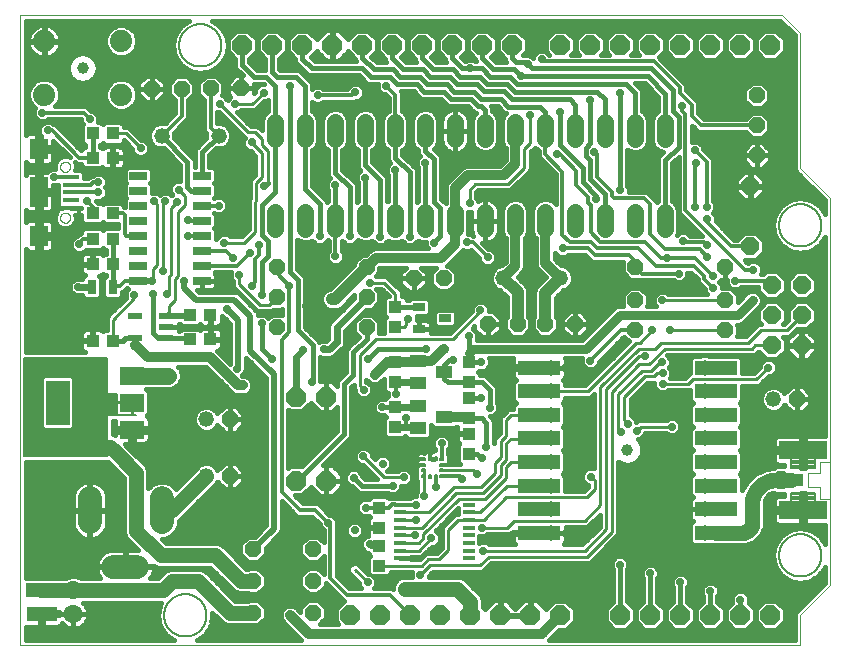
<source format=gtl>
G75*
%MOIN*%
%OFA0B0*%
%FSLAX25Y25*%
%IPPOS*%
%LPD*%
%AMOC8*
5,1,8,0,0,1.08239X$1,22.5*
%
%ADD10C,0.00000*%
%ADD11C,0.00500*%
%ADD12OC8,0.06600*%
%ADD13C,0.05600*%
%ADD14C,0.05200*%
%ADD15OC8,0.05200*%
%ADD16R,0.06000X0.02500*%
%ADD17R,0.04331X0.03937*%
%ADD18C,0.07400*%
%ADD19OC8,0.06000*%
%ADD20C,0.07874*%
%ADD21R,0.03150X0.04724*%
%ADD22R,0.07900X0.05900*%
%ADD23R,0.07900X0.15000*%
%ADD24R,0.04724X0.02165*%
%ADD25R,0.03937X0.04331*%
%ADD26R,0.14173X0.04724*%
%ADD27C,0.05150*%
%ADD28R,0.16000X0.06000*%
%ADD29R,0.08000X0.04000*%
%ADD30C,0.00800*%
%ADD31R,0.03900X0.01200*%
%ADD32R,0.05512X0.03937*%
%ADD33R,0.05512X0.01575*%
%ADD34R,0.05906X0.09843*%
%ADD35R,0.05906X0.07087*%
%ADD36C,0.06299*%
%ADD37R,0.10000X0.05000*%
%ADD38OC8,0.05937*%
%ADD39C,0.00689*%
%ADD40C,0.03937*%
%ADD41R,0.04331X0.02559*%
%ADD42C,0.01600*%
%ADD43OC8,0.02381*%
%ADD44C,0.01000*%
%ADD45C,0.01200*%
%ADD46C,0.03200*%
%ADD47C,0.05000*%
%ADD48C,0.01800*%
%ADD49C,0.04000*%
%ADD50C,0.02400*%
%ADD51C,0.03000*%
%ADD52C,0.02000*%
%ADD53C,0.00600*%
D10*
X0015046Y0005000D02*
X0015046Y0215000D01*
X0269046Y0215000D01*
X0275046Y0209000D01*
X0275046Y0164000D01*
X0285046Y0154000D01*
X0285046Y0025000D01*
X0275046Y0015000D01*
X0275046Y0005000D01*
X0015046Y0005000D01*
X0028335Y0147520D02*
X0028337Y0147601D01*
X0028343Y0147683D01*
X0028353Y0147764D01*
X0028367Y0147844D01*
X0028384Y0147923D01*
X0028406Y0148002D01*
X0028431Y0148079D01*
X0028460Y0148156D01*
X0028493Y0148230D01*
X0028530Y0148303D01*
X0028569Y0148374D01*
X0028613Y0148443D01*
X0028659Y0148510D01*
X0028709Y0148574D01*
X0028762Y0148636D01*
X0028818Y0148696D01*
X0028876Y0148752D01*
X0028938Y0148806D01*
X0029002Y0148857D01*
X0029068Y0148904D01*
X0029136Y0148948D01*
X0029207Y0148989D01*
X0029279Y0149026D01*
X0029354Y0149060D01*
X0029429Y0149090D01*
X0029507Y0149116D01*
X0029585Y0149139D01*
X0029664Y0149157D01*
X0029744Y0149172D01*
X0029825Y0149183D01*
X0029906Y0149190D01*
X0029988Y0149193D01*
X0030069Y0149192D01*
X0030150Y0149187D01*
X0030231Y0149178D01*
X0030312Y0149165D01*
X0030392Y0149148D01*
X0030470Y0149128D01*
X0030548Y0149103D01*
X0030625Y0149075D01*
X0030700Y0149043D01*
X0030773Y0149008D01*
X0030844Y0148969D01*
X0030914Y0148926D01*
X0030981Y0148881D01*
X0031047Y0148832D01*
X0031109Y0148780D01*
X0031169Y0148724D01*
X0031226Y0148666D01*
X0031281Y0148606D01*
X0031332Y0148542D01*
X0031380Y0148477D01*
X0031425Y0148409D01*
X0031467Y0148339D01*
X0031505Y0148267D01*
X0031540Y0148193D01*
X0031571Y0148118D01*
X0031598Y0148041D01*
X0031621Y0147963D01*
X0031641Y0147884D01*
X0031657Y0147804D01*
X0031669Y0147723D01*
X0031677Y0147642D01*
X0031681Y0147561D01*
X0031681Y0147479D01*
X0031677Y0147398D01*
X0031669Y0147317D01*
X0031657Y0147236D01*
X0031641Y0147156D01*
X0031621Y0147077D01*
X0031598Y0146999D01*
X0031571Y0146922D01*
X0031540Y0146847D01*
X0031505Y0146773D01*
X0031467Y0146701D01*
X0031425Y0146631D01*
X0031380Y0146563D01*
X0031332Y0146498D01*
X0031281Y0146434D01*
X0031226Y0146374D01*
X0031169Y0146316D01*
X0031109Y0146260D01*
X0031047Y0146208D01*
X0030981Y0146159D01*
X0030914Y0146114D01*
X0030845Y0146071D01*
X0030773Y0146032D01*
X0030700Y0145997D01*
X0030625Y0145965D01*
X0030548Y0145937D01*
X0030470Y0145912D01*
X0030392Y0145892D01*
X0030312Y0145875D01*
X0030231Y0145862D01*
X0030150Y0145853D01*
X0030069Y0145848D01*
X0029988Y0145847D01*
X0029906Y0145850D01*
X0029825Y0145857D01*
X0029744Y0145868D01*
X0029664Y0145883D01*
X0029585Y0145901D01*
X0029507Y0145924D01*
X0029429Y0145950D01*
X0029354Y0145980D01*
X0029279Y0146014D01*
X0029207Y0146051D01*
X0029136Y0146092D01*
X0029068Y0146136D01*
X0029002Y0146183D01*
X0028938Y0146234D01*
X0028876Y0146288D01*
X0028818Y0146344D01*
X0028762Y0146404D01*
X0028709Y0146466D01*
X0028659Y0146530D01*
X0028613Y0146597D01*
X0028569Y0146666D01*
X0028530Y0146737D01*
X0028493Y0146810D01*
X0028460Y0146884D01*
X0028431Y0146961D01*
X0028406Y0147038D01*
X0028384Y0147117D01*
X0028367Y0147196D01*
X0028353Y0147276D01*
X0028343Y0147357D01*
X0028337Y0147439D01*
X0028335Y0147520D01*
X0028335Y0164480D02*
X0028337Y0164561D01*
X0028343Y0164643D01*
X0028353Y0164724D01*
X0028367Y0164804D01*
X0028384Y0164883D01*
X0028406Y0164962D01*
X0028431Y0165039D01*
X0028460Y0165116D01*
X0028493Y0165190D01*
X0028530Y0165263D01*
X0028569Y0165334D01*
X0028613Y0165403D01*
X0028659Y0165470D01*
X0028709Y0165534D01*
X0028762Y0165596D01*
X0028818Y0165656D01*
X0028876Y0165712D01*
X0028938Y0165766D01*
X0029002Y0165817D01*
X0029068Y0165864D01*
X0029136Y0165908D01*
X0029207Y0165949D01*
X0029279Y0165986D01*
X0029354Y0166020D01*
X0029429Y0166050D01*
X0029507Y0166076D01*
X0029585Y0166099D01*
X0029664Y0166117D01*
X0029744Y0166132D01*
X0029825Y0166143D01*
X0029906Y0166150D01*
X0029988Y0166153D01*
X0030069Y0166152D01*
X0030150Y0166147D01*
X0030231Y0166138D01*
X0030312Y0166125D01*
X0030392Y0166108D01*
X0030470Y0166088D01*
X0030548Y0166063D01*
X0030625Y0166035D01*
X0030700Y0166003D01*
X0030773Y0165968D01*
X0030844Y0165929D01*
X0030914Y0165886D01*
X0030981Y0165841D01*
X0031047Y0165792D01*
X0031109Y0165740D01*
X0031169Y0165684D01*
X0031226Y0165626D01*
X0031281Y0165566D01*
X0031332Y0165502D01*
X0031380Y0165437D01*
X0031425Y0165369D01*
X0031467Y0165299D01*
X0031505Y0165227D01*
X0031540Y0165153D01*
X0031571Y0165078D01*
X0031598Y0165001D01*
X0031621Y0164923D01*
X0031641Y0164844D01*
X0031657Y0164764D01*
X0031669Y0164683D01*
X0031677Y0164602D01*
X0031681Y0164521D01*
X0031681Y0164439D01*
X0031677Y0164358D01*
X0031669Y0164277D01*
X0031657Y0164196D01*
X0031641Y0164116D01*
X0031621Y0164037D01*
X0031598Y0163959D01*
X0031571Y0163882D01*
X0031540Y0163807D01*
X0031505Y0163733D01*
X0031467Y0163661D01*
X0031425Y0163591D01*
X0031380Y0163523D01*
X0031332Y0163458D01*
X0031281Y0163394D01*
X0031226Y0163334D01*
X0031169Y0163276D01*
X0031109Y0163220D01*
X0031047Y0163168D01*
X0030981Y0163119D01*
X0030914Y0163074D01*
X0030845Y0163031D01*
X0030773Y0162992D01*
X0030700Y0162957D01*
X0030625Y0162925D01*
X0030548Y0162897D01*
X0030470Y0162872D01*
X0030392Y0162852D01*
X0030312Y0162835D01*
X0030231Y0162822D01*
X0030150Y0162813D01*
X0030069Y0162808D01*
X0029988Y0162807D01*
X0029906Y0162810D01*
X0029825Y0162817D01*
X0029744Y0162828D01*
X0029664Y0162843D01*
X0029585Y0162861D01*
X0029507Y0162884D01*
X0029429Y0162910D01*
X0029354Y0162940D01*
X0029279Y0162974D01*
X0029207Y0163011D01*
X0029136Y0163052D01*
X0029068Y0163096D01*
X0029002Y0163143D01*
X0028938Y0163194D01*
X0028876Y0163248D01*
X0028818Y0163304D01*
X0028762Y0163364D01*
X0028709Y0163426D01*
X0028659Y0163490D01*
X0028613Y0163557D01*
X0028569Y0163626D01*
X0028530Y0163697D01*
X0028493Y0163770D01*
X0028460Y0163844D01*
X0028431Y0163921D01*
X0028406Y0163998D01*
X0028384Y0164077D01*
X0028367Y0164156D01*
X0028353Y0164236D01*
X0028343Y0164317D01*
X0028337Y0164399D01*
X0028335Y0164480D01*
X0277746Y0062300D02*
X0277746Y0057900D01*
X0281646Y0057900D01*
X0281646Y0053900D01*
X0285046Y0053900D01*
X0285046Y0053800D01*
X0281546Y0062300D02*
X0277746Y0062300D01*
X0281546Y0062300D02*
X0281546Y0066100D01*
X0285046Y0066100D01*
D11*
X0267975Y0035000D02*
X0267977Y0035174D01*
X0267984Y0035347D01*
X0267994Y0035520D01*
X0268009Y0035693D01*
X0268028Y0035866D01*
X0268052Y0036038D01*
X0268079Y0036209D01*
X0268111Y0036379D01*
X0268147Y0036549D01*
X0268187Y0036718D01*
X0268231Y0036886D01*
X0268279Y0037053D01*
X0268332Y0037218D01*
X0268388Y0037382D01*
X0268449Y0037545D01*
X0268513Y0037706D01*
X0268582Y0037865D01*
X0268654Y0038023D01*
X0268730Y0038179D01*
X0268810Y0038333D01*
X0268894Y0038485D01*
X0268981Y0038635D01*
X0269072Y0038783D01*
X0269167Y0038928D01*
X0269265Y0039072D01*
X0269367Y0039212D01*
X0269472Y0039350D01*
X0269580Y0039486D01*
X0269692Y0039619D01*
X0269807Y0039749D01*
X0269925Y0039876D01*
X0270046Y0040000D01*
X0270170Y0040121D01*
X0270297Y0040239D01*
X0270427Y0040354D01*
X0270560Y0040466D01*
X0270696Y0040574D01*
X0270834Y0040679D01*
X0270974Y0040781D01*
X0271118Y0040879D01*
X0271263Y0040974D01*
X0271411Y0041065D01*
X0271561Y0041152D01*
X0271713Y0041236D01*
X0271867Y0041316D01*
X0272023Y0041392D01*
X0272181Y0041464D01*
X0272340Y0041533D01*
X0272501Y0041597D01*
X0272664Y0041658D01*
X0272828Y0041714D01*
X0272993Y0041767D01*
X0273160Y0041815D01*
X0273328Y0041859D01*
X0273497Y0041899D01*
X0273667Y0041935D01*
X0273837Y0041967D01*
X0274008Y0041994D01*
X0274180Y0042018D01*
X0274353Y0042037D01*
X0274526Y0042052D01*
X0274699Y0042062D01*
X0274872Y0042069D01*
X0275046Y0042071D01*
X0275220Y0042069D01*
X0275393Y0042062D01*
X0275566Y0042052D01*
X0275739Y0042037D01*
X0275912Y0042018D01*
X0276084Y0041994D01*
X0276255Y0041967D01*
X0276425Y0041935D01*
X0276595Y0041899D01*
X0276764Y0041859D01*
X0276932Y0041815D01*
X0277099Y0041767D01*
X0277264Y0041714D01*
X0277428Y0041658D01*
X0277591Y0041597D01*
X0277752Y0041533D01*
X0277911Y0041464D01*
X0278069Y0041392D01*
X0278225Y0041316D01*
X0278379Y0041236D01*
X0278531Y0041152D01*
X0278681Y0041065D01*
X0278829Y0040974D01*
X0278974Y0040879D01*
X0279118Y0040781D01*
X0279258Y0040679D01*
X0279396Y0040574D01*
X0279532Y0040466D01*
X0279665Y0040354D01*
X0279795Y0040239D01*
X0279922Y0040121D01*
X0280046Y0040000D01*
X0280167Y0039876D01*
X0280285Y0039749D01*
X0280400Y0039619D01*
X0280512Y0039486D01*
X0280620Y0039350D01*
X0280725Y0039212D01*
X0280827Y0039072D01*
X0280925Y0038928D01*
X0281020Y0038783D01*
X0281111Y0038635D01*
X0281198Y0038485D01*
X0281282Y0038333D01*
X0281362Y0038179D01*
X0281438Y0038023D01*
X0281510Y0037865D01*
X0281579Y0037706D01*
X0281643Y0037545D01*
X0281704Y0037382D01*
X0281760Y0037218D01*
X0281813Y0037053D01*
X0281861Y0036886D01*
X0281905Y0036718D01*
X0281945Y0036549D01*
X0281981Y0036379D01*
X0282013Y0036209D01*
X0282040Y0036038D01*
X0282064Y0035866D01*
X0282083Y0035693D01*
X0282098Y0035520D01*
X0282108Y0035347D01*
X0282115Y0035174D01*
X0282117Y0035000D01*
X0282115Y0034826D01*
X0282108Y0034653D01*
X0282098Y0034480D01*
X0282083Y0034307D01*
X0282064Y0034134D01*
X0282040Y0033962D01*
X0282013Y0033791D01*
X0281981Y0033621D01*
X0281945Y0033451D01*
X0281905Y0033282D01*
X0281861Y0033114D01*
X0281813Y0032947D01*
X0281760Y0032782D01*
X0281704Y0032618D01*
X0281643Y0032455D01*
X0281579Y0032294D01*
X0281510Y0032135D01*
X0281438Y0031977D01*
X0281362Y0031821D01*
X0281282Y0031667D01*
X0281198Y0031515D01*
X0281111Y0031365D01*
X0281020Y0031217D01*
X0280925Y0031072D01*
X0280827Y0030928D01*
X0280725Y0030788D01*
X0280620Y0030650D01*
X0280512Y0030514D01*
X0280400Y0030381D01*
X0280285Y0030251D01*
X0280167Y0030124D01*
X0280046Y0030000D01*
X0279922Y0029879D01*
X0279795Y0029761D01*
X0279665Y0029646D01*
X0279532Y0029534D01*
X0279396Y0029426D01*
X0279258Y0029321D01*
X0279118Y0029219D01*
X0278974Y0029121D01*
X0278829Y0029026D01*
X0278681Y0028935D01*
X0278531Y0028848D01*
X0278379Y0028764D01*
X0278225Y0028684D01*
X0278069Y0028608D01*
X0277911Y0028536D01*
X0277752Y0028467D01*
X0277591Y0028403D01*
X0277428Y0028342D01*
X0277264Y0028286D01*
X0277099Y0028233D01*
X0276932Y0028185D01*
X0276764Y0028141D01*
X0276595Y0028101D01*
X0276425Y0028065D01*
X0276255Y0028033D01*
X0276084Y0028006D01*
X0275912Y0027982D01*
X0275739Y0027963D01*
X0275566Y0027948D01*
X0275393Y0027938D01*
X0275220Y0027931D01*
X0275046Y0027929D01*
X0274872Y0027931D01*
X0274699Y0027938D01*
X0274526Y0027948D01*
X0274353Y0027963D01*
X0274180Y0027982D01*
X0274008Y0028006D01*
X0273837Y0028033D01*
X0273667Y0028065D01*
X0273497Y0028101D01*
X0273328Y0028141D01*
X0273160Y0028185D01*
X0272993Y0028233D01*
X0272828Y0028286D01*
X0272664Y0028342D01*
X0272501Y0028403D01*
X0272340Y0028467D01*
X0272181Y0028536D01*
X0272023Y0028608D01*
X0271867Y0028684D01*
X0271713Y0028764D01*
X0271561Y0028848D01*
X0271411Y0028935D01*
X0271263Y0029026D01*
X0271118Y0029121D01*
X0270974Y0029219D01*
X0270834Y0029321D01*
X0270696Y0029426D01*
X0270560Y0029534D01*
X0270427Y0029646D01*
X0270297Y0029761D01*
X0270170Y0029879D01*
X0270046Y0030000D01*
X0269925Y0030124D01*
X0269807Y0030251D01*
X0269692Y0030381D01*
X0269580Y0030514D01*
X0269472Y0030650D01*
X0269367Y0030788D01*
X0269265Y0030928D01*
X0269167Y0031072D01*
X0269072Y0031217D01*
X0268981Y0031365D01*
X0268894Y0031515D01*
X0268810Y0031667D01*
X0268730Y0031821D01*
X0268654Y0031977D01*
X0268582Y0032135D01*
X0268513Y0032294D01*
X0268449Y0032455D01*
X0268388Y0032618D01*
X0268332Y0032782D01*
X0268279Y0032947D01*
X0268231Y0033114D01*
X0268187Y0033282D01*
X0268147Y0033451D01*
X0268111Y0033621D01*
X0268079Y0033791D01*
X0268052Y0033962D01*
X0268028Y0034134D01*
X0268009Y0034307D01*
X0267994Y0034480D01*
X0267984Y0034653D01*
X0267977Y0034826D01*
X0267975Y0035000D01*
X0267975Y0145000D02*
X0267977Y0145174D01*
X0267984Y0145347D01*
X0267994Y0145520D01*
X0268009Y0145693D01*
X0268028Y0145866D01*
X0268052Y0146038D01*
X0268079Y0146209D01*
X0268111Y0146379D01*
X0268147Y0146549D01*
X0268187Y0146718D01*
X0268231Y0146886D01*
X0268279Y0147053D01*
X0268332Y0147218D01*
X0268388Y0147382D01*
X0268449Y0147545D01*
X0268513Y0147706D01*
X0268582Y0147865D01*
X0268654Y0148023D01*
X0268730Y0148179D01*
X0268810Y0148333D01*
X0268894Y0148485D01*
X0268981Y0148635D01*
X0269072Y0148783D01*
X0269167Y0148928D01*
X0269265Y0149072D01*
X0269367Y0149212D01*
X0269472Y0149350D01*
X0269580Y0149486D01*
X0269692Y0149619D01*
X0269807Y0149749D01*
X0269925Y0149876D01*
X0270046Y0150000D01*
X0270170Y0150121D01*
X0270297Y0150239D01*
X0270427Y0150354D01*
X0270560Y0150466D01*
X0270696Y0150574D01*
X0270834Y0150679D01*
X0270974Y0150781D01*
X0271118Y0150879D01*
X0271263Y0150974D01*
X0271411Y0151065D01*
X0271561Y0151152D01*
X0271713Y0151236D01*
X0271867Y0151316D01*
X0272023Y0151392D01*
X0272181Y0151464D01*
X0272340Y0151533D01*
X0272501Y0151597D01*
X0272664Y0151658D01*
X0272828Y0151714D01*
X0272993Y0151767D01*
X0273160Y0151815D01*
X0273328Y0151859D01*
X0273497Y0151899D01*
X0273667Y0151935D01*
X0273837Y0151967D01*
X0274008Y0151994D01*
X0274180Y0152018D01*
X0274353Y0152037D01*
X0274526Y0152052D01*
X0274699Y0152062D01*
X0274872Y0152069D01*
X0275046Y0152071D01*
X0275220Y0152069D01*
X0275393Y0152062D01*
X0275566Y0152052D01*
X0275739Y0152037D01*
X0275912Y0152018D01*
X0276084Y0151994D01*
X0276255Y0151967D01*
X0276425Y0151935D01*
X0276595Y0151899D01*
X0276764Y0151859D01*
X0276932Y0151815D01*
X0277099Y0151767D01*
X0277264Y0151714D01*
X0277428Y0151658D01*
X0277591Y0151597D01*
X0277752Y0151533D01*
X0277911Y0151464D01*
X0278069Y0151392D01*
X0278225Y0151316D01*
X0278379Y0151236D01*
X0278531Y0151152D01*
X0278681Y0151065D01*
X0278829Y0150974D01*
X0278974Y0150879D01*
X0279118Y0150781D01*
X0279258Y0150679D01*
X0279396Y0150574D01*
X0279532Y0150466D01*
X0279665Y0150354D01*
X0279795Y0150239D01*
X0279922Y0150121D01*
X0280046Y0150000D01*
X0280167Y0149876D01*
X0280285Y0149749D01*
X0280400Y0149619D01*
X0280512Y0149486D01*
X0280620Y0149350D01*
X0280725Y0149212D01*
X0280827Y0149072D01*
X0280925Y0148928D01*
X0281020Y0148783D01*
X0281111Y0148635D01*
X0281198Y0148485D01*
X0281282Y0148333D01*
X0281362Y0148179D01*
X0281438Y0148023D01*
X0281510Y0147865D01*
X0281579Y0147706D01*
X0281643Y0147545D01*
X0281704Y0147382D01*
X0281760Y0147218D01*
X0281813Y0147053D01*
X0281861Y0146886D01*
X0281905Y0146718D01*
X0281945Y0146549D01*
X0281981Y0146379D01*
X0282013Y0146209D01*
X0282040Y0146038D01*
X0282064Y0145866D01*
X0282083Y0145693D01*
X0282098Y0145520D01*
X0282108Y0145347D01*
X0282115Y0145174D01*
X0282117Y0145000D01*
X0282115Y0144826D01*
X0282108Y0144653D01*
X0282098Y0144480D01*
X0282083Y0144307D01*
X0282064Y0144134D01*
X0282040Y0143962D01*
X0282013Y0143791D01*
X0281981Y0143621D01*
X0281945Y0143451D01*
X0281905Y0143282D01*
X0281861Y0143114D01*
X0281813Y0142947D01*
X0281760Y0142782D01*
X0281704Y0142618D01*
X0281643Y0142455D01*
X0281579Y0142294D01*
X0281510Y0142135D01*
X0281438Y0141977D01*
X0281362Y0141821D01*
X0281282Y0141667D01*
X0281198Y0141515D01*
X0281111Y0141365D01*
X0281020Y0141217D01*
X0280925Y0141072D01*
X0280827Y0140928D01*
X0280725Y0140788D01*
X0280620Y0140650D01*
X0280512Y0140514D01*
X0280400Y0140381D01*
X0280285Y0140251D01*
X0280167Y0140124D01*
X0280046Y0140000D01*
X0279922Y0139879D01*
X0279795Y0139761D01*
X0279665Y0139646D01*
X0279532Y0139534D01*
X0279396Y0139426D01*
X0279258Y0139321D01*
X0279118Y0139219D01*
X0278974Y0139121D01*
X0278829Y0139026D01*
X0278681Y0138935D01*
X0278531Y0138848D01*
X0278379Y0138764D01*
X0278225Y0138684D01*
X0278069Y0138608D01*
X0277911Y0138536D01*
X0277752Y0138467D01*
X0277591Y0138403D01*
X0277428Y0138342D01*
X0277264Y0138286D01*
X0277099Y0138233D01*
X0276932Y0138185D01*
X0276764Y0138141D01*
X0276595Y0138101D01*
X0276425Y0138065D01*
X0276255Y0138033D01*
X0276084Y0138006D01*
X0275912Y0137982D01*
X0275739Y0137963D01*
X0275566Y0137948D01*
X0275393Y0137938D01*
X0275220Y0137931D01*
X0275046Y0137929D01*
X0274872Y0137931D01*
X0274699Y0137938D01*
X0274526Y0137948D01*
X0274353Y0137963D01*
X0274180Y0137982D01*
X0274008Y0138006D01*
X0273837Y0138033D01*
X0273667Y0138065D01*
X0273497Y0138101D01*
X0273328Y0138141D01*
X0273160Y0138185D01*
X0272993Y0138233D01*
X0272828Y0138286D01*
X0272664Y0138342D01*
X0272501Y0138403D01*
X0272340Y0138467D01*
X0272181Y0138536D01*
X0272023Y0138608D01*
X0271867Y0138684D01*
X0271713Y0138764D01*
X0271561Y0138848D01*
X0271411Y0138935D01*
X0271263Y0139026D01*
X0271118Y0139121D01*
X0270974Y0139219D01*
X0270834Y0139321D01*
X0270696Y0139426D01*
X0270560Y0139534D01*
X0270427Y0139646D01*
X0270297Y0139761D01*
X0270170Y0139879D01*
X0270046Y0140000D01*
X0269925Y0140124D01*
X0269807Y0140251D01*
X0269692Y0140381D01*
X0269580Y0140514D01*
X0269472Y0140650D01*
X0269367Y0140788D01*
X0269265Y0140928D01*
X0269167Y0141072D01*
X0269072Y0141217D01*
X0268981Y0141365D01*
X0268894Y0141515D01*
X0268810Y0141667D01*
X0268730Y0141821D01*
X0268654Y0141977D01*
X0268582Y0142135D01*
X0268513Y0142294D01*
X0268449Y0142455D01*
X0268388Y0142618D01*
X0268332Y0142782D01*
X0268279Y0142947D01*
X0268231Y0143114D01*
X0268187Y0143282D01*
X0268147Y0143451D01*
X0268111Y0143621D01*
X0268079Y0143791D01*
X0268052Y0143962D01*
X0268028Y0144134D01*
X0268009Y0144307D01*
X0267994Y0144480D01*
X0267984Y0144653D01*
X0267977Y0144826D01*
X0267975Y0145000D01*
X0067975Y0205000D02*
X0067977Y0205174D01*
X0067984Y0205347D01*
X0067994Y0205520D01*
X0068009Y0205693D01*
X0068028Y0205866D01*
X0068052Y0206038D01*
X0068079Y0206209D01*
X0068111Y0206379D01*
X0068147Y0206549D01*
X0068187Y0206718D01*
X0068231Y0206886D01*
X0068279Y0207053D01*
X0068332Y0207218D01*
X0068388Y0207382D01*
X0068449Y0207545D01*
X0068513Y0207706D01*
X0068582Y0207865D01*
X0068654Y0208023D01*
X0068730Y0208179D01*
X0068810Y0208333D01*
X0068894Y0208485D01*
X0068981Y0208635D01*
X0069072Y0208783D01*
X0069167Y0208928D01*
X0069265Y0209072D01*
X0069367Y0209212D01*
X0069472Y0209350D01*
X0069580Y0209486D01*
X0069692Y0209619D01*
X0069807Y0209749D01*
X0069925Y0209876D01*
X0070046Y0210000D01*
X0070170Y0210121D01*
X0070297Y0210239D01*
X0070427Y0210354D01*
X0070560Y0210466D01*
X0070696Y0210574D01*
X0070834Y0210679D01*
X0070974Y0210781D01*
X0071118Y0210879D01*
X0071263Y0210974D01*
X0071411Y0211065D01*
X0071561Y0211152D01*
X0071713Y0211236D01*
X0071867Y0211316D01*
X0072023Y0211392D01*
X0072181Y0211464D01*
X0072340Y0211533D01*
X0072501Y0211597D01*
X0072664Y0211658D01*
X0072828Y0211714D01*
X0072993Y0211767D01*
X0073160Y0211815D01*
X0073328Y0211859D01*
X0073497Y0211899D01*
X0073667Y0211935D01*
X0073837Y0211967D01*
X0074008Y0211994D01*
X0074180Y0212018D01*
X0074353Y0212037D01*
X0074526Y0212052D01*
X0074699Y0212062D01*
X0074872Y0212069D01*
X0075046Y0212071D01*
X0075220Y0212069D01*
X0075393Y0212062D01*
X0075566Y0212052D01*
X0075739Y0212037D01*
X0075912Y0212018D01*
X0076084Y0211994D01*
X0076255Y0211967D01*
X0076425Y0211935D01*
X0076595Y0211899D01*
X0076764Y0211859D01*
X0076932Y0211815D01*
X0077099Y0211767D01*
X0077264Y0211714D01*
X0077428Y0211658D01*
X0077591Y0211597D01*
X0077752Y0211533D01*
X0077911Y0211464D01*
X0078069Y0211392D01*
X0078225Y0211316D01*
X0078379Y0211236D01*
X0078531Y0211152D01*
X0078681Y0211065D01*
X0078829Y0210974D01*
X0078974Y0210879D01*
X0079118Y0210781D01*
X0079258Y0210679D01*
X0079396Y0210574D01*
X0079532Y0210466D01*
X0079665Y0210354D01*
X0079795Y0210239D01*
X0079922Y0210121D01*
X0080046Y0210000D01*
X0080167Y0209876D01*
X0080285Y0209749D01*
X0080400Y0209619D01*
X0080512Y0209486D01*
X0080620Y0209350D01*
X0080725Y0209212D01*
X0080827Y0209072D01*
X0080925Y0208928D01*
X0081020Y0208783D01*
X0081111Y0208635D01*
X0081198Y0208485D01*
X0081282Y0208333D01*
X0081362Y0208179D01*
X0081438Y0208023D01*
X0081510Y0207865D01*
X0081579Y0207706D01*
X0081643Y0207545D01*
X0081704Y0207382D01*
X0081760Y0207218D01*
X0081813Y0207053D01*
X0081861Y0206886D01*
X0081905Y0206718D01*
X0081945Y0206549D01*
X0081981Y0206379D01*
X0082013Y0206209D01*
X0082040Y0206038D01*
X0082064Y0205866D01*
X0082083Y0205693D01*
X0082098Y0205520D01*
X0082108Y0205347D01*
X0082115Y0205174D01*
X0082117Y0205000D01*
X0082115Y0204826D01*
X0082108Y0204653D01*
X0082098Y0204480D01*
X0082083Y0204307D01*
X0082064Y0204134D01*
X0082040Y0203962D01*
X0082013Y0203791D01*
X0081981Y0203621D01*
X0081945Y0203451D01*
X0081905Y0203282D01*
X0081861Y0203114D01*
X0081813Y0202947D01*
X0081760Y0202782D01*
X0081704Y0202618D01*
X0081643Y0202455D01*
X0081579Y0202294D01*
X0081510Y0202135D01*
X0081438Y0201977D01*
X0081362Y0201821D01*
X0081282Y0201667D01*
X0081198Y0201515D01*
X0081111Y0201365D01*
X0081020Y0201217D01*
X0080925Y0201072D01*
X0080827Y0200928D01*
X0080725Y0200788D01*
X0080620Y0200650D01*
X0080512Y0200514D01*
X0080400Y0200381D01*
X0080285Y0200251D01*
X0080167Y0200124D01*
X0080046Y0200000D01*
X0079922Y0199879D01*
X0079795Y0199761D01*
X0079665Y0199646D01*
X0079532Y0199534D01*
X0079396Y0199426D01*
X0079258Y0199321D01*
X0079118Y0199219D01*
X0078974Y0199121D01*
X0078829Y0199026D01*
X0078681Y0198935D01*
X0078531Y0198848D01*
X0078379Y0198764D01*
X0078225Y0198684D01*
X0078069Y0198608D01*
X0077911Y0198536D01*
X0077752Y0198467D01*
X0077591Y0198403D01*
X0077428Y0198342D01*
X0077264Y0198286D01*
X0077099Y0198233D01*
X0076932Y0198185D01*
X0076764Y0198141D01*
X0076595Y0198101D01*
X0076425Y0198065D01*
X0076255Y0198033D01*
X0076084Y0198006D01*
X0075912Y0197982D01*
X0075739Y0197963D01*
X0075566Y0197948D01*
X0075393Y0197938D01*
X0075220Y0197931D01*
X0075046Y0197929D01*
X0074872Y0197931D01*
X0074699Y0197938D01*
X0074526Y0197948D01*
X0074353Y0197963D01*
X0074180Y0197982D01*
X0074008Y0198006D01*
X0073837Y0198033D01*
X0073667Y0198065D01*
X0073497Y0198101D01*
X0073328Y0198141D01*
X0073160Y0198185D01*
X0072993Y0198233D01*
X0072828Y0198286D01*
X0072664Y0198342D01*
X0072501Y0198403D01*
X0072340Y0198467D01*
X0072181Y0198536D01*
X0072023Y0198608D01*
X0071867Y0198684D01*
X0071713Y0198764D01*
X0071561Y0198848D01*
X0071411Y0198935D01*
X0071263Y0199026D01*
X0071118Y0199121D01*
X0070974Y0199219D01*
X0070834Y0199321D01*
X0070696Y0199426D01*
X0070560Y0199534D01*
X0070427Y0199646D01*
X0070297Y0199761D01*
X0070170Y0199879D01*
X0070046Y0200000D01*
X0069925Y0200124D01*
X0069807Y0200251D01*
X0069692Y0200381D01*
X0069580Y0200514D01*
X0069472Y0200650D01*
X0069367Y0200788D01*
X0069265Y0200928D01*
X0069167Y0201072D01*
X0069072Y0201217D01*
X0068981Y0201365D01*
X0068894Y0201515D01*
X0068810Y0201667D01*
X0068730Y0201821D01*
X0068654Y0201977D01*
X0068582Y0202135D01*
X0068513Y0202294D01*
X0068449Y0202455D01*
X0068388Y0202618D01*
X0068332Y0202782D01*
X0068279Y0202947D01*
X0068231Y0203114D01*
X0068187Y0203282D01*
X0068147Y0203451D01*
X0068111Y0203621D01*
X0068079Y0203791D01*
X0068052Y0203962D01*
X0068028Y0204134D01*
X0068009Y0204307D01*
X0067994Y0204480D01*
X0067984Y0204653D01*
X0067977Y0204826D01*
X0067975Y0205000D01*
X0062975Y0015000D02*
X0062977Y0015174D01*
X0062984Y0015347D01*
X0062994Y0015520D01*
X0063009Y0015693D01*
X0063028Y0015866D01*
X0063052Y0016038D01*
X0063079Y0016209D01*
X0063111Y0016379D01*
X0063147Y0016549D01*
X0063187Y0016718D01*
X0063231Y0016886D01*
X0063279Y0017053D01*
X0063332Y0017218D01*
X0063388Y0017382D01*
X0063449Y0017545D01*
X0063513Y0017706D01*
X0063582Y0017865D01*
X0063654Y0018023D01*
X0063730Y0018179D01*
X0063810Y0018333D01*
X0063894Y0018485D01*
X0063981Y0018635D01*
X0064072Y0018783D01*
X0064167Y0018928D01*
X0064265Y0019072D01*
X0064367Y0019212D01*
X0064472Y0019350D01*
X0064580Y0019486D01*
X0064692Y0019619D01*
X0064807Y0019749D01*
X0064925Y0019876D01*
X0065046Y0020000D01*
X0065170Y0020121D01*
X0065297Y0020239D01*
X0065427Y0020354D01*
X0065560Y0020466D01*
X0065696Y0020574D01*
X0065834Y0020679D01*
X0065974Y0020781D01*
X0066118Y0020879D01*
X0066263Y0020974D01*
X0066411Y0021065D01*
X0066561Y0021152D01*
X0066713Y0021236D01*
X0066867Y0021316D01*
X0067023Y0021392D01*
X0067181Y0021464D01*
X0067340Y0021533D01*
X0067501Y0021597D01*
X0067664Y0021658D01*
X0067828Y0021714D01*
X0067993Y0021767D01*
X0068160Y0021815D01*
X0068328Y0021859D01*
X0068497Y0021899D01*
X0068667Y0021935D01*
X0068837Y0021967D01*
X0069008Y0021994D01*
X0069180Y0022018D01*
X0069353Y0022037D01*
X0069526Y0022052D01*
X0069699Y0022062D01*
X0069872Y0022069D01*
X0070046Y0022071D01*
X0070220Y0022069D01*
X0070393Y0022062D01*
X0070566Y0022052D01*
X0070739Y0022037D01*
X0070912Y0022018D01*
X0071084Y0021994D01*
X0071255Y0021967D01*
X0071425Y0021935D01*
X0071595Y0021899D01*
X0071764Y0021859D01*
X0071932Y0021815D01*
X0072099Y0021767D01*
X0072264Y0021714D01*
X0072428Y0021658D01*
X0072591Y0021597D01*
X0072752Y0021533D01*
X0072911Y0021464D01*
X0073069Y0021392D01*
X0073225Y0021316D01*
X0073379Y0021236D01*
X0073531Y0021152D01*
X0073681Y0021065D01*
X0073829Y0020974D01*
X0073974Y0020879D01*
X0074118Y0020781D01*
X0074258Y0020679D01*
X0074396Y0020574D01*
X0074532Y0020466D01*
X0074665Y0020354D01*
X0074795Y0020239D01*
X0074922Y0020121D01*
X0075046Y0020000D01*
X0075167Y0019876D01*
X0075285Y0019749D01*
X0075400Y0019619D01*
X0075512Y0019486D01*
X0075620Y0019350D01*
X0075725Y0019212D01*
X0075827Y0019072D01*
X0075925Y0018928D01*
X0076020Y0018783D01*
X0076111Y0018635D01*
X0076198Y0018485D01*
X0076282Y0018333D01*
X0076362Y0018179D01*
X0076438Y0018023D01*
X0076510Y0017865D01*
X0076579Y0017706D01*
X0076643Y0017545D01*
X0076704Y0017382D01*
X0076760Y0017218D01*
X0076813Y0017053D01*
X0076861Y0016886D01*
X0076905Y0016718D01*
X0076945Y0016549D01*
X0076981Y0016379D01*
X0077013Y0016209D01*
X0077040Y0016038D01*
X0077064Y0015866D01*
X0077083Y0015693D01*
X0077098Y0015520D01*
X0077108Y0015347D01*
X0077115Y0015174D01*
X0077117Y0015000D01*
X0077115Y0014826D01*
X0077108Y0014653D01*
X0077098Y0014480D01*
X0077083Y0014307D01*
X0077064Y0014134D01*
X0077040Y0013962D01*
X0077013Y0013791D01*
X0076981Y0013621D01*
X0076945Y0013451D01*
X0076905Y0013282D01*
X0076861Y0013114D01*
X0076813Y0012947D01*
X0076760Y0012782D01*
X0076704Y0012618D01*
X0076643Y0012455D01*
X0076579Y0012294D01*
X0076510Y0012135D01*
X0076438Y0011977D01*
X0076362Y0011821D01*
X0076282Y0011667D01*
X0076198Y0011515D01*
X0076111Y0011365D01*
X0076020Y0011217D01*
X0075925Y0011072D01*
X0075827Y0010928D01*
X0075725Y0010788D01*
X0075620Y0010650D01*
X0075512Y0010514D01*
X0075400Y0010381D01*
X0075285Y0010251D01*
X0075167Y0010124D01*
X0075046Y0010000D01*
X0074922Y0009879D01*
X0074795Y0009761D01*
X0074665Y0009646D01*
X0074532Y0009534D01*
X0074396Y0009426D01*
X0074258Y0009321D01*
X0074118Y0009219D01*
X0073974Y0009121D01*
X0073829Y0009026D01*
X0073681Y0008935D01*
X0073531Y0008848D01*
X0073379Y0008764D01*
X0073225Y0008684D01*
X0073069Y0008608D01*
X0072911Y0008536D01*
X0072752Y0008467D01*
X0072591Y0008403D01*
X0072428Y0008342D01*
X0072264Y0008286D01*
X0072099Y0008233D01*
X0071932Y0008185D01*
X0071764Y0008141D01*
X0071595Y0008101D01*
X0071425Y0008065D01*
X0071255Y0008033D01*
X0071084Y0008006D01*
X0070912Y0007982D01*
X0070739Y0007963D01*
X0070566Y0007948D01*
X0070393Y0007938D01*
X0070220Y0007931D01*
X0070046Y0007929D01*
X0069872Y0007931D01*
X0069699Y0007938D01*
X0069526Y0007948D01*
X0069353Y0007963D01*
X0069180Y0007982D01*
X0069008Y0008006D01*
X0068837Y0008033D01*
X0068667Y0008065D01*
X0068497Y0008101D01*
X0068328Y0008141D01*
X0068160Y0008185D01*
X0067993Y0008233D01*
X0067828Y0008286D01*
X0067664Y0008342D01*
X0067501Y0008403D01*
X0067340Y0008467D01*
X0067181Y0008536D01*
X0067023Y0008608D01*
X0066867Y0008684D01*
X0066713Y0008764D01*
X0066561Y0008848D01*
X0066411Y0008935D01*
X0066263Y0009026D01*
X0066118Y0009121D01*
X0065974Y0009219D01*
X0065834Y0009321D01*
X0065696Y0009426D01*
X0065560Y0009534D01*
X0065427Y0009646D01*
X0065297Y0009761D01*
X0065170Y0009879D01*
X0065046Y0010000D01*
X0064925Y0010124D01*
X0064807Y0010251D01*
X0064692Y0010381D01*
X0064580Y0010514D01*
X0064472Y0010650D01*
X0064367Y0010788D01*
X0064265Y0010928D01*
X0064167Y0011072D01*
X0064072Y0011217D01*
X0063981Y0011365D01*
X0063894Y0011515D01*
X0063810Y0011667D01*
X0063730Y0011821D01*
X0063654Y0011977D01*
X0063582Y0012135D01*
X0063513Y0012294D01*
X0063449Y0012455D01*
X0063388Y0012618D01*
X0063332Y0012782D01*
X0063279Y0012947D01*
X0063231Y0013114D01*
X0063187Y0013282D01*
X0063147Y0013451D01*
X0063111Y0013621D01*
X0063079Y0013791D01*
X0063052Y0013962D01*
X0063028Y0014134D01*
X0063009Y0014307D01*
X0062994Y0014480D01*
X0062984Y0014653D01*
X0062977Y0014826D01*
X0062975Y0015000D01*
D12*
X0125046Y0015000D03*
X0135046Y0015000D03*
X0145046Y0015000D03*
X0155046Y0015000D03*
X0165046Y0015000D03*
X0175046Y0015000D03*
X0185046Y0015000D03*
X0195046Y0015000D03*
X0215046Y0015000D03*
X0225046Y0015000D03*
X0235046Y0015000D03*
X0245046Y0015000D03*
X0255046Y0015000D03*
X0265046Y0015000D03*
X0117046Y0059900D03*
X0107046Y0059900D03*
X0106946Y0087900D03*
X0116946Y0087900D03*
X0119046Y0205000D03*
X0109046Y0205000D03*
X0099046Y0205000D03*
X0089046Y0205000D03*
X0129046Y0205000D03*
X0139046Y0205000D03*
X0149046Y0205000D03*
X0159046Y0205000D03*
X0169046Y0205000D03*
X0179046Y0205000D03*
X0195046Y0205000D03*
X0205046Y0205000D03*
X0215046Y0205000D03*
X0225046Y0205000D03*
X0235046Y0205000D03*
X0245046Y0205000D03*
X0255046Y0205000D03*
X0265046Y0205000D03*
D13*
X0230046Y0179300D02*
X0230046Y0173700D01*
X0220046Y0173700D02*
X0220046Y0179300D01*
X0210046Y0179300D02*
X0210046Y0173700D01*
X0200046Y0173700D02*
X0200046Y0179300D01*
X0190046Y0179300D02*
X0190046Y0173700D01*
X0180046Y0173700D02*
X0180046Y0179300D01*
X0170046Y0179300D02*
X0170046Y0173700D01*
X0160046Y0173700D02*
X0160046Y0179300D01*
X0150046Y0179300D02*
X0150046Y0173700D01*
X0140046Y0173700D02*
X0140046Y0179300D01*
X0130046Y0179300D02*
X0130046Y0173700D01*
X0120046Y0173700D02*
X0120046Y0179300D01*
X0110046Y0179300D02*
X0110046Y0173700D01*
X0100046Y0173700D02*
X0100046Y0179300D01*
X0100046Y0149300D02*
X0100046Y0143700D01*
X0110046Y0143700D02*
X0110046Y0149300D01*
X0120046Y0149300D02*
X0120046Y0143700D01*
X0130046Y0143700D02*
X0130046Y0149300D01*
X0140046Y0149300D02*
X0140046Y0143700D01*
X0150046Y0143700D02*
X0150046Y0149300D01*
X0160046Y0149300D02*
X0160046Y0143700D01*
X0170046Y0143700D02*
X0170046Y0149300D01*
X0180046Y0149300D02*
X0180046Y0143700D01*
X0190046Y0143700D02*
X0190046Y0149300D01*
X0200046Y0149300D02*
X0200046Y0143700D01*
X0210046Y0143700D02*
X0210046Y0149300D01*
X0220046Y0149300D02*
X0220046Y0143700D01*
X0230046Y0143700D02*
X0230046Y0149300D01*
X0064446Y0094900D02*
X0052446Y0094900D01*
D14*
X0077046Y0080300D03*
X0077046Y0061400D03*
X0176046Y0127400D03*
X0195046Y0127400D03*
X0266046Y0087000D03*
X0081146Y0174800D03*
X0062146Y0174800D03*
D15*
X0058846Y0190500D03*
X0068846Y0190500D03*
X0078546Y0190600D03*
X0088546Y0190600D03*
X0100546Y0131000D03*
X0100546Y0121000D03*
X0100546Y0111000D03*
X0130546Y0111000D03*
X0130546Y0121000D03*
X0130546Y0131000D03*
X0146146Y0127300D03*
X0156146Y0127300D03*
X0170846Y0112000D03*
X0180846Y0112000D03*
X0190046Y0112000D03*
X0200046Y0112000D03*
X0220046Y0110000D03*
X0220046Y0120000D03*
X0220046Y0131000D03*
X0250046Y0131000D03*
X0250046Y0120000D03*
X0250046Y0110000D03*
X0274046Y0087000D03*
X0260546Y0168250D03*
X0260546Y0178250D03*
X0260546Y0188250D03*
X0085046Y0080300D03*
X0085046Y0061400D03*
X0092646Y0037000D03*
X0092646Y0026400D03*
X0092646Y0015800D03*
X0112646Y0015800D03*
X0112646Y0026400D03*
X0112646Y0037000D03*
D16*
X0075657Y0126500D03*
X0075657Y0131500D03*
X0075657Y0136500D03*
X0075657Y0141500D03*
X0075657Y0146500D03*
X0075657Y0151500D03*
X0075657Y0156500D03*
X0075657Y0161500D03*
X0054436Y0161500D03*
X0054436Y0156500D03*
X0054436Y0151500D03*
X0054436Y0146500D03*
X0054436Y0141500D03*
X0054436Y0136500D03*
X0054436Y0131500D03*
X0054436Y0126500D03*
D17*
X0045893Y0132000D03*
X0039200Y0132000D03*
X0039200Y0140400D03*
X0045893Y0140400D03*
X0045893Y0149000D03*
X0039200Y0149000D03*
X0039200Y0167500D03*
X0045893Y0167500D03*
X0045893Y0106500D03*
X0039200Y0106500D03*
X0071700Y0107000D03*
X0078393Y0107000D03*
X0140046Y0111054D03*
X0140046Y0117746D03*
X0140046Y0099346D03*
X0140046Y0092654D03*
X0140046Y0084346D03*
X0140046Y0077654D03*
X0164546Y0080754D03*
X0164546Y0087446D03*
X0164546Y0092654D03*
X0164546Y0099346D03*
X0134746Y0038246D03*
X0134746Y0031554D03*
D18*
X0048646Y0188500D03*
X0023046Y0188500D03*
X0023046Y0206300D03*
X0048646Y0206300D03*
D19*
X0265546Y0125000D03*
X0275546Y0125000D03*
X0275546Y0115000D03*
X0265546Y0115000D03*
X0265546Y0105000D03*
X0275546Y0105000D03*
X0268546Y0060000D03*
D20*
X0062251Y0053937D02*
X0062251Y0046063D01*
X0053983Y0031102D02*
X0046109Y0031102D01*
X0038235Y0046063D02*
X0038235Y0053937D01*
D21*
X0038803Y0124400D03*
X0045890Y0124400D03*
D22*
X0052446Y0094900D03*
X0052446Y0085900D03*
X0052446Y0076900D03*
D23*
X0027646Y0085800D03*
D24*
X0053428Y0107260D03*
X0053428Y0114740D03*
X0063665Y0114740D03*
X0063665Y0111000D03*
X0063665Y0107260D03*
D25*
X0071700Y0115100D03*
X0078393Y0115100D03*
X0164546Y0075546D03*
X0164546Y0068854D03*
X0134746Y0050846D03*
X0134746Y0044154D03*
X0045893Y0175600D03*
X0039200Y0175600D03*
D26*
X0188019Y0097559D03*
X0188019Y0089685D03*
X0188019Y0081811D03*
X0188019Y0073937D03*
X0188019Y0066063D03*
X0188019Y0058189D03*
X0188019Y0050315D03*
X0188019Y0042441D03*
X0247074Y0042441D03*
X0247074Y0050315D03*
X0247074Y0058189D03*
X0247074Y0066063D03*
X0247074Y0073937D03*
X0247074Y0081811D03*
X0247074Y0089685D03*
X0247074Y0097559D03*
D27*
X0243137Y0097559D03*
X0243137Y0089685D03*
X0243137Y0081811D03*
X0243137Y0073937D03*
X0243137Y0066063D03*
X0243137Y0058189D03*
X0243137Y0050315D03*
X0243137Y0042441D03*
X0191956Y0042441D03*
X0191956Y0050315D03*
X0191956Y0058189D03*
X0191956Y0066063D03*
X0191956Y0073937D03*
X0191956Y0081811D03*
X0191956Y0089685D03*
X0191956Y0097559D03*
D28*
X0275996Y0070000D03*
X0275996Y0050000D03*
D29*
X0271996Y0060000D03*
D30*
X0271796Y0055806D02*
X0279996Y0055806D01*
X0279996Y0047500D01*
X0271796Y0047500D01*
X0271796Y0055806D01*
X0271796Y0055306D02*
X0279996Y0055306D01*
X0279996Y0054508D02*
X0271796Y0054508D01*
X0271796Y0053709D02*
X0279996Y0053709D01*
X0279996Y0052911D02*
X0271796Y0052911D01*
X0271796Y0052112D02*
X0279996Y0052112D01*
X0279996Y0051314D02*
X0271796Y0051314D01*
X0271796Y0050515D02*
X0279996Y0050515D01*
X0279996Y0049717D02*
X0271796Y0049717D01*
X0271796Y0048918D02*
X0279996Y0048918D01*
X0279996Y0048120D02*
X0271796Y0048120D01*
X0271796Y0064194D02*
X0279996Y0064194D01*
X0279996Y0072500D01*
X0271796Y0072500D01*
X0271796Y0064194D01*
X0271796Y0064888D02*
X0279996Y0064888D01*
X0279996Y0065687D02*
X0271796Y0065687D01*
X0271796Y0066485D02*
X0279996Y0066485D01*
X0279996Y0067284D02*
X0271796Y0067284D01*
X0271796Y0068082D02*
X0279996Y0068082D01*
X0279996Y0068881D02*
X0271796Y0068881D01*
X0271796Y0069679D02*
X0279996Y0069679D01*
X0279996Y0070478D02*
X0271796Y0070478D01*
X0271796Y0071276D02*
X0279996Y0071276D01*
X0279996Y0072075D02*
X0271796Y0072075D01*
D31*
X0164534Y0051857D03*
X0164534Y0049298D03*
X0164534Y0046739D03*
X0164534Y0044180D03*
X0164534Y0041620D03*
X0164534Y0039061D03*
X0164534Y0036502D03*
X0164534Y0033943D03*
X0141559Y0033943D03*
X0141559Y0036502D03*
X0141559Y0039061D03*
X0141559Y0041620D03*
X0141559Y0044180D03*
X0141559Y0046739D03*
X0141559Y0049298D03*
X0141559Y0051857D03*
D32*
X0147716Y0077260D03*
X0156377Y0081000D03*
X0147716Y0084740D03*
X0147716Y0092260D03*
X0156377Y0096000D03*
X0147716Y0099740D03*
D33*
X0031976Y0150882D03*
X0031976Y0153441D03*
X0031976Y0156000D03*
X0031976Y0158559D03*
X0031976Y0161118D03*
D34*
X0021346Y0156000D03*
D35*
X0021346Y0141500D03*
X0021346Y0170500D03*
D36*
X0032746Y0023337D03*
X0032746Y0015463D03*
D37*
X0022146Y0015500D03*
X0022046Y0023400D03*
D38*
X0258346Y0137961D03*
X0258346Y0158039D03*
D39*
X0153186Y0067784D02*
X0153186Y0066700D01*
X0153186Y0067784D02*
X0153876Y0067784D01*
X0153876Y0066700D01*
X0153186Y0066700D01*
X0153186Y0067388D02*
X0153876Y0067388D01*
X0154997Y0067548D02*
X0156081Y0067548D01*
X0156081Y0066858D01*
X0154997Y0066858D01*
X0154997Y0067548D01*
X0154997Y0067546D02*
X0156081Y0067546D01*
X0156081Y0065579D02*
X0154997Y0065579D01*
X0156081Y0065579D02*
X0156081Y0064889D01*
X0154997Y0064889D01*
X0154997Y0065579D01*
X0154997Y0065577D02*
X0156081Y0065577D01*
X0156081Y0063611D02*
X0154997Y0063611D01*
X0156081Y0063611D02*
X0156081Y0062921D01*
X0154997Y0062921D01*
X0154997Y0063611D01*
X0154997Y0063609D02*
X0156081Y0063609D01*
X0156081Y0061642D02*
X0154997Y0061642D01*
X0156081Y0061642D02*
X0156081Y0060952D01*
X0154997Y0060952D01*
X0154997Y0061642D01*
X0154997Y0061640D02*
X0156081Y0061640D01*
X0153186Y0061800D02*
X0153186Y0060716D01*
X0153186Y0061800D02*
X0153876Y0061800D01*
X0153876Y0060716D01*
X0153186Y0060716D01*
X0153186Y0061404D02*
X0153876Y0061404D01*
X0151217Y0061800D02*
X0151217Y0060716D01*
X0151217Y0061800D02*
X0151907Y0061800D01*
X0151907Y0060716D01*
X0151217Y0060716D01*
X0151217Y0061404D02*
X0151907Y0061404D01*
X0150096Y0061642D02*
X0149012Y0061642D01*
X0150096Y0061642D02*
X0150096Y0060952D01*
X0149012Y0060952D01*
X0149012Y0061642D01*
X0149012Y0061640D02*
X0150096Y0061640D01*
X0150096Y0063611D02*
X0149012Y0063611D01*
X0150096Y0063611D02*
X0150096Y0062921D01*
X0149012Y0062921D01*
X0149012Y0063611D01*
X0149012Y0063609D02*
X0150096Y0063609D01*
X0150096Y0065579D02*
X0149012Y0065579D01*
X0150096Y0065579D02*
X0150096Y0064889D01*
X0149012Y0064889D01*
X0149012Y0065579D01*
X0149012Y0065577D02*
X0150096Y0065577D01*
X0150096Y0067548D02*
X0149012Y0067548D01*
X0150096Y0067548D02*
X0150096Y0066858D01*
X0149012Y0066858D01*
X0149012Y0067548D01*
X0149012Y0067546D02*
X0150096Y0067546D01*
X0151217Y0067784D02*
X0151217Y0066700D01*
X0151217Y0067784D02*
X0151907Y0067784D01*
X0151907Y0066700D01*
X0151217Y0066700D01*
X0151217Y0067388D02*
X0151907Y0067388D01*
D40*
X0217446Y0070100D03*
X0035846Y0197400D03*
D41*
X0148016Y0117740D03*
X0156677Y0114000D03*
X0148016Y0110260D03*
D42*
X0151981Y0110260D01*
X0151981Y0111776D01*
X0151858Y0112234D01*
X0151621Y0112645D01*
X0151286Y0112980D01*
X0150876Y0113217D01*
X0150418Y0113339D01*
X0148016Y0113339D01*
X0148016Y0110260D01*
X0148016Y0110260D01*
X0148016Y0110260D01*
X0151981Y0110260D01*
X0151981Y0109107D01*
X0158274Y0109107D01*
X0165649Y0116482D01*
X0165649Y0117859D01*
X0167288Y0119498D01*
X0169605Y0119498D01*
X0171244Y0117859D01*
X0171244Y0116400D01*
X0172669Y0116400D01*
X0175246Y0113823D01*
X0175246Y0112000D01*
X0170847Y0112000D01*
X0170847Y0112000D01*
X0175246Y0112000D01*
X0175246Y0110177D01*
X0172669Y0107600D01*
X0170847Y0107600D01*
X0170847Y0112000D01*
X0170846Y0112000D01*
X0170846Y0107600D01*
X0169024Y0107600D01*
X0166446Y0110177D01*
X0166446Y0111320D01*
X0165815Y0110688D01*
X0167344Y0109159D01*
X0167344Y0106841D01*
X0167310Y0106807D01*
X0202359Y0106807D01*
X0213186Y0117634D01*
X0214328Y0118107D01*
X0215990Y0118107D01*
X0215839Y0118257D01*
X0215839Y0121743D01*
X0218304Y0124207D01*
X0221789Y0124207D01*
X0224254Y0121743D01*
X0224254Y0118257D01*
X0224103Y0118107D01*
X0226983Y0118107D01*
X0226249Y0118841D01*
X0226249Y0121159D01*
X0227888Y0122798D01*
X0230205Y0122798D01*
X0230896Y0122107D01*
X0243983Y0122107D01*
X0243249Y0122841D01*
X0243249Y0123676D01*
X0240839Y0126086D01*
X0240839Y0127086D01*
X0238732Y0129193D01*
X0237344Y0129193D01*
X0237344Y0127641D01*
X0235705Y0126002D01*
X0233388Y0126002D01*
X0232797Y0126593D01*
X0221332Y0126593D01*
X0221132Y0126793D01*
X0218304Y0126793D01*
X0215839Y0129257D01*
X0215839Y0132743D01*
X0215890Y0132793D01*
X0205632Y0132793D01*
X0203382Y0135043D01*
X0197546Y0135043D01*
X0196955Y0134452D01*
X0194638Y0134452D01*
X0193254Y0135836D01*
X0193254Y0133728D01*
X0195375Y0131607D01*
X0195883Y0131607D01*
X0197430Y0130967D01*
X0198613Y0129783D01*
X0199254Y0128237D01*
X0199254Y0126563D01*
X0198613Y0125017D01*
X0197430Y0123833D01*
X0195981Y0123233D01*
X0193654Y0120906D01*
X0193654Y0114343D01*
X0194254Y0113743D01*
X0194254Y0110257D01*
X0191789Y0107793D01*
X0188304Y0107793D01*
X0185839Y0110257D01*
X0185839Y0113743D01*
X0186439Y0114343D01*
X0186439Y0123117D01*
X0186989Y0124443D01*
X0190228Y0127683D01*
X0187328Y0130583D01*
X0186839Y0131762D01*
X0186839Y0140675D01*
X0186310Y0141204D01*
X0185639Y0142823D01*
X0185639Y0150177D01*
X0186310Y0151796D01*
X0187550Y0153036D01*
X0189170Y0153707D01*
X0190923Y0153707D01*
X0192543Y0153036D01*
X0193539Y0152040D01*
X0193539Y0161986D01*
X0187839Y0167686D01*
X0187839Y0169844D01*
X0187550Y0169964D01*
X0186620Y0170894D01*
X0185919Y0170193D01*
X0185154Y0169427D01*
X0185154Y0163327D01*
X0183919Y0162093D01*
X0178419Y0156593D01*
X0167619Y0156593D01*
X0166954Y0155927D01*
X0166954Y0154149D01*
X0167644Y0153459D01*
X0167644Y0153239D01*
X0168281Y0153563D01*
X0168969Y0153787D01*
X0169684Y0153900D01*
X0170046Y0153900D01*
X0170046Y0146500D01*
X0165446Y0146500D01*
X0165446Y0149502D01*
X0164454Y0149502D01*
X0164454Y0142823D01*
X0164132Y0142048D01*
X0165205Y0142048D01*
X0165796Y0141457D01*
X0166027Y0141457D01*
X0165783Y0141934D01*
X0165560Y0142623D01*
X0165446Y0143338D01*
X0165446Y0146500D01*
X0170046Y0146500D01*
X0170046Y0146500D01*
X0170047Y0146500D01*
X0174646Y0146500D01*
X0174646Y0149662D01*
X0174533Y0150377D01*
X0174309Y0151066D01*
X0173981Y0151711D01*
X0173555Y0152297D01*
X0173043Y0152809D01*
X0172457Y0153234D01*
X0171812Y0153563D01*
X0171124Y0153787D01*
X0170408Y0153900D01*
X0170047Y0153900D01*
X0170047Y0146500D01*
X0170047Y0146500D01*
X0174646Y0146500D01*
X0174646Y0143338D01*
X0174533Y0142623D01*
X0174309Y0141934D01*
X0173981Y0141289D01*
X0173555Y0140703D01*
X0173043Y0140191D01*
X0172457Y0139766D01*
X0171812Y0139437D01*
X0171124Y0139213D01*
X0170408Y0139100D01*
X0170047Y0139100D01*
X0170047Y0146500D01*
X0170046Y0146500D01*
X0170046Y0139100D01*
X0169684Y0139100D01*
X0168969Y0139213D01*
X0168947Y0139220D01*
X0171120Y0137048D01*
X0171955Y0137048D01*
X0173594Y0135409D01*
X0173594Y0133091D01*
X0171955Y0131452D01*
X0169638Y0131452D01*
X0167999Y0133091D01*
X0167999Y0133926D01*
X0165339Y0136586D01*
X0165205Y0136452D01*
X0162888Y0136452D01*
X0162611Y0136729D01*
X0161863Y0135981D01*
X0157389Y0131507D01*
X0157889Y0131507D01*
X0160354Y0129043D01*
X0160354Y0125557D01*
X0157889Y0123093D01*
X0154404Y0123093D01*
X0151939Y0125557D01*
X0151939Y0129043D01*
X0153790Y0130893D01*
X0148776Y0130893D01*
X0150546Y0129123D01*
X0150546Y0127300D01*
X0146147Y0127300D01*
X0146147Y0127300D01*
X0150546Y0127300D01*
X0150546Y0125477D01*
X0147969Y0122900D01*
X0146147Y0122900D01*
X0146147Y0127300D01*
X0146146Y0127300D01*
X0141746Y0127300D01*
X0146146Y0127300D01*
X0146146Y0127300D01*
X0146146Y0122900D01*
X0144324Y0122900D01*
X0141746Y0125477D01*
X0141746Y0127300D01*
X0141746Y0129123D01*
X0143517Y0130893D01*
X0134975Y0130893D01*
X0134754Y0130672D01*
X0134754Y0129257D01*
X0133503Y0128007D01*
X0137119Y0128007D01*
X0138354Y0126773D01*
X0142154Y0122973D01*
X0142154Y0121322D01*
X0142877Y0121322D01*
X0143819Y0120381D01*
X0143819Y0120154D01*
X0144711Y0120154D01*
X0145185Y0120627D01*
X0150847Y0120627D01*
X0151788Y0119685D01*
X0151788Y0115795D01*
X0150847Y0114854D01*
X0147244Y0114854D01*
X0147244Y0113339D01*
X0148016Y0113339D01*
X0148016Y0110260D01*
X0148016Y0110502D02*
X0148016Y0110502D01*
X0148016Y0112100D02*
X0148016Y0112100D01*
X0147244Y0113699D02*
X0152905Y0113699D01*
X0152905Y0115297D02*
X0151291Y0115297D01*
X0151788Y0116896D02*
X0165649Y0116896D01*
X0166284Y0118494D02*
X0151788Y0118494D01*
X0151381Y0120093D02*
X0177239Y0120093D01*
X0177239Y0121106D02*
X0177239Y0114343D01*
X0176639Y0113743D01*
X0176639Y0110257D01*
X0179104Y0107793D01*
X0182589Y0107793D01*
X0185054Y0110257D01*
X0185054Y0113743D01*
X0184454Y0114343D01*
X0184454Y0123317D01*
X0183904Y0124643D01*
X0180865Y0127683D01*
X0182765Y0129583D01*
X0183254Y0130762D01*
X0183254Y0140675D01*
X0183783Y0141204D01*
X0184454Y0142823D01*
X0184454Y0150177D01*
X0183783Y0151796D01*
X0182543Y0153036D01*
X0180923Y0153707D01*
X0179170Y0153707D01*
X0177550Y0153036D01*
X0176310Y0151796D01*
X0175639Y0150177D01*
X0175639Y0142823D01*
X0176310Y0141204D01*
X0176839Y0140675D01*
X0176839Y0132728D01*
X0175718Y0131607D01*
X0175210Y0131607D01*
X0173663Y0130967D01*
X0172480Y0129783D01*
X0171839Y0128237D01*
X0171839Y0126563D01*
X0172480Y0125017D01*
X0173663Y0123833D01*
X0175112Y0123233D01*
X0177239Y0121106D01*
X0176654Y0121691D02*
X0142154Y0121691D01*
X0141836Y0123290D02*
X0143934Y0123290D01*
X0146146Y0123290D02*
X0146147Y0123290D01*
X0146146Y0124888D02*
X0146147Y0124888D01*
X0146146Y0126487D02*
X0146147Y0126487D01*
X0149957Y0124888D02*
X0152608Y0124888D01*
X0151939Y0126487D02*
X0150546Y0126487D01*
X0150546Y0128085D02*
X0151939Y0128085D01*
X0152581Y0129684D02*
X0149985Y0129684D01*
X0142308Y0129684D02*
X0134754Y0129684D01*
X0133582Y0128085D02*
X0141746Y0128085D01*
X0141746Y0126487D02*
X0138639Y0126487D01*
X0140238Y0124888D02*
X0142336Y0124888D01*
X0137845Y0121322D02*
X0137215Y0121322D01*
X0136274Y0120381D01*
X0136274Y0115112D01*
X0136986Y0114400D01*
X0136274Y0113688D01*
X0136274Y0109107D01*
X0134603Y0109107D01*
X0134754Y0109257D01*
X0134754Y0112743D01*
X0132289Y0115207D01*
X0128804Y0115207D01*
X0126339Y0112743D01*
X0126339Y0109257D01*
X0127820Y0107777D01*
X0124006Y0103963D01*
X0123639Y0103079D01*
X0123639Y0096097D01*
X0121683Y0094141D01*
X0121006Y0093463D01*
X0120639Y0092579D01*
X0120639Y0091420D01*
X0119059Y0093000D01*
X0116947Y0093000D01*
X0116947Y0087900D01*
X0116947Y0082800D01*
X0119059Y0082800D01*
X0120639Y0084380D01*
X0120639Y0076497D01*
X0108949Y0064807D01*
X0105014Y0064807D01*
X0104354Y0064147D01*
X0104354Y0083553D01*
X0104914Y0082993D01*
X0108979Y0082993D01*
X0111846Y0085860D01*
X0111846Y0085788D01*
X0114834Y0082800D01*
X0116946Y0082800D01*
X0116946Y0087900D01*
X0116947Y0087900D01*
X0116946Y0087900D01*
X0116946Y0093000D01*
X0114954Y0093000D01*
X0114954Y0100936D01*
X0115088Y0100802D01*
X0115665Y0100802D01*
X0115688Y0100793D01*
X0118018Y0100793D01*
X0118547Y0100782D01*
X0118575Y0100793D01*
X0118605Y0100793D01*
X0119094Y0100996D01*
X0119588Y0101188D01*
X0119609Y0101209D01*
X0119637Y0101220D01*
X0120011Y0101595D01*
X0122109Y0103609D01*
X0122137Y0103620D01*
X0122511Y0103995D01*
X0122893Y0104362D01*
X0122905Y0104389D01*
X0122926Y0104410D01*
X0123129Y0104899D01*
X0123342Y0105384D01*
X0123342Y0105414D01*
X0123354Y0105442D01*
X0123354Y0105971D01*
X0123364Y0106501D01*
X0123354Y0106529D01*
X0123354Y0109837D01*
X0130309Y0116793D01*
X0132289Y0116793D01*
X0134754Y0119257D01*
X0134754Y0122743D01*
X0133703Y0123793D01*
X0135374Y0123793D01*
X0137845Y0121322D01*
X0137475Y0121691D02*
X0134754Y0121691D01*
X0134754Y0120093D02*
X0136274Y0120093D01*
X0136274Y0118494D02*
X0133990Y0118494D01*
X0132392Y0116896D02*
X0136274Y0116896D01*
X0136274Y0115297D02*
X0128814Y0115297D01*
X0127296Y0113699D02*
X0127215Y0113699D01*
X0126339Y0112100D02*
X0125617Y0112100D01*
X0126339Y0110502D02*
X0124018Y0110502D01*
X0123354Y0108903D02*
X0126694Y0108903D01*
X0127347Y0107305D02*
X0123354Y0107305D01*
X0123354Y0105706D02*
X0125749Y0105706D01*
X0124150Y0104108D02*
X0122629Y0104108D01*
X0123639Y0102509D02*
X0120964Y0102509D01*
X0118889Y0100911D02*
X0123639Y0100911D01*
X0123639Y0099312D02*
X0114954Y0099312D01*
X0114954Y0097714D02*
X0123639Y0097714D01*
X0123639Y0096115D02*
X0114954Y0096115D01*
X0114954Y0094517D02*
X0122059Y0094517D01*
X0121683Y0094141D02*
X0121683Y0094141D01*
X0120780Y0092918D02*
X0119141Y0092918D01*
X0116947Y0092918D02*
X0116946Y0092918D01*
X0116946Y0091320D02*
X0116947Y0091320D01*
X0116946Y0089721D02*
X0116947Y0089721D01*
X0116946Y0088123D02*
X0116947Y0088123D01*
X0116946Y0086524D02*
X0116947Y0086524D01*
X0116946Y0084926D02*
X0116947Y0084926D01*
X0116946Y0083327D02*
X0116947Y0083327D01*
X0119586Y0083327D02*
X0120639Y0083327D01*
X0120639Y0081729D02*
X0104354Y0081729D01*
X0104354Y0083327D02*
X0104580Y0083327D01*
X0109313Y0083327D02*
X0114307Y0083327D01*
X0112708Y0084926D02*
X0110912Y0084926D01*
X0112146Y0092600D02*
X0112546Y0093000D01*
X0112546Y0105000D01*
X0107546Y0110000D01*
X0107546Y0126800D01*
X0105046Y0129300D01*
X0105046Y0191500D01*
X0107046Y0194500D02*
X0110046Y0191500D01*
X0110046Y0176500D01*
X0110046Y0157100D01*
X0114946Y0152200D01*
X0114946Y0141300D01*
X0113015Y0139275D02*
X0107454Y0139275D01*
X0107550Y0139964D02*
X0109170Y0139293D01*
X0110923Y0139293D01*
X0112390Y0139900D01*
X0113788Y0138502D01*
X0116105Y0138502D01*
X0117562Y0139959D01*
X0117839Y0139844D01*
X0117839Y0136349D01*
X0117249Y0135759D01*
X0117249Y0133441D01*
X0118888Y0131802D01*
X0121205Y0131802D01*
X0122844Y0133441D01*
X0122844Y0135759D01*
X0122254Y0136349D01*
X0122254Y0139844D01*
X0122390Y0139900D01*
X0123788Y0138502D01*
X0126105Y0138502D01*
X0127562Y0139959D01*
X0129170Y0139293D01*
X0130923Y0139293D01*
X0132390Y0139900D01*
X0133888Y0138402D01*
X0136205Y0138402D01*
X0137703Y0139900D01*
X0139170Y0139293D01*
X0140923Y0139293D01*
X0142248Y0139842D01*
X0143788Y0138302D01*
X0146105Y0138302D01*
X0147703Y0139900D01*
X0149170Y0139293D01*
X0150249Y0139293D01*
X0150249Y0138041D01*
X0150983Y0137307D01*
X0133009Y0137307D01*
X0131830Y0136819D01*
X0130928Y0135917D01*
X0130218Y0135207D01*
X0128804Y0135207D01*
X0126339Y0132743D01*
X0126339Y0131894D01*
X0118352Y0123907D01*
X0118329Y0123907D01*
X0117003Y0123358D01*
X0115989Y0122343D01*
X0115439Y0121017D01*
X0115439Y0119582D01*
X0115989Y0118257D01*
X0117003Y0117242D01*
X0118329Y0116693D01*
X0120564Y0116693D01*
X0121890Y0117242D01*
X0126339Y0121692D01*
X0126339Y0120763D01*
X0118956Y0113380D01*
X0118167Y0112590D01*
X0117739Y0111558D01*
X0117739Y0107196D01*
X0116917Y0106407D01*
X0115688Y0106407D01*
X0115665Y0106398D01*
X0115088Y0106398D01*
X0114724Y0106034D01*
X0114587Y0106363D01*
X0113910Y0107041D01*
X0109954Y0110997D01*
X0109954Y0127279D01*
X0109587Y0128163D01*
X0107454Y0130297D01*
X0107454Y0140060D01*
X0107550Y0139964D01*
X0107454Y0137676D02*
X0117839Y0137676D01*
X0117839Y0139275D02*
X0116878Y0139275D01*
X0117568Y0136078D02*
X0107454Y0136078D01*
X0107454Y0134479D02*
X0117249Y0134479D01*
X0117809Y0132881D02*
X0107454Y0132881D01*
X0107454Y0131282D02*
X0125728Y0131282D01*
X0126478Y0132881D02*
X0122284Y0132881D01*
X0122844Y0134479D02*
X0128076Y0134479D01*
X0131089Y0136078D02*
X0122525Y0136078D01*
X0122254Y0137676D02*
X0150614Y0137676D01*
X0150249Y0139275D02*
X0147078Y0139275D01*
X0144946Y0141100D02*
X0144946Y0162600D01*
X0140046Y0167500D01*
X0140046Y0176500D01*
X0135639Y0176041D02*
X0134454Y0176041D01*
X0134454Y0177639D02*
X0135639Y0177639D01*
X0135639Y0179238D02*
X0134454Y0179238D01*
X0134454Y0180177D02*
X0133783Y0181796D01*
X0132543Y0183036D01*
X0130923Y0183707D01*
X0129170Y0183707D01*
X0127550Y0183036D01*
X0126310Y0181796D01*
X0125639Y0180177D01*
X0125639Y0172823D01*
X0126310Y0171204D01*
X0127550Y0169964D01*
X0127639Y0169927D01*
X0127639Y0164521D01*
X0128006Y0163636D01*
X0128416Y0163226D01*
X0127249Y0162059D01*
X0127249Y0159741D01*
X0127639Y0159351D01*
X0127639Y0153073D01*
X0127550Y0153036D01*
X0127354Y0152840D01*
X0127354Y0158079D01*
X0126987Y0158963D01*
X0126310Y0159641D01*
X0122454Y0163497D01*
X0122454Y0169927D01*
X0122543Y0169964D01*
X0123783Y0171204D01*
X0124454Y0172823D01*
X0124454Y0180177D01*
X0123783Y0181796D01*
X0122543Y0183036D01*
X0120923Y0183707D01*
X0119170Y0183707D01*
X0117550Y0183036D01*
X0116310Y0181796D01*
X0115639Y0180177D01*
X0115639Y0172823D01*
X0116310Y0171204D01*
X0117550Y0169964D01*
X0117639Y0169927D01*
X0117639Y0162021D01*
X0118006Y0161136D01*
X0118416Y0160726D01*
X0117249Y0159559D01*
X0117249Y0157241D01*
X0117639Y0156851D01*
X0117639Y0153073D01*
X0117550Y0153036D01*
X0117306Y0152793D01*
X0116987Y0153563D01*
X0116310Y0154241D01*
X0112454Y0158097D01*
X0112454Y0169927D01*
X0112543Y0169964D01*
X0113783Y0171204D01*
X0114454Y0172823D01*
X0114454Y0180177D01*
X0113783Y0181796D01*
X0112543Y0183036D01*
X0112454Y0183073D01*
X0112454Y0186036D01*
X0112988Y0185502D01*
X0115305Y0185502D01*
X0115896Y0186093D01*
X0126661Y0186093D01*
X0127070Y0186502D01*
X0127905Y0186502D01*
X0129544Y0188141D01*
X0129544Y0190459D01*
X0127905Y0192098D01*
X0125588Y0192098D01*
X0123997Y0190507D01*
X0115896Y0190507D01*
X0115305Y0191098D01*
X0112988Y0191098D01*
X0112454Y0190564D01*
X0112454Y0191979D01*
X0112087Y0192863D01*
X0111410Y0193541D01*
X0108410Y0196541D01*
X0107525Y0196907D01*
X0101544Y0196907D01*
X0101454Y0196997D01*
X0101454Y0200467D01*
X0103954Y0202967D01*
X0103954Y0207033D01*
X0101079Y0209907D01*
X0097014Y0209907D01*
X0094139Y0207033D01*
X0094139Y0202967D01*
X0096639Y0200467D01*
X0096639Y0196907D01*
X0094044Y0196907D01*
X0091454Y0199497D01*
X0091454Y0200467D01*
X0093954Y0202967D01*
X0093954Y0207033D01*
X0091079Y0209907D01*
X0087014Y0209907D01*
X0084139Y0207033D01*
X0084139Y0205140D01*
X0083473Y0208490D01*
X0083473Y0208490D01*
X0081496Y0211449D01*
X0081496Y0211449D01*
X0078876Y0213200D01*
X0268301Y0213200D01*
X0273246Y0208254D01*
X0273246Y0163254D01*
X0274301Y0162200D01*
X0283246Y0153254D01*
X0283246Y0148829D01*
X0281496Y0151449D01*
X0281496Y0151449D01*
X0278537Y0153427D01*
X0278537Y0153427D01*
X0275046Y0154121D01*
X0271556Y0153427D01*
X0268597Y0151449D01*
X0266620Y0148490D01*
X0265926Y0145000D01*
X0266620Y0141510D01*
X0266620Y0141510D01*
X0268597Y0138551D01*
X0268597Y0138551D01*
X0271556Y0136573D01*
X0275046Y0135879D01*
X0275046Y0135879D01*
X0278537Y0136573D01*
X0281496Y0138551D01*
X0283246Y0141171D01*
X0283246Y0074800D01*
X0276696Y0074800D01*
X0276696Y0070700D01*
X0275296Y0070700D01*
X0275296Y0069300D01*
X0266196Y0069300D01*
X0266196Y0066763D01*
X0266319Y0066305D01*
X0266556Y0065895D01*
X0266891Y0065560D01*
X0267302Y0065323D01*
X0267759Y0065200D01*
X0269596Y0065200D01*
X0269596Y0064607D01*
X0266638Y0064607D01*
X0266269Y0064238D01*
X0263503Y0063860D01*
X0259999Y0062166D01*
X0259999Y0062166D01*
X0257189Y0059473D01*
X0255768Y0056823D01*
X0255768Y0061217D01*
X0254859Y0062126D01*
X0255768Y0063035D01*
X0255768Y0069091D01*
X0254859Y0070000D01*
X0255768Y0070909D01*
X0255768Y0076965D01*
X0254859Y0077874D01*
X0255768Y0078783D01*
X0255768Y0084839D01*
X0254859Y0085748D01*
X0255768Y0086657D01*
X0255768Y0091493D01*
X0261319Y0091493D01*
X0264529Y0094702D01*
X0265505Y0094702D01*
X0267144Y0096341D01*
X0267144Y0098659D01*
X0265505Y0100298D01*
X0263188Y0100298D01*
X0261549Y0098659D01*
X0261549Y0097682D01*
X0259574Y0095707D01*
X0255768Y0095707D01*
X0255768Y0100587D01*
X0254826Y0101528D01*
X0244482Y0101528D01*
X0243969Y0101741D01*
X0242305Y0101741D01*
X0241792Y0101528D01*
X0239322Y0101528D01*
X0238380Y0100587D01*
X0238380Y0095707D01*
X0238274Y0095707D01*
X0236774Y0094207D01*
X0231610Y0094207D01*
X0231944Y0094541D01*
X0231944Y0096859D01*
X0231253Y0097550D01*
X0231844Y0098141D01*
X0231844Y0100459D01*
X0230615Y0101688D01*
X0230719Y0101793D01*
X0259819Y0101793D01*
X0260919Y0102893D01*
X0261138Y0102893D01*
X0263638Y0100393D01*
X0267455Y0100393D01*
X0270154Y0103092D01*
X0270154Y0106908D01*
X0269169Y0107893D01*
X0271419Y0107893D01*
X0273919Y0110393D01*
X0277455Y0110393D01*
X0280154Y0113092D01*
X0280154Y0116908D01*
X0277455Y0119607D01*
X0273638Y0119607D01*
X0270939Y0116908D01*
X0270939Y0113373D01*
X0269674Y0112107D01*
X0269169Y0112107D01*
X0270154Y0113092D01*
X0270154Y0116908D01*
X0267455Y0119607D01*
X0263638Y0119607D01*
X0260939Y0116908D01*
X0260939Y0113092D01*
X0261924Y0112107D01*
X0260974Y0112107D01*
X0259739Y0110873D01*
X0259739Y0110873D01*
X0256874Y0108007D01*
X0254003Y0108007D01*
X0254254Y0108257D01*
X0254254Y0111743D01*
X0254103Y0111893D01*
X0254764Y0111893D01*
X0255906Y0112366D01*
X0261781Y0118240D01*
X0262254Y0119382D01*
X0262254Y0120618D01*
X0261781Y0121760D01*
X0260906Y0122634D01*
X0259764Y0123107D01*
X0258528Y0123107D01*
X0257386Y0122634D01*
X0254254Y0119501D01*
X0254254Y0121743D01*
X0252294Y0123702D01*
X0254605Y0123702D01*
X0255196Y0124293D01*
X0260939Y0124293D01*
X0260939Y0123092D01*
X0263638Y0120393D01*
X0267455Y0120393D01*
X0270154Y0123092D01*
X0270154Y0126908D01*
X0267455Y0129607D01*
X0263638Y0129607D01*
X0262738Y0128707D01*
X0261810Y0128707D01*
X0262144Y0129041D01*
X0262144Y0131359D01*
X0260505Y0132998D01*
X0258188Y0132998D01*
X0257597Y0132407D01*
X0257561Y0132407D01*
X0256583Y0133385D01*
X0260242Y0133385D01*
X0262922Y0136065D01*
X0262922Y0139856D01*
X0260242Y0142536D01*
X0256451Y0142536D01*
X0254083Y0140168D01*
X0253000Y0140168D01*
X0246844Y0146324D01*
X0246844Y0148159D01*
X0245803Y0149200D01*
X0246644Y0150041D01*
X0246644Y0152359D01*
X0246054Y0152949D01*
X0246054Y0167014D01*
X0242644Y0170424D01*
X0242644Y0171259D01*
X0241005Y0172898D01*
X0238954Y0172898D01*
X0238954Y0178172D01*
X0241082Y0176043D01*
X0256804Y0176043D01*
X0258804Y0174043D01*
X0262289Y0174043D01*
X0264754Y0176507D01*
X0264754Y0179993D01*
X0262289Y0182457D01*
X0258804Y0182457D01*
X0256804Y0180457D01*
X0242911Y0180457D01*
X0241054Y0182314D01*
X0241054Y0186114D01*
X0239761Y0187407D01*
X0239761Y0187407D01*
X0237054Y0190114D01*
X0237054Y0191914D01*
X0228454Y0200514D01*
X0227977Y0200991D01*
X0229954Y0202967D01*
X0229954Y0207033D01*
X0227079Y0209907D01*
X0223014Y0209907D01*
X0220139Y0207033D01*
X0220139Y0202967D01*
X0221300Y0201807D01*
X0218793Y0201807D01*
X0219954Y0202967D01*
X0219954Y0207033D01*
X0217079Y0209907D01*
X0213014Y0209907D01*
X0210139Y0207033D01*
X0210139Y0202967D01*
X0211300Y0201807D01*
X0208793Y0201807D01*
X0209954Y0202967D01*
X0209954Y0207033D01*
X0207079Y0209907D01*
X0203014Y0209907D01*
X0200139Y0207033D01*
X0200139Y0202967D01*
X0201300Y0201807D01*
X0198793Y0201807D01*
X0199954Y0202967D01*
X0199954Y0207033D01*
X0197079Y0209907D01*
X0193014Y0209907D01*
X0190139Y0207033D01*
X0190139Y0202967D01*
X0191300Y0201807D01*
X0191296Y0201807D01*
X0190005Y0203098D01*
X0187688Y0203098D01*
X0186049Y0201459D01*
X0186049Y0200854D01*
X0185505Y0201398D01*
X0184953Y0201398D01*
X0184910Y0201441D01*
X0184025Y0201807D01*
X0182793Y0201807D01*
X0183954Y0202967D01*
X0183954Y0207033D01*
X0181079Y0209907D01*
X0177014Y0209907D01*
X0174139Y0207033D01*
X0174139Y0202967D01*
X0176639Y0200467D01*
X0176639Y0200221D01*
X0176977Y0199407D01*
X0173744Y0199407D01*
X0172068Y0201082D01*
X0173954Y0202967D01*
X0173954Y0207033D01*
X0171079Y0209907D01*
X0167014Y0209907D01*
X0164139Y0207033D01*
X0164139Y0202967D01*
X0166639Y0200467D01*
X0166639Y0200221D01*
X0166852Y0199707D01*
X0166596Y0199707D01*
X0166205Y0200098D01*
X0163888Y0200098D01*
X0163497Y0199707D01*
X0163444Y0199707D01*
X0162068Y0201082D01*
X0163954Y0202967D01*
X0163954Y0207033D01*
X0161079Y0209907D01*
X0157014Y0209907D01*
X0154139Y0207033D01*
X0154139Y0202967D01*
X0156639Y0200467D01*
X0156639Y0200221D01*
X0156977Y0199407D01*
X0153744Y0199407D01*
X0152068Y0201082D01*
X0153954Y0202967D01*
X0153954Y0207033D01*
X0151079Y0209907D01*
X0147014Y0209907D01*
X0144139Y0207033D01*
X0144139Y0202967D01*
X0146639Y0200467D01*
X0146639Y0200221D01*
X0146977Y0199407D01*
X0143744Y0199407D01*
X0142068Y0201082D01*
X0143954Y0202967D01*
X0143954Y0207033D01*
X0141079Y0209907D01*
X0137014Y0209907D01*
X0134139Y0207033D01*
X0134139Y0202967D01*
X0136639Y0200467D01*
X0136639Y0200221D01*
X0136977Y0199407D01*
X0133844Y0199407D01*
X0132118Y0201132D01*
X0133954Y0202967D01*
X0133954Y0207033D01*
X0131079Y0209907D01*
X0127014Y0209907D01*
X0124146Y0207040D01*
X0124146Y0207112D01*
X0121159Y0210100D01*
X0119231Y0210100D01*
X0119231Y0205184D01*
X0118862Y0205184D01*
X0118862Y0210100D01*
X0116934Y0210100D01*
X0113946Y0207112D01*
X0113946Y0207040D01*
X0111079Y0209907D01*
X0107014Y0209907D01*
X0104139Y0207033D01*
X0104139Y0202967D01*
X0106639Y0200467D01*
X0106639Y0200021D01*
X0107006Y0199136D01*
X0110106Y0196036D01*
X0110783Y0195359D01*
X0111668Y0194993D01*
X0127949Y0194993D01*
X0129756Y0193186D01*
X0130433Y0192509D01*
X0131318Y0192143D01*
X0134149Y0192143D01*
X0134149Y0190241D01*
X0135788Y0188602D01*
X0136623Y0188602D01*
X0137839Y0187386D01*
X0137839Y0183156D01*
X0137550Y0183036D01*
X0136310Y0181796D01*
X0135639Y0180177D01*
X0135639Y0172823D01*
X0136310Y0171204D01*
X0137550Y0169964D01*
X0137639Y0169927D01*
X0137639Y0167021D01*
X0138006Y0166136D01*
X0138416Y0165726D01*
X0137249Y0164559D01*
X0137249Y0162241D01*
X0137639Y0161851D01*
X0137639Y0153073D01*
X0137550Y0153036D01*
X0137454Y0152940D01*
X0137454Y0160479D01*
X0137087Y0161363D01*
X0136410Y0162041D01*
X0132454Y0165997D01*
X0132454Y0169927D01*
X0132543Y0169964D01*
X0133783Y0171204D01*
X0134454Y0172823D01*
X0134454Y0180177D01*
X0134180Y0180836D02*
X0135913Y0180836D01*
X0136949Y0182435D02*
X0133144Y0182435D01*
X0137839Y0184033D02*
X0112454Y0184033D01*
X0112454Y0185632D02*
X0112858Y0185632D01*
X0115435Y0185632D02*
X0137839Y0185632D01*
X0137839Y0187230D02*
X0128633Y0187230D01*
X0129544Y0188829D02*
X0135561Y0188829D01*
X0134149Y0190427D02*
X0129544Y0190427D01*
X0127977Y0192026D02*
X0134149Y0192026D01*
X0131796Y0194550D02*
X0138246Y0194550D01*
X0140746Y0192050D01*
X0147246Y0192050D01*
X0149746Y0189550D01*
X0156246Y0189550D01*
X0158696Y0187100D01*
X0165146Y0187100D01*
X0167496Y0184750D01*
X0168496Y0184750D01*
X0169946Y0183300D01*
X0169946Y0176600D01*
X0170046Y0176500D01*
X0165639Y0176041D02*
X0164646Y0176041D01*
X0164646Y0176500D02*
X0160047Y0176500D01*
X0164646Y0176500D01*
X0164646Y0179662D01*
X0164533Y0180377D01*
X0164309Y0181066D01*
X0163981Y0181711D01*
X0163555Y0182297D01*
X0163043Y0182809D01*
X0162457Y0183234D01*
X0161812Y0183563D01*
X0161124Y0183787D01*
X0160408Y0183900D01*
X0160047Y0183900D01*
X0160047Y0176500D01*
X0160047Y0176500D01*
X0160047Y0169100D01*
X0160408Y0169100D01*
X0161124Y0169213D01*
X0161812Y0169437D01*
X0162457Y0169766D01*
X0163043Y0170191D01*
X0163555Y0170703D01*
X0163981Y0171289D01*
X0164309Y0171934D01*
X0164533Y0172623D01*
X0164646Y0173338D01*
X0164646Y0176500D01*
X0164646Y0177639D02*
X0165639Y0177639D01*
X0165639Y0179238D02*
X0164646Y0179238D01*
X0165639Y0180177D02*
X0165639Y0172823D01*
X0166310Y0171204D01*
X0167550Y0169964D01*
X0169170Y0169293D01*
X0170923Y0169293D01*
X0172543Y0169964D01*
X0173783Y0171204D01*
X0174454Y0172823D01*
X0174454Y0180177D01*
X0173783Y0181796D01*
X0172543Y0183036D01*
X0172354Y0183115D01*
X0172354Y0183779D01*
X0171987Y0184663D01*
X0171883Y0184767D01*
X0174142Y0184750D01*
X0175706Y0183186D01*
X0176383Y0182509D01*
X0176836Y0182322D01*
X0176310Y0181796D01*
X0175639Y0180177D01*
X0175639Y0172823D01*
X0176310Y0171204D01*
X0176839Y0170675D01*
X0176839Y0166828D01*
X0174918Y0164907D01*
X0163809Y0164907D01*
X0162630Y0164419D01*
X0158230Y0160019D01*
X0157328Y0159117D01*
X0156839Y0157938D01*
X0156839Y0152325D01*
X0156832Y0152318D01*
X0155404Y0153747D01*
X0155404Y0167429D01*
X0155037Y0168313D01*
X0154360Y0168991D01*
X0152965Y0170386D01*
X0153783Y0171204D01*
X0154454Y0172823D01*
X0154454Y0180177D01*
X0153783Y0181796D01*
X0152543Y0183036D01*
X0150923Y0183707D01*
X0149170Y0183707D01*
X0147550Y0183036D01*
X0146310Y0181796D01*
X0145639Y0180177D01*
X0145639Y0172823D01*
X0146310Y0171204D01*
X0147550Y0169964D01*
X0147639Y0169927D01*
X0147639Y0169421D01*
X0148006Y0168536D01*
X0148416Y0168126D01*
X0147249Y0166959D01*
X0147249Y0164641D01*
X0147639Y0164251D01*
X0147639Y0153073D01*
X0147550Y0153036D01*
X0147354Y0152840D01*
X0147354Y0163079D01*
X0146987Y0163963D01*
X0142454Y0168497D01*
X0142454Y0169927D01*
X0142543Y0169964D01*
X0143783Y0171204D01*
X0144454Y0172823D01*
X0144454Y0180177D01*
X0143783Y0181796D01*
X0142543Y0183036D01*
X0142254Y0183156D01*
X0142254Y0189214D01*
X0141825Y0189643D01*
X0146249Y0189643D01*
X0147706Y0188186D01*
X0148383Y0187509D01*
X0149268Y0187143D01*
X0155249Y0187143D01*
X0156656Y0185736D01*
X0157333Y0185059D01*
X0158218Y0184693D01*
X0164149Y0184693D01*
X0165456Y0183386D01*
X0166133Y0182709D01*
X0166904Y0182390D01*
X0166310Y0181796D01*
X0165639Y0180177D01*
X0165913Y0180836D02*
X0164384Y0180836D01*
X0163417Y0182435D02*
X0166796Y0182435D01*
X0164809Y0184033D02*
X0142254Y0184033D01*
X0142254Y0185632D02*
X0156761Y0185632D01*
X0157636Y0183234D02*
X0157050Y0182809D01*
X0156538Y0182297D01*
X0156112Y0181711D01*
X0155783Y0181066D01*
X0155560Y0180377D01*
X0155446Y0179662D01*
X0155446Y0176500D01*
X0155446Y0173338D01*
X0155560Y0172623D01*
X0155783Y0171934D01*
X0156112Y0171289D01*
X0156538Y0170703D01*
X0157050Y0170191D01*
X0157636Y0169766D01*
X0158281Y0169437D01*
X0158969Y0169213D01*
X0159684Y0169100D01*
X0160046Y0169100D01*
X0160046Y0176500D01*
X0155446Y0176500D01*
X0160046Y0176500D01*
X0160046Y0176500D01*
X0160047Y0176500D01*
X0160046Y0176500D01*
X0160046Y0183900D01*
X0159684Y0183900D01*
X0158969Y0183787D01*
X0158281Y0183563D01*
X0157636Y0183234D01*
X0156676Y0182435D02*
X0153144Y0182435D01*
X0154180Y0180836D02*
X0155709Y0180836D01*
X0155446Y0179238D02*
X0154454Y0179238D01*
X0154454Y0177639D02*
X0155446Y0177639D01*
X0155446Y0176041D02*
X0154454Y0176041D01*
X0154454Y0174442D02*
X0155446Y0174442D01*
X0155525Y0172844D02*
X0154454Y0172844D01*
X0153800Y0171245D02*
X0156144Y0171245D01*
X0157869Y0169647D02*
X0153704Y0169647D01*
X0154360Y0168991D02*
X0154360Y0168991D01*
X0155147Y0168048D02*
X0176839Y0168048D01*
X0176839Y0169647D02*
X0171777Y0169647D01*
X0173800Y0171245D02*
X0176293Y0171245D01*
X0175639Y0172844D02*
X0174454Y0172844D01*
X0174454Y0174442D02*
X0175639Y0174442D01*
X0175639Y0176041D02*
X0174454Y0176041D01*
X0174454Y0177639D02*
X0175639Y0177639D01*
X0175639Y0179238D02*
X0174454Y0179238D01*
X0174180Y0180836D02*
X0175913Y0180836D01*
X0176563Y0182435D02*
X0173144Y0182435D01*
X0172248Y0184033D02*
X0174859Y0184033D01*
X0177746Y0184550D02*
X0188396Y0184550D01*
X0190046Y0182900D01*
X0190046Y0176500D01*
X0195046Y0171600D02*
X0202546Y0164100D01*
X0202546Y0159300D01*
X0207046Y0154800D01*
X0207046Y0153800D01*
X0210046Y0155300D02*
X0210046Y0146500D01*
X0210046Y0155300D02*
X0205046Y0160300D01*
X0205046Y0166700D01*
X0203646Y0168100D01*
X0203646Y0170900D01*
X0205046Y0172300D01*
X0205046Y0186650D01*
X0207446Y0189500D02*
X0209946Y0187000D01*
X0209946Y0176600D01*
X0210046Y0176500D01*
X0217454Y0170060D02*
X0217550Y0169964D01*
X0219170Y0169293D01*
X0220923Y0169293D01*
X0222543Y0169964D01*
X0223783Y0171204D01*
X0224454Y0172823D01*
X0224454Y0180177D01*
X0223783Y0181796D01*
X0222543Y0183036D01*
X0222454Y0183073D01*
X0222454Y0189479D01*
X0222087Y0190363D01*
X0221410Y0191041D01*
X0220058Y0192393D01*
X0223149Y0192393D01*
X0227639Y0187903D01*
X0227639Y0183073D01*
X0227550Y0183036D01*
X0226310Y0181796D01*
X0225639Y0180177D01*
X0225639Y0172823D01*
X0226310Y0171204D01*
X0227550Y0169964D01*
X0229170Y0169293D01*
X0229285Y0169293D01*
X0228683Y0168691D01*
X0228006Y0168013D01*
X0227639Y0167129D01*
X0227639Y0153073D01*
X0227550Y0153036D01*
X0227254Y0152740D01*
X0227254Y0152914D01*
X0225961Y0154207D01*
X0225961Y0154207D01*
X0223961Y0156207D01*
X0217844Y0156207D01*
X0217844Y0157759D01*
X0217454Y0158149D01*
X0217454Y0170060D01*
X0217454Y0169647D02*
X0218316Y0169647D01*
X0217454Y0168048D02*
X0228040Y0168048D01*
X0228316Y0169647D02*
X0221777Y0169647D01*
X0223800Y0171245D02*
X0226293Y0171245D01*
X0225639Y0172844D02*
X0224454Y0172844D01*
X0224454Y0174442D02*
X0225639Y0174442D01*
X0225639Y0176041D02*
X0224454Y0176041D01*
X0224454Y0177639D02*
X0225639Y0177639D01*
X0225639Y0179238D02*
X0224454Y0179238D01*
X0224180Y0180836D02*
X0225913Y0180836D01*
X0226949Y0182435D02*
X0223144Y0182435D01*
X0222454Y0184033D02*
X0227639Y0184033D01*
X0227639Y0185632D02*
X0222454Y0185632D01*
X0222454Y0187230D02*
X0227639Y0187230D01*
X0226714Y0188829D02*
X0222454Y0188829D01*
X0222023Y0190427D02*
X0225115Y0190427D01*
X0223516Y0192026D02*
X0220425Y0192026D01*
X0220046Y0189000D02*
X0220046Y0176500D01*
X0230046Y0176500D02*
X0230046Y0188900D01*
X0224146Y0194800D01*
X0181946Y0194800D01*
X0179746Y0197000D01*
X0172746Y0197000D01*
X0169046Y0200700D01*
X0169046Y0205000D01*
X0173954Y0204814D02*
X0174139Y0204814D01*
X0174139Y0206412D02*
X0173954Y0206412D01*
X0172975Y0208011D02*
X0175118Y0208011D01*
X0176716Y0209609D02*
X0171377Y0209609D01*
X0166716Y0209609D02*
X0161377Y0209609D01*
X0162975Y0208011D02*
X0165118Y0208011D01*
X0164139Y0206412D02*
X0163954Y0206412D01*
X0163954Y0204814D02*
X0164139Y0204814D01*
X0164139Y0203215D02*
X0163954Y0203215D01*
X0162603Y0201617D02*
X0165490Y0201617D01*
X0166285Y0200018D02*
X0166723Y0200018D01*
X0163808Y0200018D02*
X0163132Y0200018D01*
X0162446Y0197300D02*
X0165046Y0197300D01*
X0168846Y0197300D01*
X0171646Y0194500D01*
X0178246Y0194500D01*
X0180746Y0192000D01*
X0217046Y0192000D01*
X0220046Y0189000D01*
X0215046Y0189200D02*
X0215046Y0156600D01*
X0217844Y0156859D02*
X0227639Y0156859D01*
X0227639Y0158457D02*
X0217454Y0158457D01*
X0217454Y0160056D02*
X0227639Y0160056D01*
X0227639Y0161654D02*
X0217454Y0161654D01*
X0217454Y0163253D02*
X0227639Y0163253D01*
X0227639Y0164851D02*
X0217454Y0164851D01*
X0217454Y0166450D02*
X0227639Y0166450D01*
X0230046Y0166650D02*
X0230046Y0146500D01*
X0234454Y0147268D02*
X0236458Y0147268D01*
X0234859Y0148866D02*
X0234454Y0148866D01*
X0234539Y0149186D02*
X0242268Y0141457D01*
X0238346Y0141457D01*
X0237205Y0142598D01*
X0234888Y0142598D01*
X0233987Y0141697D01*
X0234454Y0142823D01*
X0234454Y0150177D01*
X0233783Y0151796D01*
X0232543Y0153036D01*
X0232454Y0153073D01*
X0232454Y0165653D01*
X0234539Y0167739D01*
X0234539Y0149186D01*
X0234539Y0150465D02*
X0234334Y0150465D01*
X0234539Y0152063D02*
X0233516Y0152063D01*
X0234539Y0153662D02*
X0232454Y0153662D01*
X0232454Y0155260D02*
X0234539Y0155260D01*
X0234539Y0156859D02*
X0232454Y0156859D01*
X0232454Y0158457D02*
X0234539Y0158457D01*
X0234539Y0160056D02*
X0232454Y0160056D01*
X0232454Y0161654D02*
X0234539Y0161654D01*
X0234539Y0163253D02*
X0232454Y0163253D01*
X0232454Y0164851D02*
X0234539Y0164851D01*
X0234539Y0166450D02*
X0233250Y0166450D01*
X0230046Y0166650D02*
X0234496Y0171100D01*
X0234496Y0181100D01*
X0232596Y0183000D01*
X0232596Y0190000D01*
X0225246Y0197300D01*
X0185646Y0197300D01*
X0184346Y0198600D01*
X0183546Y0199400D01*
X0180346Y0199400D01*
X0179046Y0200700D01*
X0179046Y0205000D01*
X0183954Y0204814D02*
X0190139Y0204814D01*
X0190139Y0206412D02*
X0183954Y0206412D01*
X0182975Y0208011D02*
X0191118Y0208011D01*
X0192716Y0209609D02*
X0181377Y0209609D01*
X0183954Y0203215D02*
X0190139Y0203215D01*
X0186207Y0201617D02*
X0184484Y0201617D01*
X0176723Y0200018D02*
X0173132Y0200018D01*
X0172603Y0201617D02*
X0175490Y0201617D01*
X0174139Y0203215D02*
X0173954Y0203215D01*
X0162446Y0197300D02*
X0159046Y0200700D01*
X0159046Y0205000D01*
X0155118Y0208011D02*
X0152975Y0208011D01*
X0153954Y0206412D02*
X0154139Y0206412D01*
X0154139Y0204814D02*
X0153954Y0204814D01*
X0153954Y0203215D02*
X0154139Y0203215D01*
X0155490Y0201617D02*
X0152603Y0201617D01*
X0153132Y0200018D02*
X0156723Y0200018D01*
X0159246Y0197000D02*
X0152746Y0197000D01*
X0149046Y0200700D01*
X0149046Y0205000D01*
X0145118Y0208011D02*
X0142975Y0208011D01*
X0143954Y0206412D02*
X0144139Y0206412D01*
X0144139Y0204814D02*
X0143954Y0204814D01*
X0143954Y0203215D02*
X0144139Y0203215D01*
X0145490Y0201617D02*
X0142603Y0201617D01*
X0143132Y0200018D02*
X0146723Y0200018D01*
X0149246Y0197000D02*
X0142746Y0197000D01*
X0139046Y0200700D01*
X0139046Y0205000D01*
X0135118Y0208011D02*
X0132975Y0208011D01*
X0133954Y0206412D02*
X0134139Y0206412D01*
X0134139Y0204814D02*
X0133954Y0204814D01*
X0133954Y0203215D02*
X0134139Y0203215D01*
X0135490Y0201617D02*
X0132603Y0201617D01*
X0133232Y0200018D02*
X0136723Y0200018D01*
X0139246Y0197000D02*
X0132846Y0197000D01*
X0129046Y0200800D01*
X0129046Y0205000D01*
X0125118Y0208011D02*
X0123248Y0208011D01*
X0121649Y0209609D02*
X0126716Y0209609D01*
X0131377Y0209609D02*
X0136716Y0209609D01*
X0141377Y0209609D02*
X0146716Y0209609D01*
X0151377Y0209609D02*
X0156716Y0209609D01*
X0159246Y0197000D02*
X0161746Y0194500D01*
X0168146Y0194500D01*
X0170596Y0192050D01*
X0177246Y0192050D01*
X0179796Y0189500D01*
X0207446Y0189500D01*
X0200046Y0185100D02*
X0200046Y0176500D01*
X0195046Y0171600D02*
X0195046Y0182800D01*
X0198146Y0187000D02*
X0200046Y0185100D01*
X0198146Y0187000D02*
X0178796Y0187000D01*
X0176196Y0189600D01*
X0169546Y0189600D01*
X0167146Y0192000D01*
X0160746Y0192000D01*
X0158246Y0194500D01*
X0151746Y0194500D01*
X0149246Y0197000D01*
X0148246Y0194500D02*
X0150746Y0192000D01*
X0157246Y0192000D01*
X0159696Y0189550D01*
X0166146Y0189550D01*
X0168496Y0187200D01*
X0175146Y0187150D01*
X0177746Y0184550D01*
X0165639Y0174442D02*
X0164646Y0174442D01*
X0164568Y0172844D02*
X0165639Y0172844D01*
X0166293Y0171245D02*
X0163949Y0171245D01*
X0162224Y0169647D02*
X0168316Y0169647D01*
X0163673Y0164851D02*
X0155404Y0164851D01*
X0155404Y0163253D02*
X0161464Y0163253D01*
X0159865Y0161654D02*
X0155404Y0161654D01*
X0155404Y0160056D02*
X0158267Y0160056D01*
X0157054Y0158457D02*
X0155404Y0158457D01*
X0155404Y0156859D02*
X0156839Y0156859D01*
X0156839Y0155260D02*
X0155404Y0155260D01*
X0155489Y0153662D02*
X0156839Y0153662D01*
X0155096Y0150650D02*
X0152996Y0152750D01*
X0152996Y0166950D01*
X0150046Y0169900D01*
X0150046Y0176500D01*
X0145639Y0176041D02*
X0144454Y0176041D01*
X0144454Y0177639D02*
X0145639Y0177639D01*
X0145639Y0179238D02*
X0144454Y0179238D01*
X0144180Y0180836D02*
X0145913Y0180836D01*
X0146949Y0182435D02*
X0143144Y0182435D01*
X0142254Y0187230D02*
X0149057Y0187230D01*
X0147064Y0188829D02*
X0142254Y0188829D01*
X0141746Y0194500D02*
X0148246Y0194500D01*
X0141746Y0194500D02*
X0139246Y0197000D01*
X0131796Y0194550D02*
X0128946Y0197400D01*
X0112146Y0197400D01*
X0109046Y0200500D01*
X0109046Y0205000D01*
X0105118Y0208011D02*
X0102975Y0208011D01*
X0103954Y0206412D02*
X0104139Y0206412D01*
X0104139Y0204814D02*
X0103954Y0204814D01*
X0103954Y0203215D02*
X0104139Y0203215D01*
X0105490Y0201617D02*
X0102603Y0201617D01*
X0101454Y0200018D02*
X0106641Y0200018D01*
X0107722Y0198420D02*
X0101454Y0198420D01*
X0099046Y0196000D02*
X0100546Y0194500D01*
X0107046Y0194500D01*
X0107732Y0196821D02*
X0109321Y0196821D01*
X0109728Y0195223D02*
X0111113Y0195223D01*
X0111326Y0193624D02*
X0129318Y0193624D01*
X0125516Y0192026D02*
X0112434Y0192026D01*
X0111410Y0193541D02*
X0111410Y0193541D01*
X0113144Y0199807D02*
X0126852Y0199807D01*
X0126639Y0200321D01*
X0126639Y0200467D01*
X0124146Y0202960D01*
X0124146Y0202888D01*
X0121159Y0199900D01*
X0119231Y0199900D01*
X0119231Y0204816D01*
X0118862Y0204816D01*
X0118862Y0199900D01*
X0116934Y0199900D01*
X0113946Y0202888D01*
X0113946Y0202960D01*
X0111968Y0200982D01*
X0113144Y0199807D01*
X0112932Y0200018D02*
X0116816Y0200018D01*
X0118862Y0200018D02*
X0119231Y0200018D01*
X0119231Y0201617D02*
X0118862Y0201617D01*
X0118862Y0203215D02*
X0119231Y0203215D01*
X0119231Y0204814D02*
X0118862Y0204814D01*
X0118862Y0206412D02*
X0119231Y0206412D01*
X0119231Y0208011D02*
X0118862Y0208011D01*
X0118862Y0209609D02*
X0119231Y0209609D01*
X0116443Y0209609D02*
X0111377Y0209609D01*
X0112975Y0208011D02*
X0114845Y0208011D01*
X0115217Y0201617D02*
X0112603Y0201617D01*
X0121277Y0200018D02*
X0126765Y0200018D01*
X0125490Y0201617D02*
X0122876Y0201617D01*
X0106716Y0209609D02*
X0101377Y0209609D01*
X0096716Y0209609D02*
X0091377Y0209609D01*
X0092975Y0208011D02*
X0095118Y0208011D01*
X0094139Y0206412D02*
X0093954Y0206412D01*
X0093954Y0204814D02*
X0094139Y0204814D01*
X0094139Y0203215D02*
X0093954Y0203215D01*
X0092603Y0201617D02*
X0095490Y0201617D01*
X0096639Y0200018D02*
X0091454Y0200018D01*
X0092531Y0198420D02*
X0096639Y0198420D01*
X0099046Y0196000D02*
X0099046Y0205000D01*
X0089046Y0205000D02*
X0089046Y0198500D01*
X0093046Y0194500D01*
X0097046Y0194500D01*
X0100046Y0191500D01*
X0100046Y0176500D01*
X0100046Y0156200D01*
X0095546Y0151700D01*
X0095546Y0141900D01*
X0097746Y0139700D01*
X0097746Y0134900D01*
X0095546Y0132700D01*
X0095546Y0121800D01*
X0091872Y0118494D02*
X0091739Y0118494D01*
X0092739Y0117627D02*
X0093974Y0116393D01*
X0098919Y0116393D01*
X0099319Y0116793D01*
X0102289Y0116793D01*
X0102439Y0116943D01*
X0102439Y0115057D01*
X0102289Y0115207D01*
X0098804Y0115207D01*
X0097700Y0114103D01*
X0096705Y0115098D01*
X0094388Y0115098D01*
X0094354Y0115064D01*
X0094354Y0115319D01*
X0093957Y0116277D01*
X0093223Y0117010D01*
X0087823Y0122410D01*
X0086865Y0122807D01*
X0074626Y0122807D01*
X0073983Y0123450D01*
X0075657Y0123450D01*
X0078894Y0123450D01*
X0079351Y0123573D01*
X0079762Y0123810D01*
X0080097Y0124145D01*
X0080334Y0124555D01*
X0080457Y0125013D01*
X0080457Y0126500D01*
X0080457Y0127987D01*
X0080334Y0128445D01*
X0080097Y0128855D01*
X0079816Y0129136D01*
X0079972Y0129293D01*
X0085249Y0129293D01*
X0085249Y0127141D01*
X0085939Y0126451D01*
X0085939Y0124427D01*
X0092739Y0117627D01*
X0093338Y0116896D02*
X0093471Y0116896D01*
X0094354Y0115297D02*
X0102439Y0115297D01*
X0102392Y0116896D02*
X0102439Y0116896D01*
X0109954Y0116896D02*
X0117839Y0116896D01*
X0115890Y0118494D02*
X0109954Y0118494D01*
X0109954Y0120093D02*
X0115439Y0120093D01*
X0115718Y0121691D02*
X0109954Y0121691D01*
X0109954Y0123290D02*
X0116935Y0123290D01*
X0119334Y0124888D02*
X0109954Y0124888D01*
X0109954Y0126487D02*
X0120932Y0126487D01*
X0122531Y0128085D02*
X0109619Y0128085D01*
X0108067Y0129684D02*
X0124129Y0129684D01*
X0126339Y0121691D02*
X0126339Y0121691D01*
X0125669Y0120093D02*
X0124740Y0120093D01*
X0124071Y0118494D02*
X0123142Y0118494D01*
X0122472Y0116896D02*
X0121054Y0116896D01*
X0120874Y0115297D02*
X0109954Y0115297D01*
X0109954Y0113699D02*
X0119275Y0113699D01*
X0117964Y0112100D02*
X0109954Y0112100D01*
X0110449Y0110502D02*
X0117739Y0110502D01*
X0117739Y0108903D02*
X0112047Y0108903D01*
X0113646Y0107305D02*
X0117739Y0107305D01*
X0114979Y0100911D02*
X0114954Y0100911D01*
X0126046Y0102600D02*
X0126046Y0095100D01*
X0123046Y0092100D01*
X0123046Y0075500D01*
X0107446Y0059900D01*
X0107046Y0059900D01*
X0110238Y0056152D02*
X0113582Y0056152D01*
X0114934Y0054800D02*
X0111946Y0057788D01*
X0111946Y0057860D01*
X0109079Y0054993D01*
X0106475Y0054993D01*
X0109161Y0052307D01*
X0114261Y0052307D01*
X0115554Y0051014D01*
X0115554Y0051014D01*
X0118020Y0048548D01*
X0118855Y0048548D01*
X0120494Y0046909D01*
X0120494Y0046074D01*
X0120654Y0045914D01*
X0120654Y0028214D01*
X0124761Y0024107D01*
X0128683Y0024107D01*
X0127999Y0024791D01*
X0127999Y0025768D01*
X0124439Y0029327D01*
X0124439Y0031073D01*
X0125674Y0032307D01*
X0127419Y0032307D01*
X0130979Y0028748D01*
X0131146Y0028748D01*
X0130974Y0028919D01*
X0130974Y0034188D01*
X0131686Y0034900D01*
X0130974Y0035612D01*
X0130974Y0035815D01*
X0130858Y0035864D01*
X0130344Y0035864D01*
X0128705Y0037502D01*
X0128705Y0039820D01*
X0130344Y0041459D01*
X0131056Y0041459D01*
X0130978Y0041751D01*
X0130978Y0043969D01*
X0134562Y0043969D01*
X0134562Y0044338D01*
X0130978Y0044338D01*
X0130978Y0046556D01*
X0131101Y0047014D01*
X0131338Y0047424D01*
X0131550Y0047636D01*
X0131184Y0048002D01*
X0129088Y0048002D01*
X0127449Y0049641D01*
X0127449Y0051959D01*
X0129088Y0053598D01*
X0131171Y0053598D01*
X0131171Y0053677D01*
X0132112Y0054619D01*
X0137381Y0054619D01*
X0137962Y0054037D01*
X0138089Y0054164D01*
X0138139Y0054164D01*
X0138176Y0054198D01*
X0139046Y0054164D01*
X0139917Y0054164D01*
X0139953Y0054128D01*
X0140694Y0054099D01*
X0140702Y0054107D01*
X0140869Y0054107D01*
X0141002Y0054209D01*
X0141763Y0054107D01*
X0145097Y0054107D01*
X0145688Y0054698D01*
X0146899Y0054698D01*
X0146899Y0055909D01*
X0147439Y0056449D01*
X0147439Y0057123D01*
X0147447Y0057131D01*
X0147447Y0059759D01*
X0147061Y0060144D01*
X0147061Y0062113D01*
X0147061Y0063981D01*
X0147015Y0064062D01*
X0146869Y0064607D01*
X0146869Y0065234D01*
X0147604Y0065234D01*
X0147604Y0065234D01*
X0146869Y0065234D01*
X0146869Y0065861D01*
X0146964Y0066218D01*
X0146869Y0066576D01*
X0146869Y0067203D01*
X0147604Y0067203D01*
X0146869Y0067203D01*
X0146869Y0067830D01*
X0147015Y0068375D01*
X0147297Y0068864D01*
X0147696Y0069263D01*
X0148185Y0069546D01*
X0148731Y0069692D01*
X0149554Y0069692D01*
X0149554Y0069153D01*
X0149554Y0069153D01*
X0149554Y0069692D01*
X0150234Y0069692D01*
X0150390Y0069782D01*
X0150935Y0069928D01*
X0151562Y0069928D01*
X0151562Y0069192D01*
X0151562Y0069192D01*
X0151562Y0069928D01*
X0152189Y0069928D01*
X0152546Y0069832D01*
X0152904Y0069928D01*
X0153331Y0069928D01*
X0153331Y0070509D01*
X0152749Y0071091D01*
X0152749Y0073409D01*
X0154388Y0075048D01*
X0156705Y0075048D01*
X0158344Y0073409D01*
X0158344Y0071091D01*
X0157746Y0070493D01*
X0157746Y0068641D01*
X0158031Y0068356D01*
X0158031Y0066487D01*
X0158078Y0066406D01*
X0158224Y0065861D01*
X0158224Y0065373D01*
X0161621Y0065373D01*
X0160971Y0066023D01*
X0160971Y0071685D01*
X0161350Y0072064D01*
X0161138Y0072276D01*
X0160901Y0072686D01*
X0160778Y0073144D01*
X0160778Y0075362D01*
X0164362Y0075362D01*
X0164362Y0075731D01*
X0160778Y0075731D01*
X0160778Y0077793D01*
X0160167Y0077793D01*
X0159799Y0077424D01*
X0152956Y0077424D01*
X0152079Y0078301D01*
X0152079Y0074626D01*
X0151137Y0073684D01*
X0144294Y0073684D01*
X0143389Y0074589D01*
X0142877Y0074078D01*
X0137215Y0074078D01*
X0136274Y0075019D01*
X0136274Y0080288D01*
X0136986Y0081000D01*
X0136384Y0081602D01*
X0134588Y0081602D01*
X0132949Y0083241D01*
X0132949Y0085559D01*
X0134588Y0087198D01*
X0136491Y0087198D01*
X0137215Y0087922D01*
X0137549Y0087922D01*
X0137549Y0089078D01*
X0137215Y0089078D01*
X0136274Y0090019D01*
X0136274Y0093792D01*
X0134963Y0092481D01*
X0133784Y0091993D01*
X0132509Y0091993D01*
X0131330Y0092481D01*
X0130428Y0093383D01*
X0130354Y0093562D01*
X0130354Y0092898D01*
X0130705Y0092898D01*
X0132344Y0091259D01*
X0132344Y0088941D01*
X0130705Y0087302D01*
X0128388Y0087302D01*
X0126749Y0088941D01*
X0126749Y0089918D01*
X0126139Y0090527D01*
X0126139Y0091789D01*
X0125454Y0091103D01*
X0125454Y0075021D01*
X0125087Y0074136D01*
X0124410Y0073459D01*
X0124410Y0073459D01*
X0115951Y0065000D01*
X0117046Y0065000D01*
X0117046Y0059900D01*
X0117047Y0059900D01*
X0122146Y0059900D01*
X0122146Y0062012D01*
X0119159Y0065000D01*
X0117047Y0065000D01*
X0117047Y0059900D01*
X0117047Y0059900D01*
X0122146Y0059900D01*
X0122146Y0057788D01*
X0119159Y0054800D01*
X0117047Y0054800D01*
X0117047Y0059900D01*
X0117046Y0059900D01*
X0117046Y0054800D01*
X0114934Y0054800D01*
X0117046Y0056152D02*
X0117047Y0056152D01*
X0117046Y0057751D02*
X0117047Y0057751D01*
X0117046Y0059349D02*
X0117047Y0059349D01*
X0117046Y0060948D02*
X0117047Y0060948D01*
X0117046Y0062546D02*
X0117047Y0062546D01*
X0117046Y0064145D02*
X0117047Y0064145D01*
X0116694Y0065743D02*
X0127647Y0065743D01*
X0128188Y0065202D02*
X0126549Y0066841D01*
X0126549Y0069159D01*
X0128188Y0070798D01*
X0130505Y0070798D01*
X0132144Y0069159D01*
X0132144Y0068182D01*
X0133358Y0066968D01*
X0134688Y0068298D01*
X0137005Y0068298D01*
X0138644Y0066659D01*
X0138644Y0064341D01*
X0137359Y0063056D01*
X0141048Y0063056D01*
X0141738Y0063747D01*
X0144056Y0063747D01*
X0145695Y0062108D01*
X0145695Y0059790D01*
X0144056Y0058152D01*
X0142044Y0058152D01*
X0142044Y0056941D01*
X0140405Y0055302D01*
X0138088Y0055302D01*
X0137697Y0055693D01*
X0128468Y0055693D01*
X0127583Y0056059D01*
X0126906Y0056736D01*
X0125640Y0058002D01*
X0125088Y0058002D01*
X0123449Y0059641D01*
X0123449Y0061959D01*
X0125088Y0063598D01*
X0127405Y0063598D01*
X0129044Y0061959D01*
X0129044Y0061406D01*
X0129944Y0060507D01*
X0133860Y0060507D01*
X0129164Y0065202D01*
X0128188Y0065202D01*
X0130222Y0064145D02*
X0120014Y0064145D01*
X0121613Y0062546D02*
X0124036Y0062546D01*
X0123449Y0060948D02*
X0122146Y0060948D01*
X0122146Y0059349D02*
X0123741Y0059349D01*
X0122110Y0057751D02*
X0125891Y0057751D01*
X0127490Y0056152D02*
X0120511Y0056152D01*
X0115211Y0051357D02*
X0127449Y0051357D01*
X0127449Y0049758D02*
X0116809Y0049758D01*
X0119243Y0048160D02*
X0128930Y0048160D01*
X0127705Y0046098D02*
X0125388Y0046098D01*
X0123749Y0044459D01*
X0123749Y0042141D01*
X0125388Y0040502D01*
X0127705Y0040502D01*
X0129344Y0042141D01*
X0129344Y0044459D01*
X0127705Y0046098D01*
X0128840Y0044963D02*
X0130978Y0044963D01*
X0130979Y0046561D02*
X0120494Y0046561D01*
X0120654Y0044963D02*
X0124253Y0044963D01*
X0123749Y0043364D02*
X0120654Y0043364D01*
X0120654Y0041766D02*
X0124124Y0041766D01*
X0120654Y0040167D02*
X0129052Y0040167D01*
X0128969Y0041766D02*
X0130978Y0041766D01*
X0130978Y0043364D02*
X0129344Y0043364D01*
X0128705Y0038569D02*
X0120654Y0038569D01*
X0120654Y0036970D02*
X0129237Y0036970D01*
X0131215Y0035372D02*
X0120654Y0035372D01*
X0120654Y0033773D02*
X0130974Y0033773D01*
X0130974Y0032175D02*
X0127552Y0032175D01*
X0125541Y0032175D02*
X0120654Y0032175D01*
X0120654Y0030576D02*
X0124439Y0030576D01*
X0124789Y0028978D02*
X0120654Y0028978D01*
X0121489Y0027379D02*
X0126387Y0027379D01*
X0127986Y0025781D02*
X0123087Y0025781D01*
X0124686Y0024182D02*
X0128608Y0024182D01*
X0132910Y0024107D02*
X0133594Y0024791D01*
X0133594Y0027109D01*
X0132725Y0027978D01*
X0137577Y0027978D01*
X0138519Y0028919D01*
X0138519Y0029446D01*
X0145649Y0029446D01*
X0145649Y0027907D01*
X0142579Y0027907D01*
X0141070Y0027282D01*
X0139915Y0026126D01*
X0139289Y0024617D01*
X0139289Y0023878D01*
X0139061Y0024107D01*
X0132910Y0024107D01*
X0132985Y0024182D02*
X0139289Y0024182D01*
X0139771Y0025781D02*
X0133594Y0025781D01*
X0133324Y0027379D02*
X0141305Y0027379D01*
X0138519Y0028978D02*
X0145649Y0028978D01*
X0151244Y0028118D02*
X0152619Y0029493D01*
X0169119Y0029493D01*
X0170354Y0030727D01*
X0172019Y0032393D01*
X0204919Y0032393D01*
X0206154Y0033627D01*
X0214454Y0041927D01*
X0214454Y0066061D01*
X0214481Y0066034D01*
X0214585Y0066034D01*
X0214605Y0066020D01*
X0214640Y0065923D01*
X0214951Y0065778D01*
X0215232Y0065581D01*
X0215334Y0065599D01*
X0215356Y0065589D01*
X0215408Y0065499D01*
X0215739Y0065410D01*
X0216050Y0065265D01*
X0216148Y0065301D01*
X0216171Y0065294D01*
X0216238Y0065215D01*
X0216580Y0065185D01*
X0216911Y0065096D01*
X0217001Y0065148D01*
X0217025Y0065146D01*
X0217105Y0065079D01*
X0217446Y0065109D01*
X0217788Y0065079D01*
X0217868Y0065146D01*
X0217892Y0065148D01*
X0217982Y0065096D01*
X0218313Y0065185D01*
X0218655Y0065215D01*
X0218722Y0065294D01*
X0218745Y0065301D01*
X0218843Y0065265D01*
X0219153Y0065410D01*
X0219485Y0065499D01*
X0219537Y0065589D01*
X0219559Y0065599D01*
X0219661Y0065581D01*
X0219942Y0065778D01*
X0220253Y0065923D01*
X0220288Y0066020D01*
X0220308Y0066034D01*
X0220412Y0066034D01*
X0220655Y0066277D01*
X0220936Y0066473D01*
X0220954Y0066576D01*
X0220971Y0066593D01*
X0221073Y0066611D01*
X0221270Y0066892D01*
X0221512Y0067134D01*
X0221512Y0067238D01*
X0221526Y0067258D01*
X0221624Y0067294D01*
X0221769Y0067604D01*
X0221966Y0067885D01*
X0221948Y0067988D01*
X0221958Y0068010D01*
X0222048Y0068062D01*
X0222136Y0068393D01*
X0222281Y0068704D01*
X0222246Y0068801D01*
X0222252Y0068825D01*
X0222332Y0068892D01*
X0222362Y0069233D01*
X0222450Y0069565D01*
X0222398Y0069655D01*
X0222401Y0069679D01*
X0222467Y0069758D01*
X0222437Y0070100D01*
X0222467Y0070442D01*
X0222401Y0070521D01*
X0222398Y0070545D01*
X0222450Y0070635D01*
X0222362Y0070967D01*
X0222332Y0071308D01*
X0222252Y0071375D01*
X0222246Y0071398D01*
X0222281Y0071496D01*
X0222136Y0071807D01*
X0222048Y0072138D01*
X0221958Y0072190D01*
X0221948Y0072212D01*
X0221966Y0072314D01*
X0221769Y0072596D01*
X0221624Y0072906D01*
X0221526Y0072942D01*
X0221512Y0072962D01*
X0221512Y0073066D01*
X0221270Y0073308D01*
X0221073Y0073589D01*
X0220971Y0073607D01*
X0220954Y0073624D01*
X0220940Y0073702D01*
X0221705Y0073702D01*
X0223344Y0075341D01*
X0223344Y0075793D01*
X0230397Y0075793D01*
X0231088Y0075102D01*
X0233405Y0075102D01*
X0235044Y0076741D01*
X0235044Y0079059D01*
X0233405Y0080698D01*
X0231088Y0080698D01*
X0230397Y0080007D01*
X0221074Y0080007D01*
X0220364Y0079298D01*
X0220344Y0079298D01*
X0220344Y0080059D01*
X0218705Y0081698D01*
X0218554Y0081698D01*
X0218554Y0086927D01*
X0224119Y0092493D01*
X0226349Y0092493D01*
X0226349Y0090941D01*
X0227988Y0089302D01*
X0230305Y0089302D01*
X0230996Y0089993D01*
X0238380Y0089993D01*
X0238380Y0086657D01*
X0239289Y0085748D01*
X0238380Y0084839D01*
X0238380Y0078783D01*
X0239289Y0077874D01*
X0238380Y0076965D01*
X0238380Y0070909D01*
X0239289Y0070000D01*
X0238380Y0069091D01*
X0238380Y0063035D01*
X0239289Y0062126D01*
X0238380Y0061217D01*
X0238380Y0055161D01*
X0239226Y0054316D01*
X0238882Y0054118D01*
X0238547Y0053782D01*
X0238310Y0053372D01*
X0238187Y0052914D01*
X0238187Y0050696D01*
X0238768Y0050696D01*
X0238762Y0050659D01*
X0238762Y0050315D01*
X0243137Y0050315D01*
X0243137Y0050315D01*
X0246693Y0050315D01*
X0246693Y0050315D01*
X0243137Y0050315D01*
X0243137Y0050315D01*
X0238762Y0050315D01*
X0238762Y0049971D01*
X0238768Y0049934D01*
X0238187Y0049934D01*
X0238187Y0047716D01*
X0238310Y0047258D01*
X0238547Y0046848D01*
X0238882Y0046512D01*
X0239226Y0046314D01*
X0238380Y0045469D01*
X0238380Y0039413D01*
X0239322Y0038472D01*
X0241792Y0038472D01*
X0242305Y0038259D01*
X0243969Y0038259D01*
X0244482Y0038472D01*
X0245924Y0038472D01*
X0246257Y0038334D01*
X0256932Y0038334D01*
X0259787Y0039516D01*
X0261971Y0041701D01*
X0263154Y0044555D01*
X0263154Y0052920D01*
X0263251Y0053290D01*
X0263853Y0054413D01*
X0264773Y0055295D01*
X0265920Y0055849D01*
X0266151Y0055880D01*
X0266638Y0055393D01*
X0269596Y0055393D01*
X0269596Y0054800D01*
X0267759Y0054800D01*
X0267302Y0054677D01*
X0266891Y0054440D01*
X0266556Y0054105D01*
X0266319Y0053695D01*
X0266196Y0053237D01*
X0266196Y0050700D01*
X0275296Y0050700D01*
X0275296Y0049300D01*
X0266196Y0049300D01*
X0266196Y0046763D01*
X0266319Y0046305D01*
X0266556Y0045895D01*
X0266891Y0045560D01*
X0267302Y0045323D01*
X0267759Y0045200D01*
X0275296Y0045200D01*
X0275296Y0049300D01*
X0276696Y0049300D01*
X0276696Y0045200D01*
X0283246Y0045200D01*
X0283246Y0038829D01*
X0281496Y0041449D01*
X0281496Y0041449D01*
X0278537Y0043427D01*
X0278537Y0043427D01*
X0275046Y0044121D01*
X0271556Y0043427D01*
X0268597Y0041449D01*
X0266620Y0038490D01*
X0265926Y0035000D01*
X0265926Y0035000D01*
X0266620Y0031510D01*
X0266620Y0031510D01*
X0268597Y0028551D01*
X0268597Y0028551D01*
X0271556Y0026573D01*
X0275046Y0025879D01*
X0275046Y0025879D01*
X0278537Y0026573D01*
X0281496Y0028551D01*
X0283246Y0031171D01*
X0283246Y0025746D01*
X0273246Y0015746D01*
X0273246Y0006800D01*
X0191382Y0006800D01*
X0194675Y0010093D01*
X0197079Y0010093D01*
X0199954Y0012967D01*
X0199954Y0017033D01*
X0197079Y0019907D01*
X0193014Y0019907D01*
X0190146Y0017040D01*
X0190146Y0017112D01*
X0187159Y0020100D01*
X0185231Y0020100D01*
X0185231Y0015184D01*
X0184862Y0015184D01*
X0184862Y0014816D01*
X0175231Y0014816D01*
X0175231Y0015184D01*
X0180146Y0015184D01*
X0184862Y0015184D01*
X0184862Y0020100D01*
X0182934Y0020100D01*
X0180046Y0017212D01*
X0177159Y0020100D01*
X0175231Y0020100D01*
X0175231Y0015184D01*
X0174862Y0015184D01*
X0174862Y0020100D01*
X0172934Y0020100D01*
X0169946Y0017112D01*
X0169946Y0017040D01*
X0169154Y0017833D01*
X0169154Y0020217D01*
X0168528Y0021726D01*
X0164128Y0026126D01*
X0162973Y0027282D01*
X0161463Y0027907D01*
X0151244Y0027907D01*
X0151244Y0028118D01*
X0152104Y0028978D02*
X0212539Y0028978D01*
X0212539Y0030351D02*
X0212539Y0019433D01*
X0210139Y0017033D01*
X0210139Y0012967D01*
X0213014Y0010093D01*
X0217079Y0010093D01*
X0219954Y0012967D01*
X0219954Y0017033D01*
X0217354Y0019633D01*
X0217354Y0030351D01*
X0217744Y0030741D01*
X0217744Y0033059D01*
X0216105Y0034698D01*
X0213788Y0034698D01*
X0212149Y0033059D01*
X0212149Y0030741D01*
X0212539Y0030351D01*
X0212314Y0030576D02*
X0170202Y0030576D01*
X0171801Y0032175D02*
X0212149Y0032175D01*
X0212863Y0033773D02*
X0206300Y0033773D01*
X0207898Y0035372D02*
X0266000Y0035372D01*
X0266170Y0033773D02*
X0217030Y0033773D01*
X0217744Y0032175D02*
X0266488Y0032175D01*
X0267244Y0030576D02*
X0227427Y0030576D01*
X0227844Y0030159D02*
X0226205Y0031798D01*
X0223888Y0031798D01*
X0222249Y0030159D01*
X0222249Y0027841D01*
X0222639Y0027451D01*
X0222639Y0019533D01*
X0220139Y0017033D01*
X0220139Y0012967D01*
X0223014Y0010093D01*
X0227079Y0010093D01*
X0229954Y0012967D01*
X0229954Y0017033D01*
X0227454Y0019533D01*
X0227454Y0027451D01*
X0227844Y0027841D01*
X0227844Y0030159D01*
X0227844Y0028978D02*
X0268312Y0028978D01*
X0268597Y0028551D02*
X0268597Y0028551D01*
X0270350Y0027379D02*
X0237624Y0027379D01*
X0237844Y0027159D02*
X0236205Y0028798D01*
X0233888Y0028798D01*
X0232249Y0027159D01*
X0232249Y0024841D01*
X0232639Y0024451D01*
X0232639Y0019533D01*
X0230139Y0017033D01*
X0230139Y0012967D01*
X0233014Y0010093D01*
X0237079Y0010093D01*
X0239954Y0012967D01*
X0239954Y0017033D01*
X0237454Y0019533D01*
X0237454Y0024451D01*
X0237844Y0024841D01*
X0237844Y0027159D01*
X0237844Y0025781D02*
X0243771Y0025781D01*
X0243888Y0025898D02*
X0242249Y0024259D01*
X0242249Y0021941D01*
X0242639Y0021551D01*
X0242639Y0019533D01*
X0240139Y0017033D01*
X0240139Y0012967D01*
X0243014Y0010093D01*
X0247079Y0010093D01*
X0249954Y0012967D01*
X0249954Y0017033D01*
X0247454Y0019533D01*
X0247454Y0021551D01*
X0247844Y0021941D01*
X0247844Y0024259D01*
X0246205Y0025898D01*
X0243888Y0025898D01*
X0242249Y0024182D02*
X0237454Y0024182D01*
X0237454Y0022584D02*
X0242249Y0022584D01*
X0242639Y0020985D02*
X0237454Y0020985D01*
X0237599Y0019387D02*
X0242493Y0019387D01*
X0240895Y0017788D02*
X0239198Y0017788D01*
X0239954Y0016190D02*
X0240139Y0016190D01*
X0240139Y0014591D02*
X0239954Y0014591D01*
X0239954Y0012993D02*
X0240139Y0012993D01*
X0241713Y0011394D02*
X0238380Y0011394D01*
X0235046Y0015000D02*
X0235046Y0026000D01*
X0232249Y0025781D02*
X0227454Y0025781D01*
X0227454Y0027379D02*
X0232469Y0027379D01*
X0232639Y0024182D02*
X0227454Y0024182D01*
X0227454Y0022584D02*
X0232639Y0022584D01*
X0232639Y0020985D02*
X0227454Y0020985D01*
X0227599Y0019387D02*
X0232493Y0019387D01*
X0230895Y0017788D02*
X0229198Y0017788D01*
X0229954Y0016190D02*
X0230139Y0016190D01*
X0230139Y0014591D02*
X0229954Y0014591D01*
X0229954Y0012993D02*
X0230139Y0012993D01*
X0231713Y0011394D02*
X0228380Y0011394D01*
X0225046Y0015000D02*
X0225046Y0029000D01*
X0222249Y0028978D02*
X0217354Y0028978D01*
X0217354Y0027379D02*
X0222639Y0027379D01*
X0222639Y0025781D02*
X0217354Y0025781D01*
X0217354Y0024182D02*
X0222639Y0024182D01*
X0222639Y0022584D02*
X0217354Y0022584D01*
X0217354Y0020985D02*
X0222639Y0020985D01*
X0222493Y0019387D02*
X0217599Y0019387D01*
X0219198Y0017788D02*
X0220895Y0017788D01*
X0220139Y0016190D02*
X0219954Y0016190D01*
X0219954Y0014591D02*
X0220139Y0014591D01*
X0220139Y0012993D02*
X0219954Y0012993D01*
X0218380Y0011394D02*
X0221713Y0011394D01*
X0215046Y0015000D02*
X0214946Y0015100D01*
X0214946Y0031900D01*
X0217579Y0030576D02*
X0222666Y0030576D01*
X0212539Y0027379D02*
X0162738Y0027379D01*
X0164474Y0025781D02*
X0212539Y0025781D01*
X0212539Y0024182D02*
X0166073Y0024182D01*
X0167671Y0022584D02*
X0212539Y0022584D01*
X0212539Y0020985D02*
X0168835Y0020985D01*
X0169154Y0019387D02*
X0172221Y0019387D01*
X0170622Y0017788D02*
X0169198Y0017788D01*
X0174862Y0017788D02*
X0175231Y0017788D01*
X0175231Y0016190D02*
X0174862Y0016190D01*
X0174862Y0019387D02*
X0175231Y0019387D01*
X0177872Y0019387D02*
X0182221Y0019387D01*
X0180622Y0017788D02*
X0179471Y0017788D01*
X0184862Y0017788D02*
X0185231Y0017788D01*
X0185231Y0016190D02*
X0184862Y0016190D01*
X0184862Y0019387D02*
X0185231Y0019387D01*
X0187872Y0019387D02*
X0192493Y0019387D01*
X0190895Y0017788D02*
X0189471Y0017788D01*
X0197599Y0019387D02*
X0212493Y0019387D01*
X0210895Y0017788D02*
X0199198Y0017788D01*
X0199954Y0016190D02*
X0210139Y0016190D01*
X0210139Y0014591D02*
X0199954Y0014591D01*
X0199954Y0012993D02*
X0210139Y0012993D01*
X0211713Y0011394D02*
X0198380Y0011394D01*
X0194377Y0009796D02*
X0273246Y0009796D01*
X0273246Y0011394D02*
X0268380Y0011394D01*
X0267079Y0010093D02*
X0263014Y0010093D01*
X0260139Y0012967D01*
X0260139Y0017033D01*
X0263014Y0019907D01*
X0267079Y0019907D01*
X0269954Y0017033D01*
X0269954Y0012967D01*
X0267079Y0010093D01*
X0269954Y0012993D02*
X0273246Y0012993D01*
X0273246Y0014591D02*
X0269954Y0014591D01*
X0269954Y0016190D02*
X0273690Y0016190D01*
X0275289Y0017788D02*
X0269198Y0017788D01*
X0267599Y0019387D02*
X0276887Y0019387D01*
X0278486Y0020985D02*
X0257844Y0020985D01*
X0257844Y0021359D02*
X0256205Y0022998D01*
X0253888Y0022998D01*
X0252249Y0021359D01*
X0252249Y0019142D01*
X0250139Y0017033D01*
X0250139Y0012967D01*
X0253014Y0010093D01*
X0257079Y0010093D01*
X0259954Y0012967D01*
X0259954Y0017033D01*
X0257844Y0019142D01*
X0257844Y0021359D01*
X0256619Y0022584D02*
X0280084Y0022584D01*
X0281683Y0024182D02*
X0247844Y0024182D01*
X0247844Y0022584D02*
X0253474Y0022584D01*
X0252249Y0020985D02*
X0247454Y0020985D01*
X0247599Y0019387D02*
X0252249Y0019387D01*
X0250895Y0017788D02*
X0249198Y0017788D01*
X0249954Y0016190D02*
X0250139Y0016190D01*
X0250139Y0014591D02*
X0249954Y0014591D01*
X0249954Y0012993D02*
X0250139Y0012993D01*
X0251713Y0011394D02*
X0248380Y0011394D01*
X0245046Y0015000D02*
X0245046Y0023100D01*
X0246322Y0025781D02*
X0283246Y0025781D01*
X0283246Y0027379D02*
X0279743Y0027379D01*
X0278537Y0026573D02*
X0278537Y0026573D01*
X0281496Y0028551D02*
X0281496Y0028551D01*
X0281496Y0028551D01*
X0281781Y0028978D02*
X0283246Y0028978D01*
X0283246Y0030576D02*
X0282849Y0030576D01*
X0271556Y0026573D02*
X0271556Y0026573D01*
X0262493Y0019387D02*
X0257844Y0019387D01*
X0259198Y0017788D02*
X0260895Y0017788D01*
X0260139Y0016190D02*
X0259954Y0016190D01*
X0259954Y0014591D02*
X0260139Y0014591D01*
X0260139Y0012993D02*
X0259954Y0012993D01*
X0258380Y0011394D02*
X0261713Y0011394D01*
X0255046Y0015000D02*
X0255046Y0020200D01*
X0273246Y0008197D02*
X0192779Y0008197D01*
X0155539Y0037473D02*
X0153874Y0035807D01*
X0150174Y0035807D01*
X0148939Y0034573D01*
X0148027Y0033661D01*
X0145309Y0033661D01*
X0145309Y0033943D01*
X0141559Y0033943D01*
X0141559Y0033943D01*
X0145309Y0033943D01*
X0145309Y0034395D01*
X0148722Y0034395D01*
X0152229Y0037902D01*
X0153205Y0037902D01*
X0154844Y0039541D01*
X0154844Y0041859D01*
X0153515Y0043188D01*
X0160977Y0050650D01*
X0160977Y0050591D01*
X0160991Y0050577D01*
X0160977Y0050563D01*
X0160977Y0048807D01*
X0159974Y0048807D01*
X0158739Y0047573D01*
X0155539Y0044373D01*
X0155539Y0037473D01*
X0155037Y0036970D02*
X0151297Y0036970D01*
X0149738Y0035372D02*
X0149698Y0035372D01*
X0148140Y0033773D02*
X0145309Y0033773D01*
X0153872Y0038569D02*
X0155539Y0038569D01*
X0155539Y0040167D02*
X0154844Y0040167D01*
X0154844Y0041766D02*
X0155539Y0041766D01*
X0155539Y0043364D02*
X0153691Y0043364D01*
X0155289Y0044963D02*
X0156129Y0044963D01*
X0156888Y0046561D02*
X0157728Y0046561D01*
X0158486Y0048160D02*
X0159326Y0048160D01*
X0160085Y0049758D02*
X0160977Y0049758D01*
X0168091Y0041302D02*
X0170005Y0041302D01*
X0170696Y0041993D01*
X0178219Y0041993D01*
X0179132Y0042906D01*
X0179132Y0042822D01*
X0187587Y0042822D01*
X0187581Y0042785D01*
X0187581Y0042441D01*
X0187638Y0042441D01*
X0187638Y0042441D01*
X0187581Y0042441D01*
X0187581Y0042097D01*
X0187587Y0042060D01*
X0179132Y0042060D01*
X0179132Y0039842D01*
X0179255Y0039384D01*
X0179492Y0038974D01*
X0179827Y0038638D01*
X0179881Y0038607D01*
X0171196Y0038607D01*
X0170505Y0039298D01*
X0168188Y0039298D01*
X0168091Y0039201D01*
X0168091Y0040327D01*
X0168077Y0040341D01*
X0168091Y0040355D01*
X0168091Y0041302D01*
X0168091Y0040167D02*
X0179132Y0040167D01*
X0179132Y0041766D02*
X0170469Y0041766D01*
X0188400Y0042441D02*
X0191956Y0042441D01*
X0196331Y0042441D01*
X0196331Y0042785D01*
X0196325Y0042822D01*
X0196905Y0042822D01*
X0196905Y0044293D01*
X0204119Y0044293D01*
X0208239Y0048413D01*
X0208239Y0044473D01*
X0202374Y0038607D01*
X0196156Y0038607D01*
X0196211Y0038638D01*
X0196546Y0038974D01*
X0196783Y0039384D01*
X0196905Y0039842D01*
X0196905Y0042060D01*
X0196325Y0042060D01*
X0196331Y0042097D01*
X0196331Y0042441D01*
X0191956Y0042441D01*
X0191956Y0042441D01*
X0191956Y0042441D01*
X0188400Y0042441D01*
X0188400Y0042441D01*
X0196905Y0041766D02*
X0205532Y0041766D01*
X0203934Y0040167D02*
X0196905Y0040167D01*
X0196905Y0043364D02*
X0207131Y0043364D01*
X0208239Y0044963D02*
X0204789Y0044963D01*
X0206388Y0046561D02*
X0208239Y0046561D01*
X0208239Y0048160D02*
X0207986Y0048160D01*
X0214454Y0048160D02*
X0238187Y0048160D01*
X0238187Y0049758D02*
X0214454Y0049758D01*
X0214454Y0051357D02*
X0238187Y0051357D01*
X0238198Y0052955D02*
X0214454Y0052955D01*
X0214454Y0054554D02*
X0238988Y0054554D01*
X0238380Y0056152D02*
X0214454Y0056152D01*
X0214454Y0057751D02*
X0238380Y0057751D01*
X0238380Y0059349D02*
X0214454Y0059349D01*
X0214454Y0060948D02*
X0238380Y0060948D01*
X0238869Y0062546D02*
X0214454Y0062546D01*
X0214454Y0064145D02*
X0238380Y0064145D01*
X0238380Y0065743D02*
X0219893Y0065743D01*
X0221646Y0067342D02*
X0238380Y0067342D01*
X0238380Y0068940D02*
X0222336Y0068940D01*
X0222399Y0070539D02*
X0238750Y0070539D01*
X0238380Y0072137D02*
X0222048Y0072137D01*
X0221739Y0073736D02*
X0238380Y0073736D01*
X0238380Y0075334D02*
X0233637Y0075334D01*
X0235044Y0076933D02*
X0238380Y0076933D01*
X0238632Y0078532D02*
X0235044Y0078532D01*
X0233973Y0080130D02*
X0238380Y0080130D01*
X0238380Y0081729D02*
X0218554Y0081729D01*
X0218554Y0083327D02*
X0238380Y0083327D01*
X0238467Y0084926D02*
X0218554Y0084926D01*
X0218554Y0086524D02*
X0238513Y0086524D01*
X0238380Y0088123D02*
X0219749Y0088123D01*
X0221347Y0089721D02*
X0227569Y0089721D01*
X0226349Y0091320D02*
X0222946Y0091320D01*
X0230724Y0089721D02*
X0238380Y0089721D01*
X0237083Y0094517D02*
X0231920Y0094517D01*
X0231944Y0096115D02*
X0238380Y0096115D01*
X0238380Y0097714D02*
X0231417Y0097714D01*
X0231844Y0099312D02*
X0238380Y0099312D01*
X0238704Y0100911D02*
X0231392Y0100911D01*
X0217832Y0106265D02*
X0216304Y0107793D01*
X0216161Y0107793D01*
X0207794Y0099426D01*
X0207794Y0098591D01*
X0206155Y0096952D01*
X0203838Y0096952D01*
X0202199Y0098591D01*
X0202199Y0100593D01*
X0196789Y0100593D01*
X0196905Y0100158D01*
X0196905Y0097940D01*
X0196325Y0097940D01*
X0196331Y0097903D01*
X0196331Y0097559D01*
X0191956Y0097559D01*
X0191956Y0097559D01*
X0196331Y0097559D01*
X0196331Y0097215D01*
X0196325Y0097178D01*
X0196905Y0097178D01*
X0196905Y0094960D01*
X0196783Y0094502D01*
X0196546Y0094092D01*
X0196211Y0093756D01*
X0195867Y0093558D01*
X0196713Y0092713D01*
X0196713Y0091792D01*
X0203359Y0091792D01*
X0217832Y0106265D01*
X0217273Y0105706D02*
X0214074Y0105706D01*
X0212475Y0104108D02*
X0215674Y0104108D01*
X0214076Y0102509D02*
X0210877Y0102509D01*
X0209278Y0100911D02*
X0212477Y0100911D01*
X0210879Y0099312D02*
X0207794Y0099312D01*
X0206917Y0097714D02*
X0209280Y0097714D01*
X0207682Y0096115D02*
X0196905Y0096115D01*
X0196787Y0094517D02*
X0206083Y0094517D01*
X0204485Y0092918D02*
X0196507Y0092918D01*
X0196713Y0087578D02*
X0205104Y0087578D01*
X0206339Y0088812D01*
X0206339Y0088812D01*
X0206339Y0088813D01*
X0206339Y0063964D01*
X0206305Y0063998D01*
X0203988Y0063998D01*
X0202349Y0062359D01*
X0202349Y0060041D01*
X0203988Y0058402D01*
X0204439Y0058402D01*
X0204439Y0057873D01*
X0202974Y0056407D01*
X0196713Y0056407D01*
X0196713Y0061217D01*
X0195803Y0062126D01*
X0196713Y0063035D01*
X0196713Y0069091D01*
X0195803Y0070000D01*
X0196713Y0070909D01*
X0196713Y0076965D01*
X0195803Y0077874D01*
X0196713Y0078783D01*
X0196713Y0084839D01*
X0195803Y0085748D01*
X0196713Y0086657D01*
X0196713Y0087578D01*
X0196580Y0086524D02*
X0206339Y0086524D01*
X0206339Y0084926D02*
X0196626Y0084926D01*
X0196713Y0083327D02*
X0206339Y0083327D01*
X0206339Y0081729D02*
X0196713Y0081729D01*
X0196713Y0080130D02*
X0206339Y0080130D01*
X0206339Y0078532D02*
X0196461Y0078532D01*
X0196713Y0076933D02*
X0206339Y0076933D01*
X0206339Y0075334D02*
X0196713Y0075334D01*
X0196713Y0073736D02*
X0206339Y0073736D01*
X0206339Y0072137D02*
X0196713Y0072137D01*
X0196342Y0070539D02*
X0206339Y0070539D01*
X0206339Y0068940D02*
X0196713Y0068940D01*
X0196713Y0067342D02*
X0206339Y0067342D01*
X0206339Y0065743D02*
X0196713Y0065743D01*
X0196713Y0064145D02*
X0206339Y0064145D01*
X0202536Y0062546D02*
X0196224Y0062546D01*
X0196713Y0060948D02*
X0202349Y0060948D01*
X0203041Y0059349D02*
X0196713Y0059349D01*
X0196713Y0057751D02*
X0204317Y0057751D01*
X0214454Y0065743D02*
X0215000Y0065743D01*
X0223337Y0075334D02*
X0230855Y0075334D01*
X0230520Y0080130D02*
X0220273Y0080130D01*
X0206339Y0088123D02*
X0205649Y0088123D01*
X0203076Y0097714D02*
X0196331Y0097714D01*
X0196905Y0099312D02*
X0202199Y0099312D01*
X0202857Y0107305D02*
X0167344Y0107305D01*
X0167344Y0108903D02*
X0167721Y0108903D01*
X0166446Y0110502D02*
X0166001Y0110502D01*
X0164546Y0108000D02*
X0164546Y0102300D01*
X0164546Y0099346D01*
X0168700Y0099346D01*
X0168746Y0099300D01*
X0171544Y0099312D02*
X0179132Y0099312D01*
X0179132Y0100158D02*
X0179132Y0097940D01*
X0187587Y0097940D01*
X0187581Y0097903D01*
X0187581Y0097559D01*
X0187581Y0097215D01*
X0187587Y0097178D01*
X0179132Y0097178D01*
X0179132Y0094960D01*
X0179255Y0094502D01*
X0179492Y0094092D01*
X0179827Y0093756D01*
X0180170Y0093558D01*
X0179325Y0092713D01*
X0179325Y0086657D01*
X0180234Y0085748D01*
X0179325Y0084839D01*
X0179325Y0083807D01*
X0177774Y0083807D01*
X0176539Y0082573D01*
X0174939Y0080973D01*
X0174939Y0079227D01*
X0174939Y0075773D01*
X0173039Y0073873D01*
X0173039Y0072464D01*
X0172854Y0072649D01*
X0172854Y0079679D01*
X0172487Y0080563D01*
X0171810Y0081241D01*
X0171648Y0081402D01*
X0172705Y0081402D01*
X0174344Y0083041D01*
X0174344Y0085359D01*
X0173954Y0085749D01*
X0173954Y0090679D01*
X0173587Y0091563D01*
X0172910Y0092241D01*
X0170456Y0094694D01*
X0169572Y0095061D01*
X0168319Y0095061D01*
X0168319Y0095288D01*
X0167607Y0096000D01*
X0168109Y0096502D01*
X0169905Y0096502D01*
X0171544Y0098141D01*
X0171544Y0100459D01*
X0171410Y0100593D01*
X0179249Y0100593D01*
X0179132Y0100158D01*
X0179132Y0096115D02*
X0167722Y0096115D01*
X0170634Y0094517D02*
X0179251Y0094517D01*
X0179530Y0092918D02*
X0172232Y0092918D01*
X0172910Y0092241D02*
X0172910Y0092241D01*
X0173688Y0091320D02*
X0179325Y0091320D01*
X0179325Y0089721D02*
X0173954Y0089721D01*
X0173954Y0088123D02*
X0179325Y0088123D01*
X0179458Y0086524D02*
X0173954Y0086524D01*
X0174344Y0084926D02*
X0179412Y0084926D01*
X0177294Y0083327D02*
X0174344Y0083327D01*
X0173031Y0081729D02*
X0175695Y0081729D01*
X0174939Y0080130D02*
X0172667Y0080130D01*
X0172854Y0078532D02*
X0174939Y0078532D01*
X0174939Y0076933D02*
X0172854Y0076933D01*
X0172854Y0075334D02*
X0174501Y0075334D01*
X0173039Y0073736D02*
X0172854Y0073736D01*
X0170446Y0071100D02*
X0170446Y0079200D01*
X0168893Y0080754D01*
X0164546Y0080754D01*
X0160778Y0076933D02*
X0152079Y0076933D01*
X0152079Y0075334D02*
X0160778Y0075334D01*
X0160778Y0073736D02*
X0158017Y0073736D01*
X0158344Y0072137D02*
X0161276Y0072137D01*
X0160971Y0070539D02*
X0157792Y0070539D01*
X0157746Y0068940D02*
X0160971Y0068940D01*
X0160971Y0067342D02*
X0158031Y0067342D01*
X0158224Y0065743D02*
X0161250Y0065743D01*
X0164493Y0068900D02*
X0167446Y0068900D01*
X0169046Y0067300D01*
X0164546Y0068854D02*
X0164493Y0068900D01*
X0153301Y0070539D02*
X0130764Y0070539D01*
X0132144Y0068940D02*
X0147373Y0068940D01*
X0146869Y0067342D02*
X0137961Y0067342D01*
X0138644Y0065743D02*
X0146869Y0065743D01*
X0146992Y0064145D02*
X0138448Y0064145D01*
X0133732Y0067342D02*
X0132984Y0067342D01*
X0127929Y0070539D02*
X0121490Y0070539D01*
X0123088Y0072137D02*
X0152749Y0072137D01*
X0153076Y0073736D02*
X0151189Y0073736D01*
X0144822Y0072924D02*
X0143846Y0073900D01*
X0144242Y0073736D02*
X0124687Y0073736D01*
X0125454Y0075334D02*
X0136274Y0075334D01*
X0136274Y0076933D02*
X0125454Y0076933D01*
X0125454Y0078532D02*
X0136274Y0078532D01*
X0136274Y0080130D02*
X0125454Y0080130D01*
X0125454Y0081729D02*
X0134461Y0081729D01*
X0132949Y0083327D02*
X0125454Y0083327D01*
X0125454Y0084926D02*
X0132949Y0084926D01*
X0133914Y0086524D02*
X0125454Y0086524D01*
X0125454Y0088123D02*
X0127567Y0088123D01*
X0126749Y0089721D02*
X0125454Y0089721D01*
X0125670Y0091320D02*
X0126139Y0091320D01*
X0130354Y0092918D02*
X0130893Y0092918D01*
X0132283Y0091320D02*
X0136274Y0091320D01*
X0136274Y0092918D02*
X0135400Y0092918D01*
X0136572Y0089721D02*
X0132344Y0089721D01*
X0131525Y0088123D02*
X0137549Y0088123D01*
X0136200Y0084346D02*
X0135746Y0084400D01*
X0136200Y0084346D02*
X0140046Y0084346D01*
X0156377Y0093869D02*
X0157546Y0092700D01*
X0164500Y0092700D01*
X0164546Y0092654D01*
X0169093Y0092654D01*
X0171546Y0090200D01*
X0171546Y0084200D01*
X0168746Y0087300D02*
X0164600Y0087300D01*
X0164546Y0087446D01*
X0156377Y0093869D02*
X0156377Y0096000D01*
X0156446Y0096069D01*
X0156446Y0098400D01*
X0158046Y0100000D01*
X0159146Y0100000D01*
X0150146Y0103800D02*
X0134346Y0103800D01*
X0130846Y0100300D01*
X0126046Y0102600D02*
X0130546Y0107100D01*
X0130546Y0111000D01*
X0133797Y0113699D02*
X0136285Y0113699D01*
X0136274Y0112100D02*
X0134754Y0112100D01*
X0134754Y0110502D02*
X0136274Y0110502D01*
X0140046Y0117746D02*
X0148016Y0117746D01*
X0148016Y0117740D01*
X0152905Y0115945D02*
X0152905Y0112055D01*
X0153846Y0111113D01*
X0159508Y0111113D01*
X0160450Y0112055D01*
X0160450Y0115945D01*
X0159508Y0116887D01*
X0153846Y0116887D01*
X0152905Y0115945D01*
X0152905Y0112100D02*
X0151894Y0112100D01*
X0151981Y0110502D02*
X0159668Y0110502D01*
X0160450Y0112100D02*
X0161267Y0112100D01*
X0160450Y0113699D02*
X0162865Y0113699D01*
X0164464Y0115297D02*
X0160450Y0115297D01*
X0158086Y0123290D02*
X0174976Y0123290D01*
X0172608Y0124888D02*
X0159685Y0124888D01*
X0160354Y0126487D02*
X0171871Y0126487D01*
X0171839Y0128085D02*
X0160354Y0128085D01*
X0159712Y0129684D02*
X0172439Y0129684D01*
X0174426Y0131282D02*
X0158114Y0131282D01*
X0158763Y0132881D02*
X0168209Y0132881D01*
X0167446Y0134479D02*
X0160361Y0134479D01*
X0161960Y0136078D02*
X0165847Y0136078D01*
X0170491Y0137676D02*
X0176839Y0137676D01*
X0176839Y0136078D02*
X0172925Y0136078D01*
X0173594Y0134479D02*
X0176839Y0134479D01*
X0176839Y0132881D02*
X0173384Y0132881D01*
X0181267Y0128085D02*
X0189826Y0128085D01*
X0189032Y0126487D02*
X0182061Y0126487D01*
X0183659Y0124888D02*
X0187434Y0124888D01*
X0186511Y0123290D02*
X0184454Y0123290D01*
X0184454Y0121691D02*
X0186439Y0121691D01*
X0186439Y0120093D02*
X0184454Y0120093D01*
X0184454Y0118494D02*
X0186439Y0118494D01*
X0186439Y0116896D02*
X0184454Y0116896D01*
X0184454Y0115297D02*
X0186439Y0115297D01*
X0185839Y0113699D02*
X0185054Y0113699D01*
X0185054Y0112100D02*
X0185839Y0112100D01*
X0185839Y0110502D02*
X0185054Y0110502D01*
X0183699Y0108903D02*
X0187194Y0108903D01*
X0192899Y0108903D02*
X0196921Y0108903D01*
X0195646Y0110177D02*
X0198224Y0107600D01*
X0200046Y0107600D01*
X0200046Y0112000D01*
X0195646Y0112000D01*
X0200046Y0112000D01*
X0200046Y0112000D01*
X0200047Y0112000D01*
X0204446Y0112000D01*
X0204446Y0113823D01*
X0201869Y0116400D01*
X0200047Y0116400D01*
X0200047Y0112000D01*
X0200047Y0112000D01*
X0204446Y0112000D01*
X0204446Y0110177D01*
X0201869Y0107600D01*
X0200047Y0107600D01*
X0200047Y0112000D01*
X0200046Y0112000D01*
X0200046Y0116400D01*
X0198224Y0116400D01*
X0195646Y0113823D01*
X0195646Y0112000D01*
X0195646Y0110177D01*
X0195646Y0110502D02*
X0194254Y0110502D01*
X0194254Y0112100D02*
X0195646Y0112100D01*
X0195646Y0113699D02*
X0194254Y0113699D01*
X0193654Y0115297D02*
X0197121Y0115297D01*
X0200046Y0115297D02*
X0200047Y0115297D01*
X0200046Y0113699D02*
X0200047Y0113699D01*
X0200046Y0112100D02*
X0200047Y0112100D01*
X0200046Y0110502D02*
X0200047Y0110502D01*
X0200046Y0108903D02*
X0200047Y0108903D01*
X0203172Y0108903D02*
X0204456Y0108903D01*
X0204446Y0110502D02*
X0206054Y0110502D01*
X0207653Y0112100D02*
X0204446Y0112100D01*
X0204446Y0113699D02*
X0209251Y0113699D01*
X0210850Y0115297D02*
X0202972Y0115297D01*
X0193654Y0116896D02*
X0212448Y0116896D01*
X0215839Y0118494D02*
X0193654Y0118494D01*
X0193654Y0120093D02*
X0215839Y0120093D01*
X0215839Y0121691D02*
X0194439Y0121691D01*
X0196117Y0123290D02*
X0217387Y0123290D01*
X0222706Y0123290D02*
X0243249Y0123290D01*
X0242037Y0124888D02*
X0198485Y0124888D01*
X0199222Y0126487D02*
X0232903Y0126487D01*
X0236190Y0126487D02*
X0240839Y0126487D01*
X0239840Y0128085D02*
X0237344Y0128085D01*
X0248003Y0126000D02*
X0248844Y0125159D01*
X0248844Y0124207D01*
X0251783Y0124207D01*
X0250649Y0125341D01*
X0250649Y0126600D01*
X0250047Y0126600D01*
X0250047Y0131000D01*
X0250046Y0131000D01*
X0250046Y0126600D01*
X0248603Y0126600D01*
X0248003Y0126000D01*
X0248490Y0126487D02*
X0250649Y0126487D01*
X0251102Y0124888D02*
X0248844Y0124888D01*
X0250046Y0128085D02*
X0250047Y0128085D01*
X0250046Y0129684D02*
X0250047Y0129684D01*
X0257087Y0132881D02*
X0258071Y0132881D01*
X0260622Y0132881D02*
X0283246Y0132881D01*
X0283246Y0134479D02*
X0261336Y0134479D01*
X0262922Y0136078D02*
X0274047Y0136078D01*
X0276046Y0136078D02*
X0283246Y0136078D01*
X0283246Y0137676D02*
X0280188Y0137676D01*
X0281496Y0138551D02*
X0281496Y0138551D01*
X0281496Y0138551D01*
X0281980Y0139275D02*
X0283246Y0139275D01*
X0283246Y0140873D02*
X0283048Y0140873D01*
X0278537Y0136573D02*
X0278537Y0136573D01*
X0271556Y0136573D02*
X0271556Y0136573D01*
X0269905Y0137676D02*
X0262922Y0137676D01*
X0262922Y0139275D02*
X0268113Y0139275D01*
X0268597Y0138551D02*
X0268597Y0138551D01*
X0267045Y0140873D02*
X0261904Y0140873D01*
X0260306Y0142472D02*
X0266428Y0142472D01*
X0266110Y0144070D02*
X0249097Y0144070D01*
X0250696Y0142472D02*
X0256387Y0142472D01*
X0254788Y0140873D02*
X0252294Y0140873D01*
X0247499Y0145669D02*
X0266059Y0145669D01*
X0265926Y0145000D02*
X0265926Y0145000D01*
X0266377Y0147268D02*
X0246844Y0147268D01*
X0246137Y0148866D02*
X0266871Y0148866D01*
X0266620Y0148490D02*
X0266620Y0148490D01*
X0267939Y0150465D02*
X0246644Y0150465D01*
X0246644Y0152063D02*
X0269515Y0152063D01*
X0268597Y0151449D02*
X0268597Y0151449D01*
X0268597Y0151449D01*
X0271556Y0153427D02*
X0271556Y0153427D01*
X0272737Y0153662D02*
X0260712Y0153662D01*
X0260322Y0153271D02*
X0263115Y0156064D01*
X0263115Y0157855D01*
X0258531Y0157855D01*
X0258531Y0158224D01*
X0258162Y0158224D01*
X0258162Y0162808D01*
X0256371Y0162808D01*
X0253578Y0160015D01*
X0253578Y0158224D01*
X0258162Y0158224D01*
X0258162Y0157855D01*
X0253578Y0157855D01*
X0253578Y0156064D01*
X0256371Y0153271D01*
X0258162Y0153271D01*
X0258162Y0157855D01*
X0258531Y0157855D01*
X0258531Y0153271D01*
X0260322Y0153271D01*
X0258531Y0153662D02*
X0258162Y0153662D01*
X0258162Y0155260D02*
X0258531Y0155260D01*
X0258531Y0156859D02*
X0258162Y0156859D01*
X0258531Y0158224D02*
X0263115Y0158224D01*
X0263115Y0160015D01*
X0260322Y0162808D01*
X0258531Y0162808D01*
X0258531Y0158224D01*
X0258531Y0158457D02*
X0258162Y0158457D01*
X0258162Y0160056D02*
X0258531Y0160056D01*
X0258531Y0161654D02*
X0258162Y0161654D01*
X0258724Y0163850D02*
X0256146Y0166427D01*
X0256146Y0168250D01*
X0260546Y0168250D01*
X0260546Y0168250D01*
X0256146Y0168250D01*
X0256146Y0170073D01*
X0258724Y0172650D01*
X0260546Y0172650D01*
X0260546Y0168250D01*
X0260547Y0168250D01*
X0264946Y0168250D01*
X0264946Y0170073D01*
X0262369Y0172650D01*
X0260547Y0172650D01*
X0260547Y0168250D01*
X0260547Y0168250D01*
X0264946Y0168250D01*
X0264946Y0166427D01*
X0262369Y0163850D01*
X0260547Y0163850D01*
X0260547Y0168250D01*
X0260546Y0168250D01*
X0260546Y0163850D01*
X0258724Y0163850D01*
X0257723Y0164851D02*
X0246054Y0164851D01*
X0246054Y0163253D02*
X0273248Y0163253D01*
X0273246Y0164851D02*
X0263370Y0164851D01*
X0264946Y0166450D02*
X0273246Y0166450D01*
X0273246Y0168048D02*
X0264946Y0168048D01*
X0264946Y0169647D02*
X0273246Y0169647D01*
X0273246Y0171245D02*
X0263774Y0171245D01*
X0260547Y0171245D02*
X0260546Y0171245D01*
X0260546Y0169647D02*
X0260547Y0169647D01*
X0260546Y0168048D02*
X0260547Y0168048D01*
X0260546Y0166450D02*
X0260547Y0166450D01*
X0260546Y0164851D02*
X0260547Y0164851D01*
X0256146Y0166450D02*
X0246054Y0166450D01*
X0245020Y0168048D02*
X0256146Y0168048D01*
X0256146Y0169647D02*
X0243421Y0169647D01*
X0242644Y0171245D02*
X0257319Y0171245D01*
X0258405Y0174442D02*
X0238954Y0174442D01*
X0238954Y0176041D02*
X0256806Y0176041D01*
X0262688Y0174442D02*
X0273246Y0174442D01*
X0273246Y0172844D02*
X0241059Y0172844D01*
X0239486Y0177639D02*
X0238954Y0177639D01*
X0242531Y0180836D02*
X0257183Y0180836D01*
X0258782Y0182435D02*
X0241054Y0182435D01*
X0241054Y0184033D02*
X0273246Y0184033D01*
X0273246Y0182435D02*
X0262311Y0182435D01*
X0262289Y0184043D02*
X0264754Y0186507D01*
X0264754Y0189993D01*
X0262289Y0192457D01*
X0258804Y0192457D01*
X0256339Y0189993D01*
X0256339Y0186507D01*
X0258804Y0184043D01*
X0262289Y0184043D01*
X0263878Y0185632D02*
X0273246Y0185632D01*
X0273246Y0187230D02*
X0264754Y0187230D01*
X0264754Y0188829D02*
X0273246Y0188829D01*
X0273246Y0190427D02*
X0264319Y0190427D01*
X0262720Y0192026D02*
X0273246Y0192026D01*
X0273246Y0193624D02*
X0235343Y0193624D01*
X0233745Y0195223D02*
X0273246Y0195223D01*
X0273246Y0196821D02*
X0232146Y0196821D01*
X0230548Y0198420D02*
X0273246Y0198420D01*
X0273246Y0200018D02*
X0228949Y0200018D01*
X0228603Y0201617D02*
X0231490Y0201617D01*
X0230139Y0202967D02*
X0233014Y0200093D01*
X0237079Y0200093D01*
X0239954Y0202967D01*
X0239954Y0207033D01*
X0237079Y0209907D01*
X0233014Y0209907D01*
X0230139Y0207033D01*
X0230139Y0202967D01*
X0230139Y0203215D02*
X0229954Y0203215D01*
X0229954Y0204814D02*
X0230139Y0204814D01*
X0230139Y0206412D02*
X0229954Y0206412D01*
X0228975Y0208011D02*
X0231118Y0208011D01*
X0232716Y0209609D02*
X0227377Y0209609D01*
X0222716Y0209609D02*
X0217377Y0209609D01*
X0218975Y0208011D02*
X0221118Y0208011D01*
X0220139Y0206412D02*
X0219954Y0206412D01*
X0219954Y0204814D02*
X0220139Y0204814D01*
X0220139Y0203215D02*
X0219954Y0203215D01*
X0212716Y0209609D02*
X0207377Y0209609D01*
X0208975Y0208011D02*
X0211118Y0208011D01*
X0210139Y0206412D02*
X0209954Y0206412D01*
X0209954Y0204814D02*
X0210139Y0204814D01*
X0210139Y0203215D02*
X0209954Y0203215D01*
X0202716Y0209609D02*
X0197377Y0209609D01*
X0198975Y0208011D02*
X0201118Y0208011D01*
X0200139Y0206412D02*
X0199954Y0206412D01*
X0199954Y0204814D02*
X0200139Y0204814D01*
X0200139Y0203215D02*
X0199954Y0203215D01*
X0237377Y0209609D02*
X0242716Y0209609D01*
X0243014Y0209907D02*
X0240139Y0207033D01*
X0240139Y0202967D01*
X0243014Y0200093D01*
X0247079Y0200093D01*
X0249954Y0202967D01*
X0249954Y0207033D01*
X0247079Y0209907D01*
X0243014Y0209907D01*
X0241118Y0208011D02*
X0238975Y0208011D01*
X0239954Y0206412D02*
X0240139Y0206412D01*
X0240139Y0204814D02*
X0239954Y0204814D01*
X0239954Y0203215D02*
X0240139Y0203215D01*
X0241490Y0201617D02*
X0238603Y0201617D01*
X0248603Y0201617D02*
X0251490Y0201617D01*
X0250139Y0202967D02*
X0253014Y0200093D01*
X0257079Y0200093D01*
X0259954Y0202967D01*
X0259954Y0207033D01*
X0257079Y0209907D01*
X0253014Y0209907D01*
X0250139Y0207033D01*
X0250139Y0202967D01*
X0250139Y0203215D02*
X0249954Y0203215D01*
X0249954Y0204814D02*
X0250139Y0204814D01*
X0250139Y0206412D02*
X0249954Y0206412D01*
X0248975Y0208011D02*
X0251118Y0208011D01*
X0252716Y0209609D02*
X0247377Y0209609D01*
X0257377Y0209609D02*
X0262716Y0209609D01*
X0263014Y0209907D02*
X0260139Y0207033D01*
X0260139Y0202967D01*
X0263014Y0200093D01*
X0267079Y0200093D01*
X0269954Y0202967D01*
X0269954Y0207033D01*
X0267079Y0209907D01*
X0263014Y0209907D01*
X0261118Y0208011D02*
X0258975Y0208011D01*
X0259954Y0206412D02*
X0260139Y0206412D01*
X0260139Y0204814D02*
X0259954Y0204814D01*
X0259954Y0203215D02*
X0260139Y0203215D01*
X0261490Y0201617D02*
X0258603Y0201617D01*
X0268603Y0201617D02*
X0273246Y0201617D01*
X0273246Y0203215D02*
X0269954Y0203215D01*
X0269954Y0204814D02*
X0273246Y0204814D01*
X0273246Y0206412D02*
X0269954Y0206412D01*
X0268975Y0208011D02*
X0273246Y0208011D01*
X0271891Y0209609D02*
X0267377Y0209609D01*
X0270293Y0211208D02*
X0081657Y0211208D01*
X0081496Y0211449D02*
X0081496Y0211449D01*
X0082725Y0209609D02*
X0086716Y0209609D01*
X0085118Y0208011D02*
X0083568Y0208011D01*
X0083886Y0206412D02*
X0084139Y0206412D01*
X0084139Y0204860D02*
X0084139Y0202967D01*
X0086639Y0200467D01*
X0086639Y0198021D01*
X0087006Y0197136D01*
X0089142Y0195000D01*
X0088547Y0195000D01*
X0088547Y0190600D01*
X0092946Y0190600D01*
X0092946Y0188980D01*
X0093339Y0189373D01*
X0093339Y0190073D01*
X0093349Y0190082D01*
X0093349Y0190359D01*
X0094988Y0191998D01*
X0096145Y0191998D01*
X0096049Y0192093D01*
X0092946Y0192093D01*
X0092946Y0190600D01*
X0088547Y0190600D01*
X0088547Y0190600D01*
X0088546Y0190600D01*
X0084146Y0190600D01*
X0088546Y0190600D01*
X0088546Y0190600D01*
X0088546Y0195000D01*
X0086724Y0195000D01*
X0084146Y0192423D01*
X0084146Y0190600D01*
X0084146Y0188777D01*
X0085107Y0187817D01*
X0084146Y0186856D01*
X0082705Y0188298D01*
X0082194Y0188298D01*
X0082754Y0188857D01*
X0082754Y0192343D01*
X0080289Y0194807D01*
X0076804Y0194807D01*
X0074339Y0192343D01*
X0074339Y0188857D01*
X0076339Y0186857D01*
X0076339Y0176486D01*
X0077012Y0175813D01*
X0076939Y0175637D01*
X0076939Y0173997D01*
X0073616Y0170674D01*
X0073250Y0169789D01*
X0073250Y0164357D01*
X0073154Y0164357D01*
X0073154Y0166679D01*
X0072787Y0167563D01*
X0072110Y0168241D01*
X0066354Y0173997D01*
X0066354Y0175637D01*
X0066281Y0175813D01*
X0071054Y0180586D01*
X0071054Y0186757D01*
X0073054Y0188757D01*
X0073054Y0192243D01*
X0070589Y0194707D01*
X0067104Y0194707D01*
X0064639Y0192243D01*
X0064639Y0188757D01*
X0066639Y0186757D01*
X0066639Y0182414D01*
X0063159Y0178934D01*
X0062983Y0179007D01*
X0061310Y0179007D01*
X0059763Y0178367D01*
X0058580Y0177183D01*
X0057939Y0175637D01*
X0057939Y0173963D01*
X0058580Y0172417D01*
X0059763Y0171233D01*
X0061310Y0170593D01*
X0062949Y0170593D01*
X0068339Y0165203D01*
X0068339Y0159698D01*
X0066688Y0159698D01*
X0065049Y0158059D01*
X0065049Y0155741D01*
X0065590Y0155200D01*
X0065396Y0155006D01*
X0064605Y0155798D01*
X0062288Y0155798D01*
X0061546Y0155056D01*
X0060805Y0155798D01*
X0059043Y0155798D01*
X0059043Y0158416D01*
X0058459Y0159000D01*
X0059043Y0159584D01*
X0059043Y0163416D01*
X0058102Y0164357D01*
X0050771Y0164357D01*
X0049829Y0163416D01*
X0049829Y0159584D01*
X0050413Y0159000D01*
X0049829Y0158416D01*
X0049829Y0154584D01*
X0050413Y0154000D01*
X0049829Y0153416D01*
X0049829Y0151207D01*
X0049665Y0151207D01*
X0049665Y0151634D01*
X0048724Y0152576D01*
X0043062Y0152576D01*
X0042546Y0152060D01*
X0042031Y0152576D01*
X0040992Y0152576D01*
X0040365Y0153202D01*
X0042205Y0153202D01*
X0043844Y0154841D01*
X0043844Y0157159D01*
X0043353Y0157650D01*
X0043794Y0158091D01*
X0043794Y0160409D01*
X0042155Y0162048D01*
X0039838Y0162048D01*
X0039247Y0161457D01*
X0038482Y0161457D01*
X0037791Y0160766D01*
X0036339Y0160766D01*
X0036339Y0162571D01*
X0035398Y0163513D01*
X0033366Y0163513D01*
X0033481Y0163789D01*
X0033481Y0165171D01*
X0033147Y0165978D01*
X0033832Y0165293D01*
X0035428Y0165293D01*
X0035428Y0164866D01*
X0036369Y0163924D01*
X0042031Y0163924D01*
X0042410Y0164303D01*
X0042622Y0164091D01*
X0043033Y0163854D01*
X0043491Y0163731D01*
X0045709Y0163731D01*
X0045709Y0167316D01*
X0046077Y0167316D01*
X0046077Y0167684D01*
X0049858Y0167684D01*
X0049858Y0169705D01*
X0049736Y0170163D01*
X0049499Y0170574D01*
X0049163Y0170909D01*
X0048753Y0171146D01*
X0048295Y0171268D01*
X0046077Y0171268D01*
X0046077Y0167684D01*
X0045709Y0167684D01*
X0045709Y0171268D01*
X0043491Y0171268D01*
X0043033Y0171146D01*
X0042622Y0170909D01*
X0042410Y0170697D01*
X0042031Y0171076D01*
X0041607Y0171076D01*
X0041607Y0171828D01*
X0041834Y0171828D01*
X0042546Y0172540D01*
X0043259Y0171828D01*
X0048527Y0171828D01*
X0049468Y0172769D01*
X0049468Y0173398D01*
X0052349Y0170518D01*
X0052349Y0169541D01*
X0053988Y0167902D01*
X0056305Y0167902D01*
X0057944Y0169541D01*
X0057944Y0171859D01*
X0056305Y0173498D01*
X0055329Y0173498D01*
X0051119Y0177707D01*
X0049468Y0177707D01*
X0049468Y0178431D01*
X0048527Y0179372D01*
X0043259Y0179372D01*
X0042546Y0178660D01*
X0041834Y0179372D01*
X0041044Y0179372D01*
X0041044Y0181559D01*
X0039405Y0183198D01*
X0038570Y0183198D01*
X0037061Y0184707D01*
X0026759Y0184707D01*
X0027546Y0185494D01*
X0028354Y0187444D01*
X0028354Y0189556D01*
X0027546Y0191506D01*
X0026053Y0192999D01*
X0024102Y0193807D01*
X0021991Y0193807D01*
X0020040Y0192999D01*
X0018547Y0191506D01*
X0017739Y0189556D01*
X0017739Y0187444D01*
X0018547Y0185494D01*
X0020016Y0184026D01*
X0019649Y0183659D01*
X0019649Y0181341D01*
X0021288Y0179702D01*
X0023605Y0179702D01*
X0024196Y0180293D01*
X0035232Y0180293D01*
X0035449Y0180076D01*
X0035449Y0179241D01*
X0035942Y0178748D01*
X0035624Y0178431D01*
X0035624Y0172769D01*
X0036566Y0171828D01*
X0036793Y0171828D01*
X0036793Y0171076D01*
X0036369Y0171076D01*
X0035428Y0170134D01*
X0035428Y0169940D01*
X0027854Y0177514D01*
X0026561Y0178807D01*
X0025896Y0178807D01*
X0025305Y0179398D01*
X0022988Y0179398D01*
X0021349Y0177759D01*
X0021349Y0175441D01*
X0022023Y0174767D01*
X0022023Y0171176D01*
X0026099Y0171176D01*
X0026099Y0173026D01*
X0031506Y0167619D01*
X0030699Y0167954D01*
X0029317Y0167954D01*
X0028040Y0167425D01*
X0027063Y0166448D01*
X0026535Y0165171D01*
X0026535Y0163898D01*
X0025288Y0163898D01*
X0024111Y0162721D01*
X0022023Y0162721D01*
X0022023Y0156676D01*
X0026099Y0156676D01*
X0026099Y0158302D01*
X0027605Y0158302D01*
X0027613Y0158310D01*
X0027613Y0152486D01*
X0027543Y0152364D01*
X0027420Y0151906D01*
X0027420Y0150882D01*
X0029049Y0150882D01*
X0029049Y0150882D01*
X0027420Y0150882D01*
X0027420Y0149858D01*
X0027423Y0149847D01*
X0027063Y0149487D01*
X0026535Y0148211D01*
X0026535Y0146829D01*
X0027063Y0145552D01*
X0028040Y0144575D01*
X0029317Y0144046D01*
X0030699Y0144046D01*
X0031975Y0144575D01*
X0032952Y0145552D01*
X0033481Y0146829D01*
X0033481Y0148211D01*
X0033446Y0148294D01*
X0034969Y0148294D01*
X0035427Y0148417D01*
X0035428Y0148417D01*
X0035428Y0146366D01*
X0036369Y0145424D01*
X0042031Y0145424D01*
X0042546Y0145940D01*
X0043062Y0145424D01*
X0047639Y0145424D01*
X0047639Y0143976D01*
X0043062Y0143976D01*
X0042546Y0143460D01*
X0042031Y0143976D01*
X0036369Y0143976D01*
X0035428Y0143034D01*
X0035428Y0142507D01*
X0035132Y0142507D01*
X0034123Y0141498D01*
X0033588Y0141498D01*
X0031949Y0139859D01*
X0031949Y0137541D01*
X0033588Y0135902D01*
X0035905Y0135902D01*
X0036827Y0136824D01*
X0042031Y0136824D01*
X0042546Y0137340D01*
X0043062Y0136824D01*
X0043486Y0136824D01*
X0043486Y0135576D01*
X0043062Y0135576D01*
X0042683Y0135197D01*
X0042471Y0135409D01*
X0042060Y0135646D01*
X0041602Y0135768D01*
X0039384Y0135768D01*
X0039384Y0132184D01*
X0039016Y0132184D01*
X0039016Y0131816D01*
X0035235Y0131816D01*
X0035235Y0129795D01*
X0035357Y0129337D01*
X0035594Y0128926D01*
X0035929Y0128591D01*
X0036340Y0128354D01*
X0036504Y0128310D01*
X0035621Y0127428D01*
X0035621Y0127207D01*
X0033888Y0127207D01*
X0033865Y0127198D01*
X0033288Y0127198D01*
X0032879Y0126789D01*
X0032856Y0126780D01*
X0032067Y0125990D01*
X0032057Y0125967D01*
X0031649Y0125559D01*
X0031649Y0124981D01*
X0031639Y0124958D01*
X0031639Y0123842D01*
X0031649Y0123819D01*
X0031649Y0123241D01*
X0032057Y0122833D01*
X0032067Y0122810D01*
X0032856Y0122020D01*
X0032879Y0122011D01*
X0033288Y0121602D01*
X0033865Y0121602D01*
X0033888Y0121593D01*
X0035621Y0121593D01*
X0035621Y0121372D01*
X0036563Y0120431D01*
X0041044Y0120431D01*
X0041985Y0121372D01*
X0041985Y0127428D01*
X0041181Y0128231D01*
X0041602Y0128231D01*
X0042060Y0128354D01*
X0042471Y0128591D01*
X0042683Y0128803D01*
X0043062Y0128424D01*
X0043483Y0128424D01*
X0043483Y0128203D01*
X0042708Y0127428D01*
X0042708Y0121372D01*
X0043649Y0120431D01*
X0048130Y0120431D01*
X0049072Y0121372D01*
X0049072Y0122693D01*
X0049261Y0122693D01*
X0050491Y0123923D01*
X0050771Y0123643D01*
X0050833Y0123643D01*
X0050249Y0123059D01*
X0050249Y0120782D01*
X0045074Y0115607D01*
X0043839Y0114373D01*
X0043839Y0110076D01*
X0043062Y0110076D01*
X0042683Y0109697D01*
X0042471Y0109909D01*
X0042060Y0110146D01*
X0041602Y0110268D01*
X0039384Y0110268D01*
X0039384Y0106684D01*
X0039016Y0106684D01*
X0039016Y0106316D01*
X0035235Y0106316D01*
X0035235Y0104295D01*
X0035357Y0103837D01*
X0035594Y0103426D01*
X0035929Y0103091D01*
X0036340Y0102854D01*
X0036516Y0102807D01*
X0017136Y0102807D01*
X0016846Y0102807D01*
X0016846Y0137037D01*
X0016953Y0136851D01*
X0017288Y0136516D01*
X0017699Y0136279D01*
X0018157Y0136157D01*
X0020670Y0136157D01*
X0020670Y0140824D01*
X0022023Y0140824D01*
X0022023Y0142176D01*
X0026099Y0142176D01*
X0026099Y0145280D01*
X0025977Y0145738D01*
X0025740Y0146149D01*
X0025404Y0146484D01*
X0024994Y0146721D01*
X0024536Y0146843D01*
X0022023Y0146843D01*
X0022023Y0142176D01*
X0020670Y0142176D01*
X0020670Y0146843D01*
X0018157Y0146843D01*
X0017699Y0146721D01*
X0017288Y0146484D01*
X0016953Y0146149D01*
X0016846Y0145963D01*
X0016846Y0150159D01*
X0016953Y0149974D01*
X0017288Y0149638D01*
X0017699Y0149401D01*
X0018157Y0149279D01*
X0020670Y0149279D01*
X0020670Y0155324D01*
X0022023Y0155324D01*
X0022023Y0156676D01*
X0020670Y0156676D01*
X0020670Y0162721D01*
X0018157Y0162721D01*
X0017699Y0162599D01*
X0017288Y0162362D01*
X0016953Y0162026D01*
X0016846Y0161841D01*
X0016846Y0166037D01*
X0016953Y0165851D01*
X0017288Y0165516D01*
X0017699Y0165279D01*
X0018157Y0165157D01*
X0020670Y0165157D01*
X0020670Y0169824D01*
X0022023Y0169824D01*
X0022023Y0171176D01*
X0020670Y0171176D01*
X0020670Y0175843D01*
X0018157Y0175843D01*
X0017699Y0175721D01*
X0017288Y0175484D01*
X0016953Y0175149D01*
X0016846Y0174963D01*
X0016846Y0213200D01*
X0071217Y0213200D01*
X0068597Y0211449D01*
X0066620Y0208490D01*
X0065926Y0205000D01*
X0066620Y0201510D01*
X0066620Y0201510D01*
X0068597Y0198551D01*
X0068597Y0198551D01*
X0071556Y0196573D01*
X0075046Y0195879D01*
X0075046Y0195879D01*
X0078537Y0196573D01*
X0081496Y0198551D01*
X0083473Y0201510D01*
X0084139Y0204860D01*
X0084130Y0204814D02*
X0084139Y0204814D01*
X0084139Y0203215D02*
X0083812Y0203215D01*
X0083494Y0201617D02*
X0085490Y0201617D01*
X0086639Y0200018D02*
X0082477Y0200018D01*
X0081496Y0198551D02*
X0081496Y0198551D01*
X0081496Y0198551D01*
X0081300Y0198420D02*
X0086639Y0198420D01*
X0087321Y0196821D02*
X0078908Y0196821D01*
X0078537Y0196573D02*
X0078537Y0196573D01*
X0075621Y0193624D02*
X0071672Y0193624D01*
X0073054Y0192026D02*
X0074339Y0192026D01*
X0074339Y0190427D02*
X0073054Y0190427D01*
X0073054Y0188829D02*
X0074368Y0188829D01*
X0075966Y0187230D02*
X0071526Y0187230D01*
X0071054Y0185632D02*
X0076339Y0185632D01*
X0076339Y0184033D02*
X0071054Y0184033D01*
X0071054Y0182435D02*
X0076339Y0182435D01*
X0076339Y0180836D02*
X0071054Y0180836D01*
X0069705Y0179238D02*
X0076339Y0179238D01*
X0076339Y0177639D02*
X0068107Y0177639D01*
X0066508Y0176041D02*
X0076784Y0176041D01*
X0076939Y0174442D02*
X0066354Y0174442D01*
X0067507Y0172844D02*
X0075786Y0172844D01*
X0074188Y0171245D02*
X0069105Y0171245D01*
X0070704Y0169647D02*
X0073250Y0169647D01*
X0073250Y0168048D02*
X0072302Y0168048D01*
X0073154Y0166450D02*
X0073250Y0166450D01*
X0073250Y0164851D02*
X0073154Y0164851D01*
X0070746Y0166200D02*
X0070746Y0157600D01*
X0071846Y0156500D01*
X0075657Y0156500D01*
X0080264Y0156859D02*
X0091639Y0156859D01*
X0091639Y0158457D02*
X0080222Y0158457D01*
X0080264Y0158416D02*
X0079679Y0159000D01*
X0080264Y0159584D01*
X0080264Y0163416D01*
X0079322Y0164357D01*
X0078064Y0164357D01*
X0078064Y0168313D01*
X0080344Y0170593D01*
X0081983Y0170593D01*
X0083530Y0171233D01*
X0084713Y0172417D01*
X0085354Y0173963D01*
X0085354Y0175637D01*
X0084713Y0177183D01*
X0083530Y0178367D01*
X0081983Y0179007D01*
X0080754Y0179007D01*
X0080754Y0182702D01*
X0081364Y0182702D01*
X0089828Y0174238D01*
X0089349Y0173759D01*
X0089349Y0171441D01*
X0090988Y0169802D01*
X0091864Y0169802D01*
X0093439Y0168227D01*
X0093439Y0161873D01*
X0092874Y0161307D01*
X0091639Y0160073D01*
X0091639Y0153973D01*
X0091239Y0153573D01*
X0091239Y0143673D01*
X0088874Y0141307D01*
X0084896Y0141307D01*
X0084205Y0141998D01*
X0081888Y0141998D01*
X0080264Y0140374D01*
X0080264Y0143416D01*
X0079679Y0144000D01*
X0080264Y0144584D01*
X0080264Y0148416D01*
X0079679Y0149000D01*
X0079685Y0149005D01*
X0079988Y0148702D01*
X0082305Y0148702D01*
X0083944Y0150341D01*
X0083944Y0152659D01*
X0082305Y0154298D01*
X0079988Y0154298D01*
X0079685Y0153995D01*
X0079679Y0154000D01*
X0080264Y0154584D01*
X0080264Y0158416D01*
X0080264Y0160056D02*
X0091639Y0160056D01*
X0093221Y0161654D02*
X0080264Y0161654D01*
X0080264Y0163253D02*
X0093439Y0163253D01*
X0093439Y0164851D02*
X0078064Y0164851D01*
X0078064Y0166450D02*
X0093439Y0166450D01*
X0093439Y0168048D02*
X0078064Y0168048D01*
X0079397Y0169647D02*
X0092020Y0169647D01*
X0089545Y0171245D02*
X0083541Y0171245D01*
X0084890Y0172844D02*
X0089349Y0172844D01*
X0089624Y0174442D02*
X0085354Y0174442D01*
X0085186Y0176041D02*
X0088026Y0176041D01*
X0086427Y0177639D02*
X0084257Y0177639D01*
X0084829Y0179238D02*
X0080754Y0179238D01*
X0080754Y0180836D02*
X0083230Y0180836D01*
X0081632Y0182435D02*
X0080754Y0182435D01*
X0083773Y0187230D02*
X0084520Y0187230D01*
X0084146Y0188829D02*
X0082725Y0188829D01*
X0082754Y0190427D02*
X0084146Y0190427D01*
X0084146Y0192026D02*
X0082754Y0192026D01*
X0081472Y0193624D02*
X0085348Y0193624D01*
X0088546Y0193624D02*
X0088547Y0193624D01*
X0088546Y0192026D02*
X0088547Y0192026D01*
X0092946Y0192026D02*
X0096116Y0192026D01*
X0093417Y0190427D02*
X0092946Y0190427D01*
X0097305Y0186402D02*
X0097639Y0186736D01*
X0097639Y0183073D01*
X0097550Y0183036D01*
X0096310Y0181796D01*
X0095639Y0180177D01*
X0095639Y0176587D01*
X0095254Y0176973D01*
X0094019Y0178207D01*
X0091819Y0178207D01*
X0087424Y0182602D01*
X0087805Y0182602D01*
X0088496Y0183293D01*
X0093219Y0183293D01*
X0096329Y0186402D01*
X0097305Y0186402D01*
X0097639Y0185632D02*
X0095558Y0185632D01*
X0093960Y0184033D02*
X0097639Y0184033D01*
X0096949Y0182435D02*
X0087592Y0182435D01*
X0089190Y0180836D02*
X0095913Y0180836D01*
X0095639Y0179238D02*
X0090789Y0179238D01*
X0094587Y0177639D02*
X0095639Y0177639D01*
X0081146Y0174800D02*
X0075657Y0169310D01*
X0075657Y0161500D01*
X0070746Y0166200D02*
X0062146Y0174800D01*
X0059036Y0177639D02*
X0051187Y0177639D01*
X0052786Y0176041D02*
X0058107Y0176041D01*
X0057939Y0174442D02*
X0054384Y0174442D01*
X0056959Y0172844D02*
X0058403Y0172844D01*
X0057944Y0171245D02*
X0059752Y0171245D01*
X0057944Y0169647D02*
X0063896Y0169647D01*
X0065494Y0168048D02*
X0056451Y0168048D01*
X0053842Y0168048D02*
X0049858Y0168048D01*
X0049858Y0167316D02*
X0046077Y0167316D01*
X0046077Y0163731D01*
X0048295Y0163731D01*
X0048753Y0163854D01*
X0049163Y0164091D01*
X0049499Y0164426D01*
X0049736Y0164837D01*
X0049858Y0165295D01*
X0049858Y0167316D01*
X0049858Y0166450D02*
X0067093Y0166450D01*
X0068339Y0164851D02*
X0049739Y0164851D01*
X0049829Y0163253D02*
X0035658Y0163253D01*
X0035442Y0164851D02*
X0033481Y0164851D01*
X0031077Y0168048D02*
X0026099Y0168048D01*
X0026099Y0166720D02*
X0026099Y0169824D01*
X0022023Y0169824D01*
X0022023Y0165157D01*
X0024536Y0165157D01*
X0024994Y0165279D01*
X0025404Y0165516D01*
X0025740Y0165851D01*
X0025977Y0166262D01*
X0026099Y0166720D01*
X0026027Y0166450D02*
X0027065Y0166450D01*
X0026535Y0164851D02*
X0016846Y0164851D01*
X0016846Y0163253D02*
X0024643Y0163253D01*
X0022023Y0161654D02*
X0020670Y0161654D01*
X0020670Y0160056D02*
X0022023Y0160056D01*
X0022023Y0158457D02*
X0020670Y0158457D01*
X0020670Y0156859D02*
X0022023Y0156859D01*
X0022023Y0155324D02*
X0026099Y0155324D01*
X0026099Y0150842D01*
X0025977Y0150384D01*
X0025740Y0149974D01*
X0025404Y0149638D01*
X0024994Y0149401D01*
X0024536Y0149279D01*
X0022023Y0149279D01*
X0022023Y0155324D01*
X0022023Y0155260D02*
X0020670Y0155260D01*
X0020670Y0153662D02*
X0022023Y0153662D01*
X0022023Y0152063D02*
X0020670Y0152063D01*
X0020670Y0150465D02*
X0022023Y0150465D01*
X0025998Y0150465D02*
X0027420Y0150465D01*
X0027462Y0152063D02*
X0026099Y0152063D01*
X0026099Y0153662D02*
X0027613Y0153662D01*
X0027613Y0155260D02*
X0026099Y0155260D01*
X0026099Y0156859D02*
X0027613Y0156859D01*
X0036339Y0161654D02*
X0039444Y0161654D01*
X0042549Y0161654D02*
X0049829Y0161654D01*
X0049829Y0160056D02*
X0043794Y0160056D01*
X0043794Y0158457D02*
X0049871Y0158457D01*
X0049829Y0156859D02*
X0043844Y0156859D01*
X0043844Y0155260D02*
X0049829Y0155260D01*
X0050075Y0153662D02*
X0042664Y0153662D01*
X0042544Y0152063D02*
X0042549Y0152063D01*
X0049236Y0152063D02*
X0049829Y0152063D01*
X0042817Y0145669D02*
X0042276Y0145669D01*
X0047639Y0144070D02*
X0030757Y0144070D01*
X0029259Y0144070D02*
X0026099Y0144070D01*
X0026099Y0142472D02*
X0035097Y0142472D01*
X0032963Y0140873D02*
X0022023Y0140873D01*
X0022023Y0140824D02*
X0026099Y0140824D01*
X0026099Y0137720D01*
X0025977Y0137262D01*
X0025740Y0136851D01*
X0025404Y0136516D01*
X0024994Y0136279D01*
X0024536Y0136157D01*
X0022023Y0136157D01*
X0022023Y0140824D01*
X0022023Y0139275D02*
X0020670Y0139275D01*
X0020670Y0137676D02*
X0022023Y0137676D01*
X0026088Y0137676D02*
X0031949Y0137676D01*
X0031949Y0139275D02*
X0026099Y0139275D01*
X0022023Y0142472D02*
X0020670Y0142472D01*
X0020670Y0144070D02*
X0022023Y0144070D01*
X0022023Y0145669D02*
X0020670Y0145669D01*
X0016846Y0147268D02*
X0026535Y0147268D01*
X0026806Y0148866D02*
X0016846Y0148866D01*
X0025995Y0145669D02*
X0027015Y0145669D01*
X0033001Y0145669D02*
X0036124Y0145669D01*
X0035428Y0147268D02*
X0033481Y0147268D01*
X0031977Y0150882D02*
X0031977Y0150882D01*
X0035428Y0150882D01*
X0035428Y0150882D01*
X0031977Y0150882D01*
X0045893Y0140400D02*
X0045893Y0132000D01*
X0045890Y0132000D01*
X0045890Y0124400D01*
X0042708Y0124888D02*
X0041985Y0124888D01*
X0041985Y0123290D02*
X0042708Y0123290D01*
X0042708Y0121691D02*
X0041985Y0121691D01*
X0041985Y0126487D02*
X0042708Y0126487D01*
X0043365Y0128085D02*
X0041328Y0128085D01*
X0039016Y0132184D02*
X0035235Y0132184D01*
X0035235Y0134205D01*
X0035357Y0134663D01*
X0035594Y0135074D01*
X0035929Y0135409D01*
X0036340Y0135646D01*
X0036798Y0135768D01*
X0039016Y0135768D01*
X0039016Y0132184D01*
X0039016Y0132881D02*
X0039384Y0132881D01*
X0039384Y0134479D02*
X0039016Y0134479D01*
X0036081Y0136078D02*
X0043486Y0136078D01*
X0035308Y0134479D02*
X0016846Y0134479D01*
X0016846Y0132881D02*
X0035235Y0132881D01*
X0035235Y0131282D02*
X0016846Y0131282D01*
X0016846Y0129684D02*
X0035264Y0129684D01*
X0036279Y0128085D02*
X0016846Y0128085D01*
X0016846Y0126487D02*
X0032563Y0126487D01*
X0031639Y0124888D02*
X0016846Y0124888D01*
X0016846Y0123290D02*
X0031649Y0123290D01*
X0033199Y0121691D02*
X0016846Y0121691D01*
X0016846Y0120093D02*
X0049559Y0120093D01*
X0049072Y0121691D02*
X0050249Y0121691D01*
X0050480Y0123290D02*
X0049858Y0123290D01*
X0047961Y0118494D02*
X0016846Y0118494D01*
X0016846Y0116896D02*
X0046362Y0116896D01*
X0044764Y0115297D02*
X0016846Y0115297D01*
X0016846Y0113699D02*
X0043839Y0113699D01*
X0043839Y0112100D02*
X0016846Y0112100D01*
X0016846Y0110502D02*
X0043839Y0110502D01*
X0039384Y0108903D02*
X0039016Y0108903D01*
X0039016Y0110268D02*
X0036798Y0110268D01*
X0036340Y0110146D01*
X0035929Y0109909D01*
X0035594Y0109574D01*
X0035357Y0109163D01*
X0035235Y0108705D01*
X0035235Y0106684D01*
X0039016Y0106684D01*
X0039016Y0110268D01*
X0039016Y0107305D02*
X0039384Y0107305D01*
X0035235Y0107305D02*
X0016846Y0107305D01*
X0016846Y0108903D02*
X0035288Y0108903D01*
X0035235Y0105706D02*
X0016846Y0105706D01*
X0016846Y0104108D02*
X0035285Y0104108D01*
X0053446Y0105200D02*
X0053446Y0107242D01*
X0053428Y0107260D01*
X0063665Y0111000D02*
X0063665Y0111000D01*
X0067827Y0111000D01*
X0067827Y0112233D01*
X0068160Y0112233D01*
X0069066Y0111328D01*
X0074334Y0111328D01*
X0074930Y0111923D01*
X0074984Y0111829D01*
X0075319Y0111494D01*
X0075730Y0111257D01*
X0076187Y0111135D01*
X0078209Y0111135D01*
X0078209Y0114916D01*
X0078577Y0114916D01*
X0078577Y0111135D01*
X0080598Y0111135D01*
X0081056Y0111257D01*
X0081467Y0111494D01*
X0081802Y0111829D01*
X0082039Y0112240D01*
X0082161Y0112698D01*
X0082161Y0114715D01*
X0082356Y0114520D01*
X0082550Y0114440D01*
X0082788Y0114202D01*
X0082957Y0114202D01*
X0083270Y0113890D01*
X0083440Y0113819D01*
X0085039Y0112220D01*
X0085039Y0098949D01*
X0084986Y0098896D01*
X0081065Y0102817D01*
X0080650Y0103231D01*
X0080795Y0103231D01*
X0081253Y0103354D01*
X0081663Y0103591D01*
X0081999Y0103926D01*
X0082236Y0104337D01*
X0082358Y0104795D01*
X0082358Y0106816D01*
X0078577Y0106816D01*
X0078577Y0107184D01*
X0082358Y0107184D01*
X0082358Y0109205D01*
X0082236Y0109663D01*
X0081999Y0110074D01*
X0081663Y0110409D01*
X0081253Y0110646D01*
X0080795Y0110768D01*
X0078577Y0110768D01*
X0078577Y0107184D01*
X0078209Y0107184D01*
X0078209Y0110768D01*
X0075991Y0110768D01*
X0075533Y0110646D01*
X0075122Y0110409D01*
X0074910Y0110197D01*
X0074531Y0110576D01*
X0068869Y0110576D01*
X0068060Y0109767D01*
X0067827Y0109767D01*
X0067827Y0111000D01*
X0063665Y0111000D01*
X0063846Y0114700D02*
X0064246Y0115100D01*
X0071700Y0115100D01*
X0068293Y0112100D02*
X0067827Y0112100D01*
X0067827Y0110502D02*
X0068795Y0110502D01*
X0074605Y0110502D02*
X0075283Y0110502D01*
X0078209Y0110502D02*
X0078577Y0110502D01*
X0078577Y0112100D02*
X0078209Y0112100D01*
X0078209Y0113699D02*
X0078577Y0113699D01*
X0082161Y0113699D02*
X0083561Y0113699D01*
X0085039Y0112100D02*
X0081958Y0112100D01*
X0081503Y0110502D02*
X0085039Y0110502D01*
X0085039Y0108903D02*
X0082358Y0108903D01*
X0082358Y0107305D02*
X0085039Y0107305D01*
X0085039Y0105706D02*
X0082358Y0105706D01*
X0082103Y0104108D02*
X0085039Y0104108D01*
X0085039Y0102509D02*
X0081373Y0102509D01*
X0081065Y0102817D02*
X0081065Y0102817D01*
X0082971Y0100911D02*
X0085039Y0100911D01*
X0085039Y0099312D02*
X0084570Y0099312D01*
X0090254Y0099312D02*
X0091847Y0099312D01*
X0090254Y0100906D02*
X0090254Y0097081D01*
X0090044Y0096576D01*
X0090044Y0096041D01*
X0088942Y0094940D01*
X0089075Y0094807D01*
X0089884Y0094807D01*
X0091063Y0094319D01*
X0091965Y0093417D01*
X0092454Y0092238D01*
X0092454Y0090962D01*
X0091965Y0089783D01*
X0091063Y0088881D01*
X0089884Y0088393D01*
X0087109Y0088393D01*
X0085930Y0088881D01*
X0077018Y0097793D01*
X0067786Y0097793D01*
X0068183Y0097396D01*
X0068854Y0095777D01*
X0068854Y0094023D01*
X0068183Y0092404D01*
X0066943Y0091164D01*
X0065323Y0090493D01*
X0057212Y0090493D01*
X0057119Y0090400D01*
X0058004Y0089516D01*
X0058004Y0082284D01*
X0057190Y0081470D01*
X0057502Y0081290D01*
X0057837Y0080955D01*
X0058074Y0080545D01*
X0058196Y0080087D01*
X0058196Y0077575D01*
X0053122Y0077575D01*
X0053122Y0076225D01*
X0058196Y0076225D01*
X0058196Y0073713D01*
X0058074Y0073255D01*
X0057837Y0072845D01*
X0057502Y0072510D01*
X0057091Y0072273D01*
X0056633Y0072150D01*
X0053121Y0072150D01*
X0053121Y0076225D01*
X0051771Y0076225D01*
X0046696Y0076225D01*
X0046696Y0074962D01*
X0045954Y0075270D01*
X0045954Y0079693D01*
X0046696Y0079693D01*
X0046696Y0077575D01*
X0051771Y0077575D01*
X0051771Y0076225D01*
X0051771Y0072150D01*
X0049905Y0072150D01*
X0050328Y0071726D01*
X0050399Y0071556D01*
X0057128Y0064826D01*
X0057754Y0063317D01*
X0057754Y0057280D01*
X0059111Y0058637D01*
X0061148Y0059481D01*
X0063354Y0059481D01*
X0065392Y0058637D01*
X0066933Y0057095D01*
X0073380Y0063542D01*
X0073480Y0063783D01*
X0074663Y0064967D01*
X0076210Y0065607D01*
X0077883Y0065607D01*
X0079430Y0064967D01*
X0080613Y0063783D01*
X0080787Y0063363D01*
X0083224Y0065800D01*
X0085046Y0065800D01*
X0085046Y0061400D01*
X0085047Y0061400D01*
X0089446Y0061400D01*
X0089446Y0063223D01*
X0086869Y0065800D01*
X0085047Y0065800D01*
X0085047Y0061400D01*
X0085047Y0061400D01*
X0089446Y0061400D01*
X0089446Y0059577D01*
X0086869Y0057000D01*
X0085047Y0057000D01*
X0085047Y0061400D01*
X0085046Y0061400D01*
X0085046Y0057000D01*
X0083224Y0057000D01*
X0080787Y0059437D01*
X0080613Y0059017D01*
X0079430Y0057833D01*
X0079188Y0057733D01*
X0069128Y0047674D01*
X0069128Y0047674D01*
X0067973Y0046518D01*
X0067795Y0046445D01*
X0067795Y0044960D01*
X0066951Y0042923D01*
X0065392Y0041363D01*
X0063354Y0040519D01*
X0062136Y0040519D01*
X0063548Y0039107D01*
X0080863Y0039107D01*
X0082373Y0038482D01*
X0083528Y0037326D01*
X0090348Y0030507D01*
X0090804Y0030507D01*
X0090904Y0030607D01*
X0094389Y0030607D01*
X0096854Y0028143D01*
X0096854Y0024657D01*
X0094389Y0022193D01*
X0090904Y0022193D01*
X0090804Y0022293D01*
X0087829Y0022293D01*
X0086320Y0022918D01*
X0078345Y0030893D01*
X0061029Y0030893D01*
X0059720Y0031435D01*
X0059720Y0031287D01*
X0050231Y0031287D01*
X0049862Y0031287D01*
X0049862Y0036839D01*
X0045658Y0036839D01*
X0044766Y0036698D01*
X0043907Y0036419D01*
X0043103Y0036009D01*
X0042372Y0035478D01*
X0041734Y0034840D01*
X0041203Y0034109D01*
X0040793Y0033305D01*
X0040514Y0032446D01*
X0040372Y0031554D01*
X0040372Y0031287D01*
X0049862Y0031287D01*
X0049862Y0030918D01*
X0040372Y0030918D01*
X0040372Y0030651D01*
X0040514Y0029759D01*
X0040793Y0028900D01*
X0041203Y0028096D01*
X0041676Y0027444D01*
X0035261Y0027444D01*
X0033693Y0028094D01*
X0031800Y0028094D01*
X0030384Y0027507D01*
X0016846Y0027507D01*
X0016846Y0066093D01*
X0044245Y0066093D01*
X0044520Y0065818D01*
X0049539Y0060799D01*
X0049539Y0042383D01*
X0050165Y0040874D01*
X0051320Y0039718D01*
X0054199Y0036839D01*
X0050231Y0036839D01*
X0050231Y0031287D01*
X0050231Y0030918D01*
X0059720Y0030918D01*
X0059720Y0030651D01*
X0059579Y0029759D01*
X0059300Y0028900D01*
X0058890Y0028096D01*
X0058417Y0027444D01*
X0060982Y0027444D01*
X0062165Y0028626D01*
X0063320Y0029782D01*
X0064829Y0030407D01*
X0075163Y0030407D01*
X0076673Y0029782D01*
X0077828Y0028626D01*
X0077828Y0028626D01*
X0086548Y0019907D01*
X0090804Y0019907D01*
X0090904Y0020007D01*
X0094389Y0020007D01*
X0096854Y0017543D01*
X0096854Y0014057D01*
X0094389Y0011593D01*
X0090904Y0011593D01*
X0090804Y0011693D01*
X0084029Y0011693D01*
X0082520Y0012318D01*
X0079001Y0015837D01*
X0079167Y0015000D01*
X0078473Y0011510D01*
X0078473Y0011510D01*
X0076496Y0008551D01*
X0076496Y0008551D01*
X0076496Y0008551D01*
X0073876Y0006800D01*
X0108711Y0006800D01*
X0102328Y0013183D01*
X0101839Y0014362D01*
X0101839Y0015638D01*
X0102328Y0016817D01*
X0103230Y0017719D01*
X0104409Y0018207D01*
X0105684Y0018207D01*
X0106863Y0017719D01*
X0108439Y0016143D01*
X0108439Y0017543D01*
X0110904Y0020007D01*
X0114389Y0020007D01*
X0116854Y0017543D01*
X0116854Y0014057D01*
X0114803Y0012007D01*
X0121100Y0012007D01*
X0120139Y0012967D01*
X0120139Y0017033D01*
X0122866Y0019759D01*
X0121639Y0020986D01*
X0116854Y0025772D01*
X0116854Y0024657D01*
X0114389Y0022193D01*
X0110904Y0022193D01*
X0108439Y0024657D01*
X0108439Y0028143D01*
X0110904Y0030607D01*
X0114389Y0030607D01*
X0116239Y0028757D01*
X0116239Y0034643D01*
X0114389Y0032793D01*
X0110904Y0032793D01*
X0108439Y0035257D01*
X0108439Y0038743D01*
X0110904Y0041207D01*
X0114389Y0041207D01*
X0116239Y0039357D01*
X0116239Y0043251D01*
X0114899Y0044591D01*
X0114899Y0045426D01*
X0112432Y0047893D01*
X0107332Y0047893D01*
X0102154Y0053072D01*
X0102154Y0043381D01*
X0101757Y0042423D01*
X0096854Y0037520D01*
X0096854Y0035257D01*
X0094389Y0032793D01*
X0090904Y0032793D01*
X0088439Y0035257D01*
X0088439Y0038743D01*
X0090904Y0041207D01*
X0093167Y0041207D01*
X0096939Y0044980D01*
X0096939Y0094220D01*
X0090254Y0100906D01*
X0090254Y0097714D02*
X0093446Y0097714D01*
X0095044Y0096115D02*
X0090044Y0096115D01*
X0090586Y0094517D02*
X0096643Y0094517D01*
X0096939Y0092918D02*
X0092172Y0092918D01*
X0092454Y0091320D02*
X0096939Y0091320D01*
X0096939Y0089721D02*
X0091903Y0089721D01*
X0096939Y0088123D02*
X0058004Y0088123D01*
X0058004Y0086524D02*
X0096939Y0086524D01*
X0096939Y0084926D02*
X0058004Y0084926D01*
X0058004Y0083327D02*
X0074124Y0083327D01*
X0074663Y0083867D02*
X0073480Y0082683D01*
X0072839Y0081137D01*
X0072839Y0079463D01*
X0073480Y0077917D01*
X0074663Y0076733D01*
X0076210Y0076093D01*
X0077883Y0076093D01*
X0079430Y0076733D01*
X0080613Y0077917D01*
X0080787Y0078337D01*
X0083224Y0075900D01*
X0085046Y0075900D01*
X0085046Y0080300D01*
X0085047Y0080300D01*
X0089446Y0080300D01*
X0089446Y0082123D01*
X0086869Y0084700D01*
X0085047Y0084700D01*
X0085047Y0080300D01*
X0085047Y0080300D01*
X0089446Y0080300D01*
X0089446Y0078477D01*
X0086869Y0075900D01*
X0085047Y0075900D01*
X0085047Y0080300D01*
X0085046Y0080300D01*
X0085046Y0084700D01*
X0083224Y0084700D01*
X0080787Y0082263D01*
X0080613Y0082683D01*
X0079430Y0083867D01*
X0077883Y0084507D01*
X0076210Y0084507D01*
X0074663Y0083867D01*
X0073084Y0081729D02*
X0057448Y0081729D01*
X0058185Y0080130D02*
X0072839Y0080130D01*
X0073225Y0078532D02*
X0058196Y0078532D01*
X0058196Y0075334D02*
X0096939Y0075334D01*
X0096939Y0073736D02*
X0058196Y0073736D01*
X0053121Y0073736D02*
X0051771Y0073736D01*
X0051771Y0075334D02*
X0053121Y0075334D01*
X0053122Y0076933D02*
X0074464Y0076933D01*
X0079629Y0076933D02*
X0082191Y0076933D01*
X0085046Y0076933D02*
X0085047Y0076933D01*
X0085046Y0078532D02*
X0085047Y0078532D01*
X0085046Y0080130D02*
X0085047Y0080130D01*
X0085046Y0081729D02*
X0085047Y0081729D01*
X0085046Y0083327D02*
X0085047Y0083327D01*
X0088242Y0083327D02*
X0096939Y0083327D01*
X0096939Y0081729D02*
X0089446Y0081729D01*
X0089446Y0080130D02*
X0096939Y0080130D01*
X0096939Y0078532D02*
X0089446Y0078532D01*
X0087902Y0076933D02*
X0096939Y0076933D01*
X0096939Y0072137D02*
X0049917Y0072137D01*
X0051416Y0070539D02*
X0096939Y0070539D01*
X0096939Y0068940D02*
X0053014Y0068940D01*
X0054613Y0067342D02*
X0096939Y0067342D01*
X0096939Y0065743D02*
X0086926Y0065743D01*
X0085047Y0065743D02*
X0085046Y0065743D01*
X0085046Y0064145D02*
X0085047Y0064145D01*
X0085046Y0062546D02*
X0085047Y0062546D01*
X0085046Y0060948D02*
X0085047Y0060948D01*
X0085046Y0059349D02*
X0085047Y0059349D01*
X0085046Y0057751D02*
X0085047Y0057751D01*
X0087620Y0057751D02*
X0096939Y0057751D01*
X0096939Y0059349D02*
X0089218Y0059349D01*
X0089446Y0060948D02*
X0096939Y0060948D01*
X0096939Y0062546D02*
X0089446Y0062546D01*
X0088524Y0064145D02*
X0096939Y0064145D01*
X0104354Y0065743D02*
X0109886Y0065743D01*
X0111484Y0067342D02*
X0104354Y0067342D01*
X0104354Y0068940D02*
X0113083Y0068940D01*
X0114681Y0070539D02*
X0104354Y0070539D01*
X0104354Y0072137D02*
X0116280Y0072137D01*
X0117878Y0073736D02*
X0104354Y0073736D01*
X0104354Y0075334D02*
X0119477Y0075334D01*
X0120639Y0076933D02*
X0104354Y0076933D01*
X0104354Y0078532D02*
X0120639Y0078532D01*
X0120639Y0080130D02*
X0104354Y0080130D01*
X0118293Y0067342D02*
X0126549Y0067342D01*
X0126549Y0068940D02*
X0119891Y0068940D01*
X0126246Y0060800D02*
X0128946Y0058100D01*
X0139246Y0058100D01*
X0141255Y0056152D02*
X0147142Y0056152D01*
X0147447Y0057751D02*
X0142044Y0057751D01*
X0145254Y0059349D02*
X0147447Y0059349D01*
X0147061Y0060948D02*
X0145695Y0060948D01*
X0145256Y0062546D02*
X0147061Y0062546D01*
X0147604Y0067203D02*
X0147604Y0067203D01*
X0152240Y0067242D02*
X0153046Y0067242D01*
X0153046Y0067242D01*
X0152240Y0067242D01*
X0152240Y0067242D01*
X0145544Y0054554D02*
X0137446Y0054554D01*
X0132047Y0054554D02*
X0106914Y0054554D01*
X0108512Y0052955D02*
X0128445Y0052955D01*
X0129503Y0060948D02*
X0133419Y0060948D01*
X0131820Y0062546D02*
X0128456Y0062546D01*
X0111983Y0057751D02*
X0111837Y0057751D01*
X0103868Y0051357D02*
X0102154Y0051357D01*
X0102154Y0052955D02*
X0102270Y0052955D01*
X0102154Y0049758D02*
X0105467Y0049758D01*
X0107065Y0048160D02*
X0102154Y0048160D01*
X0102154Y0046561D02*
X0113764Y0046561D01*
X0114899Y0044963D02*
X0102154Y0044963D01*
X0102146Y0043364D02*
X0116126Y0043364D01*
X0116239Y0041766D02*
X0101099Y0041766D01*
X0099501Y0040167D02*
X0109864Y0040167D01*
X0108439Y0038569D02*
X0097902Y0038569D01*
X0096854Y0036970D02*
X0108439Y0036970D01*
X0108439Y0035372D02*
X0096854Y0035372D01*
X0095369Y0033773D02*
X0109924Y0033773D01*
X0110873Y0030576D02*
X0094420Y0030576D01*
X0096018Y0028978D02*
X0109274Y0028978D01*
X0108439Y0027379D02*
X0096854Y0027379D01*
X0096854Y0025781D02*
X0108439Y0025781D01*
X0108915Y0024182D02*
X0096378Y0024182D01*
X0094780Y0022584D02*
X0110513Y0022584D01*
X0110283Y0019387D02*
X0095010Y0019387D01*
X0096608Y0017788D02*
X0103397Y0017788D01*
X0102068Y0016190D02*
X0096854Y0016190D01*
X0096854Y0014591D02*
X0101839Y0014591D01*
X0102518Y0012993D02*
X0095789Y0012993D01*
X0104117Y0011394D02*
X0078396Y0011394D01*
X0078768Y0012993D02*
X0081846Y0012993D01*
X0080247Y0014591D02*
X0079086Y0014591D01*
X0077328Y0009796D02*
X0105715Y0009796D01*
X0107314Y0008197D02*
X0075967Y0008197D01*
X0066217Y0006800D02*
X0016846Y0006800D01*
X0016846Y0011217D01*
X0016909Y0011200D01*
X0021696Y0011200D01*
X0021696Y0015050D01*
X0022596Y0015050D01*
X0022596Y0011200D01*
X0027383Y0011200D01*
X0027841Y0011323D01*
X0028252Y0011560D01*
X0028587Y0011895D01*
X0028824Y0012305D01*
X0028850Y0012405D01*
X0028971Y0012239D01*
X0029522Y0011688D01*
X0030152Y0011230D01*
X0030846Y0010876D01*
X0031587Y0010635D01*
X0032357Y0010513D01*
X0032746Y0010513D01*
X0032746Y0015463D01*
X0027797Y0015463D01*
X0032746Y0015463D01*
X0032746Y0015463D01*
X0032747Y0015463D01*
X0037696Y0015463D01*
X0037696Y0015853D01*
X0037574Y0016622D01*
X0037333Y0017363D01*
X0036980Y0018057D01*
X0036522Y0018687D01*
X0035979Y0019230D01*
X0062114Y0019230D01*
X0061620Y0018490D01*
X0060926Y0015000D01*
X0061620Y0011510D01*
X0061620Y0011510D01*
X0063597Y0008551D01*
X0066217Y0006800D01*
X0064126Y0008197D02*
X0016846Y0008197D01*
X0016846Y0009796D02*
X0062765Y0009796D01*
X0063597Y0008551D02*
X0063597Y0008551D01*
X0061697Y0011394D02*
X0035567Y0011394D01*
X0035341Y0011230D02*
X0035971Y0011688D01*
X0036522Y0012239D01*
X0036980Y0012869D01*
X0037333Y0013563D01*
X0037574Y0014304D01*
X0037696Y0015073D01*
X0037696Y0015463D01*
X0032747Y0015463D01*
X0032747Y0015463D01*
X0032747Y0010513D01*
X0033136Y0010513D01*
X0033905Y0010635D01*
X0034646Y0010876D01*
X0035341Y0011230D01*
X0037043Y0012993D02*
X0061325Y0012993D01*
X0061007Y0014591D02*
X0037620Y0014591D01*
X0037643Y0016190D02*
X0061162Y0016190D01*
X0060926Y0015000D02*
X0060926Y0015000D01*
X0061480Y0017788D02*
X0037117Y0017788D01*
X0032747Y0014591D02*
X0032746Y0014591D01*
X0032746Y0012993D02*
X0032747Y0012993D01*
X0032746Y0011394D02*
X0032747Y0011394D01*
X0029926Y0011394D02*
X0027965Y0011394D01*
X0027801Y0015050D02*
X0022597Y0015050D01*
X0022597Y0015950D01*
X0027812Y0015950D01*
X0027797Y0015853D01*
X0027797Y0015463D01*
X0027797Y0015073D01*
X0027801Y0015050D01*
X0022596Y0014591D02*
X0021696Y0014591D01*
X0021696Y0012993D02*
X0022596Y0012993D01*
X0022596Y0011394D02*
X0021696Y0011394D01*
X0016846Y0028978D02*
X0040768Y0028978D01*
X0040384Y0030576D02*
X0016846Y0030576D01*
X0016846Y0032175D02*
X0040471Y0032175D01*
X0041032Y0033773D02*
X0016846Y0033773D01*
X0016846Y0035372D02*
X0042265Y0035372D01*
X0040438Y0040746D02*
X0039579Y0040467D01*
X0038687Y0040326D01*
X0038420Y0040326D01*
X0038420Y0049816D01*
X0038420Y0050184D01*
X0043972Y0050184D01*
X0043972Y0054389D01*
X0043831Y0055280D01*
X0043552Y0056139D01*
X0043142Y0056944D01*
X0042611Y0057674D01*
X0041973Y0058313D01*
X0041242Y0058844D01*
X0040438Y0059254D01*
X0039579Y0059533D01*
X0038687Y0059674D01*
X0038420Y0059674D01*
X0038420Y0050184D01*
X0038051Y0050184D01*
X0038051Y0049816D01*
X0032498Y0049816D01*
X0032498Y0045611D01*
X0032640Y0044720D01*
X0032919Y0043861D01*
X0033329Y0043056D01*
X0033859Y0042326D01*
X0034498Y0041687D01*
X0035229Y0041156D01*
X0036033Y0040746D01*
X0036892Y0040467D01*
X0037784Y0040326D01*
X0038051Y0040326D01*
X0038051Y0049816D01*
X0038420Y0049816D01*
X0043972Y0049816D01*
X0043972Y0045611D01*
X0043831Y0044720D01*
X0043552Y0043861D01*
X0043142Y0043056D01*
X0042611Y0042326D01*
X0041973Y0041687D01*
X0041242Y0041156D01*
X0040438Y0040746D01*
X0042052Y0041766D02*
X0049795Y0041766D01*
X0049539Y0043364D02*
X0043299Y0043364D01*
X0043870Y0044963D02*
X0049539Y0044963D01*
X0049539Y0046561D02*
X0043972Y0046561D01*
X0043972Y0048160D02*
X0049539Y0048160D01*
X0049539Y0049758D02*
X0043972Y0049758D01*
X0043972Y0051357D02*
X0049539Y0051357D01*
X0049539Y0052955D02*
X0043972Y0052955D01*
X0043946Y0054554D02*
X0049539Y0054554D01*
X0049539Y0056152D02*
X0043545Y0056152D01*
X0042535Y0057751D02*
X0049539Y0057751D01*
X0049539Y0059349D02*
X0040143Y0059349D01*
X0038420Y0059349D02*
X0038051Y0059349D01*
X0038051Y0059674D02*
X0037784Y0059674D01*
X0036892Y0059533D01*
X0036033Y0059254D01*
X0035229Y0058844D01*
X0034498Y0058313D01*
X0033859Y0057674D01*
X0033329Y0056944D01*
X0032919Y0056139D01*
X0032640Y0055280D01*
X0032498Y0054389D01*
X0032498Y0050184D01*
X0038051Y0050184D01*
X0038051Y0059674D01*
X0036328Y0059349D02*
X0016846Y0059349D01*
X0016846Y0057751D02*
X0033936Y0057751D01*
X0032925Y0056152D02*
X0016846Y0056152D01*
X0016846Y0054554D02*
X0032525Y0054554D01*
X0032498Y0052955D02*
X0016846Y0052955D01*
X0016846Y0051357D02*
X0032498Y0051357D01*
X0032498Y0049758D02*
X0016846Y0049758D01*
X0016846Y0048160D02*
X0032498Y0048160D01*
X0032498Y0046561D02*
X0016846Y0046561D01*
X0016846Y0044963D02*
X0032601Y0044963D01*
X0033172Y0043364D02*
X0016846Y0043364D01*
X0016846Y0041766D02*
X0034419Y0041766D01*
X0038051Y0041766D02*
X0038420Y0041766D01*
X0038420Y0043364D02*
X0038051Y0043364D01*
X0038051Y0044963D02*
X0038420Y0044963D01*
X0038420Y0046561D02*
X0038051Y0046561D01*
X0038051Y0048160D02*
X0038420Y0048160D01*
X0038420Y0049758D02*
X0038051Y0049758D01*
X0038051Y0051357D02*
X0038420Y0051357D01*
X0038420Y0052955D02*
X0038051Y0052955D01*
X0038051Y0054554D02*
X0038420Y0054554D01*
X0038420Y0056152D02*
X0038051Y0056152D01*
X0038051Y0057751D02*
X0038420Y0057751D01*
X0046193Y0064145D02*
X0016846Y0064145D01*
X0016846Y0065743D02*
X0044595Y0065743D01*
X0047792Y0062546D02*
X0016846Y0062546D01*
X0016846Y0060948D02*
X0049390Y0060948D01*
X0056211Y0065743D02*
X0083167Y0065743D01*
X0081569Y0064145D02*
X0080251Y0064145D01*
X0080751Y0059349D02*
X0080875Y0059349D01*
X0082473Y0057751D02*
X0079230Y0057751D01*
X0077607Y0056152D02*
X0096939Y0056152D01*
X0096939Y0054554D02*
X0076009Y0054554D01*
X0074410Y0052955D02*
X0096939Y0052955D01*
X0096939Y0051357D02*
X0072812Y0051357D01*
X0071213Y0049758D02*
X0096939Y0049758D01*
X0096939Y0048160D02*
X0069615Y0048160D01*
X0068016Y0046561D02*
X0096939Y0046561D01*
X0096922Y0044963D02*
X0067795Y0044963D01*
X0067134Y0043364D02*
X0095324Y0043364D01*
X0093725Y0041766D02*
X0065794Y0041766D01*
X0062487Y0040167D02*
X0089864Y0040167D01*
X0088439Y0038569D02*
X0082163Y0038569D01*
X0083885Y0036970D02*
X0088439Y0036970D01*
X0088439Y0035372D02*
X0085483Y0035372D01*
X0087082Y0033773D02*
X0089924Y0033773D01*
X0088680Y0032175D02*
X0116239Y0032175D01*
X0116239Y0033773D02*
X0115369Y0033773D01*
X0116239Y0030576D02*
X0114420Y0030576D01*
X0116018Y0028978D02*
X0116239Y0028978D01*
X0116378Y0024182D02*
X0118443Y0024182D01*
X0120042Y0022584D02*
X0114780Y0022584D01*
X0115010Y0019387D02*
X0122493Y0019387D01*
X0121640Y0020985D02*
X0085470Y0020985D01*
X0083871Y0022584D02*
X0087128Y0022584D01*
X0085056Y0024182D02*
X0082273Y0024182D01*
X0083458Y0025781D02*
X0080674Y0025781D01*
X0081859Y0027379D02*
X0079076Y0027379D01*
X0080260Y0028978D02*
X0077477Y0028978D01*
X0078662Y0030576D02*
X0059709Y0030576D01*
X0059325Y0028978D02*
X0062516Y0028978D01*
X0054068Y0036970D02*
X0016846Y0036970D01*
X0016846Y0038569D02*
X0052469Y0038569D01*
X0050871Y0040167D02*
X0016846Y0040167D01*
X0049862Y0035372D02*
X0050231Y0035372D01*
X0050231Y0033773D02*
X0049862Y0033773D01*
X0049862Y0032175D02*
X0050231Y0032175D01*
X0061620Y0018490D02*
X0061620Y0018490D01*
X0090279Y0030576D02*
X0090873Y0030576D01*
X0106696Y0017788D02*
X0108685Y0017788D01*
X0108439Y0016190D02*
X0108392Y0016190D01*
X0115789Y0012993D02*
X0120139Y0012993D01*
X0120139Y0014591D02*
X0116854Y0014591D01*
X0116854Y0016190D02*
X0120139Y0016190D01*
X0120895Y0017788D02*
X0116608Y0017788D01*
X0130749Y0028978D02*
X0130974Y0028978D01*
X0130974Y0030576D02*
X0129150Y0030576D01*
X0116239Y0040167D02*
X0115429Y0040167D01*
X0073842Y0064145D02*
X0057411Y0064145D01*
X0057754Y0062546D02*
X0072385Y0062546D01*
X0070786Y0060948D02*
X0057754Y0060948D01*
X0057754Y0059349D02*
X0060830Y0059349D01*
X0063672Y0059349D02*
X0069188Y0059349D01*
X0067589Y0057751D02*
X0066278Y0057751D01*
X0058225Y0057751D02*
X0057754Y0057751D01*
X0046696Y0075334D02*
X0045954Y0075334D01*
X0045954Y0076933D02*
X0051771Y0076933D01*
X0046696Y0078532D02*
X0045954Y0078532D01*
X0057798Y0089721D02*
X0085090Y0089721D01*
X0083491Y0091320D02*
X0067099Y0091320D01*
X0068396Y0092918D02*
X0081893Y0092918D01*
X0080294Y0094517D02*
X0068854Y0094517D01*
X0068713Y0096115D02*
X0078696Y0096115D01*
X0077097Y0097714D02*
X0067865Y0097714D01*
X0078209Y0107305D02*
X0078577Y0107305D01*
X0078577Y0108903D02*
X0078209Y0108903D01*
X0065146Y0115100D02*
X0065046Y0115000D01*
X0063924Y0115000D01*
X0063665Y0114740D01*
X0074144Y0123290D02*
X0087077Y0123290D01*
X0085939Y0124888D02*
X0080423Y0124888D01*
X0080457Y0126487D02*
X0085903Y0126487D01*
X0085249Y0128085D02*
X0080430Y0128085D01*
X0080457Y0126500D02*
X0075657Y0126500D01*
X0075657Y0126500D01*
X0080457Y0126500D01*
X0075657Y0126500D02*
X0075657Y0123450D01*
X0075657Y0126500D01*
X0075657Y0126500D01*
X0075657Y0126487D02*
X0075657Y0126487D01*
X0075657Y0124888D02*
X0075657Y0124888D01*
X0088542Y0121691D02*
X0088675Y0121691D01*
X0090141Y0120093D02*
X0090274Y0120093D01*
X0095546Y0112300D02*
X0095546Y0103900D01*
X0099046Y0100400D01*
X0081851Y0083327D02*
X0079969Y0083327D01*
X0134206Y0123290D02*
X0135877Y0123290D01*
X0148359Y0123290D02*
X0154207Y0123290D01*
X0170609Y0118494D02*
X0177239Y0118494D01*
X0177239Y0116896D02*
X0171244Y0116896D01*
X0173772Y0115297D02*
X0177239Y0115297D01*
X0176639Y0113699D02*
X0175246Y0113699D01*
X0175246Y0112100D02*
X0176639Y0112100D01*
X0176639Y0110502D02*
X0175246Y0110502D01*
X0173972Y0108903D02*
X0177994Y0108903D01*
X0170847Y0108903D02*
X0170846Y0108903D01*
X0170846Y0110502D02*
X0170847Y0110502D01*
X0171117Y0097714D02*
X0187581Y0097714D01*
X0187581Y0097559D02*
X0187638Y0097559D01*
X0187581Y0097559D01*
X0187638Y0097559D02*
X0187638Y0097559D01*
X0188400Y0097559D02*
X0191956Y0097559D01*
X0191956Y0097559D01*
X0188400Y0097559D01*
X0188400Y0097559D01*
X0215672Y0107305D02*
X0216792Y0107305D01*
X0224254Y0118494D02*
X0226596Y0118494D01*
X0226249Y0120093D02*
X0224254Y0120093D01*
X0224254Y0121691D02*
X0226781Y0121691D01*
X0217011Y0128085D02*
X0199254Y0128085D01*
X0198654Y0129684D02*
X0215839Y0129684D01*
X0215839Y0131282D02*
X0196667Y0131282D01*
X0194101Y0132881D02*
X0205544Y0132881D01*
X0203946Y0134479D02*
X0196982Y0134479D01*
X0194611Y0134479D02*
X0193254Y0134479D01*
X0186839Y0134479D02*
X0183254Y0134479D01*
X0183254Y0132881D02*
X0186839Y0132881D01*
X0187038Y0131282D02*
X0183254Y0131282D01*
X0182807Y0129684D02*
X0188227Y0129684D01*
X0186839Y0136078D02*
X0183254Y0136078D01*
X0183254Y0137676D02*
X0186839Y0137676D01*
X0186839Y0139275D02*
X0183254Y0139275D01*
X0183452Y0140873D02*
X0186640Y0140873D01*
X0185785Y0142472D02*
X0184308Y0142472D01*
X0184454Y0144070D02*
X0185639Y0144070D01*
X0185639Y0145669D02*
X0184454Y0145669D01*
X0184454Y0147268D02*
X0185639Y0147268D01*
X0185639Y0148866D02*
X0184454Y0148866D01*
X0184334Y0150465D02*
X0185759Y0150465D01*
X0186577Y0152063D02*
X0183516Y0152063D01*
X0181033Y0153662D02*
X0189060Y0153662D01*
X0191033Y0153662D02*
X0193539Y0153662D01*
X0193539Y0155260D02*
X0166954Y0155260D01*
X0167441Y0153662D02*
X0168584Y0153662D01*
X0170046Y0153662D02*
X0170047Y0153662D01*
X0171509Y0153662D02*
X0179060Y0153662D01*
X0176577Y0152063D02*
X0173725Y0152063D01*
X0174505Y0150465D02*
X0175759Y0150465D01*
X0175639Y0148866D02*
X0174646Y0148866D01*
X0174646Y0147268D02*
X0175639Y0147268D01*
X0175639Y0145669D02*
X0174646Y0145669D01*
X0174646Y0144070D02*
X0175639Y0144070D01*
X0175785Y0142472D02*
X0174484Y0142472D01*
X0173679Y0140873D02*
X0176640Y0140873D01*
X0176839Y0139275D02*
X0171313Y0139275D01*
X0170047Y0139275D02*
X0170046Y0139275D01*
X0170046Y0140873D02*
X0170047Y0140873D01*
X0170046Y0142472D02*
X0170047Y0142472D01*
X0170046Y0144070D02*
X0170047Y0144070D01*
X0170046Y0145669D02*
X0170047Y0145669D01*
X0170046Y0147268D02*
X0170047Y0147268D01*
X0170046Y0148866D02*
X0170047Y0148866D01*
X0170046Y0150465D02*
X0170047Y0150465D01*
X0170046Y0152063D02*
X0170047Y0152063D01*
X0165446Y0148866D02*
X0164454Y0148866D01*
X0164454Y0147268D02*
X0165446Y0147268D01*
X0165446Y0145669D02*
X0164454Y0145669D01*
X0164454Y0144070D02*
X0165446Y0144070D01*
X0165609Y0142472D02*
X0164308Y0142472D01*
X0155096Y0141450D02*
X0155096Y0150650D01*
X0150046Y0146500D02*
X0150046Y0165800D01*
X0148338Y0168048D02*
X0142902Y0168048D01*
X0142454Y0169647D02*
X0147639Y0169647D01*
X0146293Y0171245D02*
X0143800Y0171245D01*
X0144454Y0172844D02*
X0145639Y0172844D01*
X0145639Y0174442D02*
X0144454Y0174442D01*
X0137639Y0169647D02*
X0132454Y0169647D01*
X0132454Y0168048D02*
X0137639Y0168048D01*
X0137876Y0166450D02*
X0132454Y0166450D01*
X0133599Y0164851D02*
X0137541Y0164851D01*
X0137249Y0163253D02*
X0135198Y0163253D01*
X0136796Y0161654D02*
X0137639Y0161654D01*
X0137639Y0160056D02*
X0137454Y0160056D01*
X0137454Y0158457D02*
X0137639Y0158457D01*
X0137639Y0156859D02*
X0137454Y0156859D01*
X0137454Y0155260D02*
X0137639Y0155260D01*
X0137639Y0153662D02*
X0137454Y0153662D01*
X0135046Y0160000D02*
X0135046Y0141200D01*
X0133015Y0139275D02*
X0126878Y0139275D01*
X0124946Y0141300D02*
X0124946Y0157600D01*
X0120046Y0162500D01*
X0120046Y0176500D01*
X0115639Y0176041D02*
X0114454Y0176041D01*
X0114454Y0177639D02*
X0115639Y0177639D01*
X0115639Y0179238D02*
X0114454Y0179238D01*
X0114180Y0180836D02*
X0115913Y0180836D01*
X0116949Y0182435D02*
X0113144Y0182435D01*
X0123144Y0182435D02*
X0126949Y0182435D01*
X0125913Y0180836D02*
X0124180Y0180836D01*
X0124454Y0179238D02*
X0125639Y0179238D01*
X0125639Y0177639D02*
X0124454Y0177639D01*
X0124454Y0176041D02*
X0125639Y0176041D01*
X0125639Y0174442D02*
X0124454Y0174442D01*
X0124454Y0172844D02*
X0125639Y0172844D01*
X0126293Y0171245D02*
X0123800Y0171245D01*
X0122454Y0169647D02*
X0127639Y0169647D01*
X0127639Y0168048D02*
X0122454Y0168048D01*
X0122454Y0166450D02*
X0127639Y0166450D01*
X0127639Y0164851D02*
X0122454Y0164851D01*
X0122698Y0163253D02*
X0128390Y0163253D01*
X0127249Y0161654D02*
X0124296Y0161654D01*
X0125895Y0160056D02*
X0127249Y0160056D01*
X0127197Y0158457D02*
X0127639Y0158457D01*
X0127639Y0156859D02*
X0127354Y0156859D01*
X0127354Y0155260D02*
X0127639Y0155260D01*
X0127639Y0153662D02*
X0127354Y0153662D01*
X0130046Y0146500D02*
X0130046Y0160900D01*
X0130046Y0165000D02*
X0135046Y0160000D01*
X0140046Y0163400D02*
X0140046Y0146500D01*
X0142815Y0139275D02*
X0137078Y0139275D01*
X0123015Y0139275D02*
X0122254Y0139275D01*
X0120046Y0146500D02*
X0120046Y0158400D01*
X0117249Y0158457D02*
X0112454Y0158457D01*
X0112454Y0160056D02*
X0117746Y0160056D01*
X0117791Y0161654D02*
X0112454Y0161654D01*
X0112454Y0163253D02*
X0117639Y0163253D01*
X0117639Y0164851D02*
X0112454Y0164851D01*
X0112454Y0166450D02*
X0117639Y0166450D01*
X0117639Y0168048D02*
X0112454Y0168048D01*
X0112454Y0169647D02*
X0117639Y0169647D01*
X0116293Y0171245D02*
X0113800Y0171245D01*
X0114454Y0172844D02*
X0115639Y0172844D01*
X0115639Y0174442D02*
X0114454Y0174442D01*
X0130046Y0176500D02*
X0130046Y0165000D01*
X0133800Y0171245D02*
X0136293Y0171245D01*
X0135639Y0172844D02*
X0134454Y0172844D01*
X0134454Y0174442D02*
X0135639Y0174442D01*
X0144501Y0166450D02*
X0147249Y0166450D01*
X0147249Y0164851D02*
X0146099Y0164851D01*
X0147282Y0163253D02*
X0147639Y0163253D01*
X0147639Y0161654D02*
X0147354Y0161654D01*
X0147354Y0160056D02*
X0147639Y0160056D01*
X0147639Y0158457D02*
X0147354Y0158457D01*
X0147354Y0156859D02*
X0147639Y0156859D01*
X0147639Y0155260D02*
X0147354Y0155260D01*
X0147354Y0153662D02*
X0147639Y0153662D01*
X0155096Y0141450D02*
X0153046Y0139400D01*
X0153046Y0139200D01*
X0178685Y0156859D02*
X0193539Y0156859D01*
X0193539Y0158457D02*
X0180283Y0158457D01*
X0181882Y0160056D02*
X0193539Y0160056D01*
X0193539Y0161654D02*
X0183480Y0161654D01*
X0185079Y0163253D02*
X0192273Y0163253D01*
X0190674Y0164851D02*
X0185154Y0164851D01*
X0185154Y0166450D02*
X0189076Y0166450D01*
X0187839Y0168048D02*
X0185154Y0168048D01*
X0185373Y0169647D02*
X0187839Y0169647D01*
X0176461Y0166450D02*
X0155404Y0166450D01*
X0160046Y0169647D02*
X0160047Y0169647D01*
X0160046Y0171245D02*
X0160047Y0171245D01*
X0160046Y0172844D02*
X0160047Y0172844D01*
X0160046Y0174442D02*
X0160047Y0174442D01*
X0160046Y0176041D02*
X0160047Y0176041D01*
X0160046Y0177639D02*
X0160047Y0177639D01*
X0160046Y0179238D02*
X0160047Y0179238D01*
X0160046Y0180836D02*
X0160047Y0180836D01*
X0160046Y0182435D02*
X0160047Y0182435D01*
X0117631Y0156859D02*
X0113692Y0156859D01*
X0115291Y0155260D02*
X0117639Y0155260D01*
X0117639Y0153662D02*
X0116889Y0153662D01*
X0097546Y0159200D02*
X0096346Y0158000D01*
X0091639Y0155260D02*
X0080264Y0155260D01*
X0082941Y0153662D02*
X0091328Y0153662D01*
X0091239Y0152063D02*
X0083944Y0152063D01*
X0083944Y0150465D02*
X0091239Y0150465D01*
X0091239Y0148866D02*
X0082469Y0148866D01*
X0079824Y0148866D02*
X0079813Y0148866D01*
X0080264Y0147268D02*
X0091239Y0147268D01*
X0091239Y0145669D02*
X0080264Y0145669D01*
X0079750Y0144070D02*
X0091239Y0144070D01*
X0090039Y0142472D02*
X0080264Y0142472D01*
X0080264Y0140873D02*
X0080763Y0140873D01*
X0065530Y0155260D02*
X0065143Y0155260D01*
X0065049Y0156859D02*
X0059043Y0156859D01*
X0059002Y0158457D02*
X0065447Y0158457D01*
X0068339Y0160056D02*
X0059043Y0160056D01*
X0059043Y0161654D02*
X0068339Y0161654D01*
X0068339Y0163253D02*
X0059043Y0163253D01*
X0052349Y0169647D02*
X0049858Y0169647D01*
X0048382Y0171245D02*
X0051621Y0171245D01*
X0050023Y0172844D02*
X0049468Y0172844D01*
X0046077Y0171245D02*
X0045709Y0171245D01*
X0045709Y0169647D02*
X0046077Y0169647D01*
X0046077Y0168048D02*
X0045709Y0168048D01*
X0045709Y0166450D02*
X0046077Y0166450D01*
X0046077Y0164851D02*
X0045709Y0164851D01*
X0043404Y0171245D02*
X0041607Y0171245D01*
X0039200Y0167500D02*
X0039200Y0175600D01*
X0035624Y0176041D02*
X0029327Y0176041D01*
X0027729Y0177639D02*
X0035624Y0177639D01*
X0035452Y0179238D02*
X0025465Y0179238D01*
X0022828Y0179238D02*
X0016846Y0179238D01*
X0016846Y0180836D02*
X0020154Y0180836D01*
X0019649Y0182435D02*
X0016846Y0182435D01*
X0016846Y0184033D02*
X0020008Y0184033D01*
X0018490Y0185632D02*
X0016846Y0185632D01*
X0016846Y0187230D02*
X0017828Y0187230D01*
X0017739Y0188829D02*
X0016846Y0188829D01*
X0016846Y0190427D02*
X0018100Y0190427D01*
X0019067Y0192026D02*
X0016846Y0192026D01*
X0016846Y0193624D02*
X0021550Y0193624D01*
X0024543Y0193624D02*
X0032570Y0193624D01*
X0032638Y0193577D02*
X0032881Y0193334D01*
X0032985Y0193334D01*
X0033005Y0193320D01*
X0033040Y0193223D01*
X0033351Y0193078D01*
X0033632Y0192881D01*
X0033734Y0192899D01*
X0033756Y0192889D01*
X0033808Y0192799D01*
X0034139Y0192710D01*
X0034450Y0192565D01*
X0034548Y0192601D01*
X0034571Y0192594D01*
X0034638Y0192515D01*
X0034980Y0192485D01*
X0035311Y0192396D01*
X0035401Y0192448D01*
X0035425Y0192446D01*
X0035505Y0192379D01*
X0035846Y0192409D01*
X0036188Y0192379D01*
X0036268Y0192446D01*
X0036292Y0192448D01*
X0036382Y0192396D01*
X0036713Y0192485D01*
X0037055Y0192515D01*
X0037122Y0192594D01*
X0037145Y0192601D01*
X0037243Y0192565D01*
X0037553Y0192710D01*
X0037885Y0192799D01*
X0037937Y0192889D01*
X0037959Y0192899D01*
X0038061Y0192881D01*
X0038342Y0193078D01*
X0038653Y0193223D01*
X0038688Y0193320D01*
X0038708Y0193334D01*
X0038812Y0193334D01*
X0039055Y0193577D01*
X0039336Y0193773D01*
X0039354Y0193876D01*
X0039371Y0193893D01*
X0039473Y0193911D01*
X0039670Y0194192D01*
X0039912Y0194434D01*
X0039912Y0194538D01*
X0039926Y0194558D01*
X0040024Y0194594D01*
X0040169Y0194904D01*
X0040366Y0195185D01*
X0040348Y0195288D01*
X0040358Y0195310D01*
X0040448Y0195362D01*
X0040536Y0195693D01*
X0040681Y0196004D01*
X0040646Y0196101D01*
X0040652Y0196125D01*
X0040732Y0196192D01*
X0040762Y0196533D01*
X0040850Y0196865D01*
X0040798Y0196955D01*
X0040801Y0196979D01*
X0040867Y0197058D01*
X0040837Y0197400D01*
X0040867Y0197742D01*
X0040801Y0197821D01*
X0040798Y0197845D01*
X0040850Y0197935D01*
X0040762Y0198267D01*
X0040732Y0198608D01*
X0040652Y0198675D01*
X0040646Y0198698D01*
X0040681Y0198796D01*
X0040536Y0199107D01*
X0040448Y0199438D01*
X0040358Y0199490D01*
X0040348Y0199512D01*
X0040366Y0199614D01*
X0040169Y0199896D01*
X0040024Y0200206D01*
X0039926Y0200242D01*
X0039912Y0200262D01*
X0039912Y0200366D01*
X0039670Y0200608D01*
X0039473Y0200889D01*
X0039371Y0200907D01*
X0039354Y0200924D01*
X0039336Y0201027D01*
X0039055Y0201223D01*
X0038812Y0201466D01*
X0038708Y0201466D01*
X0038688Y0201480D01*
X0038653Y0201577D01*
X0038342Y0201722D01*
X0038061Y0201919D01*
X0037959Y0201901D01*
X0037937Y0201911D01*
X0037885Y0202001D01*
X0037553Y0202090D01*
X0037243Y0202235D01*
X0037145Y0202199D01*
X0037122Y0202206D01*
X0037055Y0202285D01*
X0036713Y0202315D01*
X0036382Y0202404D01*
X0036292Y0202352D01*
X0036268Y0202354D01*
X0036188Y0202421D01*
X0035846Y0202391D01*
X0035505Y0202421D01*
X0035425Y0202354D01*
X0035401Y0202352D01*
X0035311Y0202404D01*
X0034980Y0202315D01*
X0034638Y0202285D01*
X0034571Y0202206D01*
X0034548Y0202199D01*
X0034450Y0202235D01*
X0034139Y0202090D01*
X0033808Y0202001D01*
X0033756Y0201911D01*
X0033734Y0201901D01*
X0033632Y0201919D01*
X0033351Y0201722D01*
X0033040Y0201577D01*
X0033005Y0201480D01*
X0032985Y0201466D01*
X0032881Y0201466D01*
X0032638Y0201223D01*
X0032357Y0201027D01*
X0032339Y0200924D01*
X0032322Y0200907D01*
X0032220Y0200889D01*
X0032023Y0200608D01*
X0031781Y0200366D01*
X0031781Y0200262D01*
X0031767Y0200242D01*
X0031669Y0200206D01*
X0031524Y0199896D01*
X0031327Y0199614D01*
X0031345Y0199512D01*
X0031335Y0199490D01*
X0031245Y0199438D01*
X0031156Y0199107D01*
X0031011Y0198796D01*
X0031047Y0198698D01*
X0031041Y0198675D01*
X0030961Y0198608D01*
X0030931Y0198267D01*
X0030842Y0197935D01*
X0030894Y0197845D01*
X0030892Y0197821D01*
X0030826Y0197742D01*
X0030855Y0197400D01*
X0030826Y0197058D01*
X0030892Y0196979D01*
X0030894Y0196955D01*
X0030842Y0196865D01*
X0030931Y0196533D01*
X0030961Y0196192D01*
X0031041Y0196125D01*
X0031047Y0196101D01*
X0031011Y0196004D01*
X0031156Y0195693D01*
X0031245Y0195362D01*
X0031335Y0195310D01*
X0031345Y0195288D01*
X0031327Y0195185D01*
X0031524Y0194904D01*
X0031669Y0194594D01*
X0031767Y0194558D01*
X0031781Y0194538D01*
X0031781Y0194434D01*
X0032023Y0194192D01*
X0032220Y0193911D01*
X0032322Y0193893D01*
X0032339Y0193876D01*
X0032357Y0193773D01*
X0032638Y0193577D01*
X0031334Y0195223D02*
X0016846Y0195223D01*
X0016846Y0196821D02*
X0030854Y0196821D01*
X0030945Y0198420D02*
X0016846Y0198420D01*
X0016846Y0200018D02*
X0031581Y0200018D01*
X0033125Y0201617D02*
X0025958Y0201617D01*
X0025929Y0201596D02*
X0026629Y0202105D01*
X0027242Y0202717D01*
X0027750Y0203417D01*
X0028143Y0204189D01*
X0028411Y0205012D01*
X0028546Y0205867D01*
X0028546Y0206100D01*
X0023247Y0206100D01*
X0023247Y0206500D01*
X0028546Y0206500D01*
X0028546Y0206733D01*
X0028411Y0207588D01*
X0028143Y0208411D01*
X0027750Y0209183D01*
X0027242Y0209883D01*
X0026629Y0210495D01*
X0025929Y0211004D01*
X0025158Y0211397D01*
X0024334Y0211665D01*
X0023479Y0211800D01*
X0023246Y0211800D01*
X0023246Y0206500D01*
X0022846Y0206500D01*
X0022846Y0206100D01*
X0017546Y0206100D01*
X0017546Y0205867D01*
X0017682Y0205012D01*
X0017949Y0204189D01*
X0018342Y0203417D01*
X0018851Y0202717D01*
X0019463Y0202105D01*
X0020164Y0201596D01*
X0020935Y0201203D01*
X0021759Y0200935D01*
X0022614Y0200800D01*
X0022846Y0200800D01*
X0022846Y0206100D01*
X0023246Y0206100D01*
X0023246Y0200800D01*
X0023479Y0200800D01*
X0024334Y0200935D01*
X0025158Y0201203D01*
X0025929Y0201596D01*
X0027604Y0203215D02*
X0044226Y0203215D01*
X0044147Y0203294D02*
X0045640Y0201801D01*
X0047591Y0200993D01*
X0049702Y0200993D01*
X0051653Y0201801D01*
X0053146Y0203294D01*
X0053954Y0205244D01*
X0053954Y0207356D01*
X0053146Y0209306D01*
X0051653Y0210799D01*
X0049702Y0211607D01*
X0047591Y0211607D01*
X0045640Y0210799D01*
X0044147Y0209306D01*
X0043339Y0207356D01*
X0043339Y0205244D01*
X0044147Y0203294D01*
X0043518Y0204814D02*
X0028347Y0204814D01*
X0028274Y0208011D02*
X0043611Y0208011D01*
X0043339Y0206412D02*
X0023247Y0206412D01*
X0022846Y0206412D02*
X0016846Y0206412D01*
X0017546Y0206500D02*
X0022846Y0206500D01*
X0022846Y0211800D01*
X0022614Y0211800D01*
X0021759Y0211665D01*
X0020935Y0211397D01*
X0020164Y0211004D01*
X0019463Y0210495D01*
X0018851Y0209883D01*
X0018342Y0209183D01*
X0017949Y0208411D01*
X0017682Y0207588D01*
X0017546Y0206733D01*
X0017546Y0206500D01*
X0017819Y0208011D02*
X0016846Y0208011D01*
X0016846Y0209609D02*
X0018653Y0209609D01*
X0016846Y0211208D02*
X0020564Y0211208D01*
X0022846Y0211208D02*
X0023246Y0211208D01*
X0023246Y0209609D02*
X0022846Y0209609D01*
X0022846Y0208011D02*
X0023246Y0208011D01*
X0023246Y0204814D02*
X0022846Y0204814D01*
X0022846Y0203215D02*
X0023246Y0203215D01*
X0023246Y0201617D02*
X0022846Y0201617D01*
X0020135Y0201617D02*
X0016846Y0201617D01*
X0016846Y0203215D02*
X0018489Y0203215D01*
X0017746Y0204814D02*
X0016846Y0204814D01*
X0025529Y0211208D02*
X0046627Y0211208D01*
X0044451Y0209609D02*
X0027440Y0209609D01*
X0016846Y0212806D02*
X0070628Y0212806D01*
X0068597Y0211449D02*
X0068597Y0211449D01*
X0068597Y0211449D01*
X0068436Y0211208D02*
X0050666Y0211208D01*
X0052842Y0209609D02*
X0067368Y0209609D01*
X0066620Y0208490D02*
X0066620Y0208490D01*
X0066525Y0208011D02*
X0053682Y0208011D01*
X0053954Y0206412D02*
X0066207Y0206412D01*
X0065926Y0205000D02*
X0065926Y0205000D01*
X0065963Y0204814D02*
X0053775Y0204814D01*
X0053067Y0203215D02*
X0066281Y0203215D01*
X0066599Y0201617D02*
X0051209Y0201617D01*
X0046084Y0201617D02*
X0038568Y0201617D01*
X0040112Y0200018D02*
X0067616Y0200018D01*
X0068597Y0198551D02*
X0068597Y0198551D01*
X0068793Y0198420D02*
X0040748Y0198420D01*
X0040839Y0196821D02*
X0071185Y0196821D01*
X0071556Y0196573D02*
X0071556Y0196573D01*
X0066021Y0193624D02*
X0061945Y0193624D01*
X0060669Y0194900D02*
X0058847Y0194900D01*
X0058847Y0190500D01*
X0063246Y0190500D01*
X0063246Y0192323D01*
X0060669Y0194900D01*
X0058846Y0194900D02*
X0057024Y0194900D01*
X0054446Y0192323D01*
X0054446Y0190500D01*
X0058846Y0190500D01*
X0054446Y0190500D01*
X0054446Y0188677D01*
X0057024Y0186100D01*
X0058846Y0186100D01*
X0058846Y0190500D01*
X0058846Y0190500D01*
X0058847Y0190500D01*
X0058847Y0190500D01*
X0063246Y0190500D01*
X0063246Y0188677D01*
X0060669Y0186100D01*
X0058847Y0186100D01*
X0058847Y0190500D01*
X0058846Y0190500D01*
X0058846Y0194900D01*
X0058846Y0193624D02*
X0058847Y0193624D01*
X0058846Y0192026D02*
X0058847Y0192026D01*
X0058846Y0190427D02*
X0058847Y0190427D01*
X0058846Y0188829D02*
X0058847Y0188829D01*
X0058846Y0187230D02*
X0058847Y0187230D01*
X0061799Y0187230D02*
X0066166Y0187230D01*
X0066639Y0185632D02*
X0053203Y0185632D01*
X0053146Y0185494D02*
X0053954Y0187444D01*
X0053954Y0189556D01*
X0053146Y0191506D01*
X0051653Y0192999D01*
X0049702Y0193807D01*
X0047591Y0193807D01*
X0045640Y0192999D01*
X0044147Y0191506D01*
X0043339Y0189556D01*
X0043339Y0187444D01*
X0044147Y0185494D01*
X0045640Y0184001D01*
X0047591Y0183193D01*
X0049702Y0183193D01*
X0051653Y0184001D01*
X0053146Y0185494D01*
X0053865Y0187230D02*
X0055894Y0187230D01*
X0054446Y0188829D02*
X0053954Y0188829D01*
X0053592Y0190427D02*
X0054446Y0190427D01*
X0054446Y0192026D02*
X0052626Y0192026D01*
X0050143Y0193624D02*
X0055748Y0193624D01*
X0063246Y0192026D02*
X0064639Y0192026D01*
X0064639Y0190427D02*
X0063246Y0190427D01*
X0063246Y0188829D02*
X0064639Y0188829D01*
X0066639Y0184033D02*
X0051685Y0184033D01*
X0048662Y0179238D02*
X0063463Y0179238D01*
X0065061Y0180836D02*
X0041044Y0180836D01*
X0040168Y0182435D02*
X0066639Y0182435D01*
X0045608Y0184033D02*
X0037734Y0184033D01*
X0041969Y0179238D02*
X0043124Y0179238D01*
X0035624Y0174442D02*
X0030926Y0174442D01*
X0032524Y0172844D02*
X0035624Y0172844D01*
X0036793Y0171245D02*
X0034123Y0171245D01*
X0029479Y0169647D02*
X0026099Y0169647D01*
X0026099Y0171245D02*
X0027880Y0171245D01*
X0026281Y0172844D02*
X0026099Y0172844D01*
X0022023Y0172844D02*
X0020670Y0172844D01*
X0020670Y0174442D02*
X0022023Y0174442D01*
X0021349Y0176041D02*
X0016846Y0176041D01*
X0016846Y0177639D02*
X0021349Y0177639D01*
X0020670Y0171245D02*
X0022023Y0171245D01*
X0022023Y0169647D02*
X0020670Y0169647D01*
X0020670Y0168048D02*
X0022023Y0168048D01*
X0022023Y0166450D02*
X0020670Y0166450D01*
X0027603Y0185632D02*
X0044090Y0185632D01*
X0043428Y0187230D02*
X0028265Y0187230D01*
X0028354Y0188829D02*
X0043339Y0188829D01*
X0043700Y0190427D02*
X0027992Y0190427D01*
X0027026Y0192026D02*
X0044667Y0192026D01*
X0047150Y0193624D02*
X0039123Y0193624D01*
X0040359Y0195223D02*
X0088919Y0195223D01*
X0083473Y0201510D02*
X0083473Y0201510D01*
X0079465Y0212806D02*
X0268694Y0212806D01*
X0258373Y0192026D02*
X0236942Y0192026D01*
X0237054Y0190427D02*
X0256774Y0190427D01*
X0256339Y0188829D02*
X0238339Y0188829D01*
X0239937Y0187230D02*
X0256339Y0187230D01*
X0257215Y0185632D02*
X0241054Y0185632D01*
X0263910Y0180836D02*
X0273246Y0180836D01*
X0273246Y0179238D02*
X0264754Y0179238D01*
X0264754Y0177639D02*
X0273246Y0177639D01*
X0273246Y0176041D02*
X0264287Y0176041D01*
X0261475Y0161654D02*
X0274847Y0161654D01*
X0276445Y0160056D02*
X0263074Y0160056D01*
X0263115Y0158457D02*
X0278044Y0158457D01*
X0279642Y0156859D02*
X0263115Y0156859D01*
X0262311Y0155260D02*
X0281241Y0155260D01*
X0282839Y0153662D02*
X0277356Y0153662D01*
X0275046Y0154121D02*
X0275046Y0154121D01*
X0280578Y0152063D02*
X0283246Y0152063D01*
X0283246Y0150465D02*
X0282154Y0150465D01*
X0281496Y0151449D02*
X0281496Y0151449D01*
X0283222Y0148866D02*
X0283246Y0148866D01*
X0283246Y0131282D02*
X0262144Y0131282D01*
X0262144Y0129684D02*
X0283246Y0129684D01*
X0283246Y0128085D02*
X0278976Y0128085D01*
X0280154Y0126908D02*
X0277455Y0129607D01*
X0273638Y0129607D01*
X0270939Y0126908D01*
X0270939Y0123092D01*
X0273638Y0120393D01*
X0277455Y0120393D01*
X0280154Y0123092D01*
X0280154Y0126908D01*
X0280154Y0126487D02*
X0283246Y0126487D01*
X0283246Y0124888D02*
X0280154Y0124888D01*
X0280154Y0123290D02*
X0283246Y0123290D01*
X0283246Y0121691D02*
X0278753Y0121691D01*
X0278568Y0118494D02*
X0283246Y0118494D01*
X0283246Y0116896D02*
X0280154Y0116896D01*
X0280154Y0115297D02*
X0283246Y0115297D01*
X0283246Y0113699D02*
X0280154Y0113699D01*
X0279162Y0112100D02*
X0283246Y0112100D01*
X0283246Y0110502D02*
X0277564Y0110502D01*
X0277535Y0109800D02*
X0275746Y0109800D01*
X0275746Y0105200D01*
X0275346Y0105200D01*
X0275346Y0104800D01*
X0270746Y0104800D01*
X0270746Y0103012D01*
X0273558Y0100200D01*
X0275346Y0100200D01*
X0275346Y0104800D01*
X0275746Y0104800D01*
X0275746Y0100200D01*
X0277535Y0100200D01*
X0280346Y0103012D01*
X0280346Y0104800D01*
X0275747Y0104800D01*
X0275747Y0105200D01*
X0280346Y0105200D01*
X0280346Y0106988D01*
X0277535Y0109800D01*
X0278431Y0108903D02*
X0283246Y0108903D01*
X0283246Y0107305D02*
X0280030Y0107305D01*
X0280346Y0105706D02*
X0283246Y0105706D01*
X0283246Y0104108D02*
X0280346Y0104108D01*
X0279844Y0102509D02*
X0283246Y0102509D01*
X0283246Y0100911D02*
X0278245Y0100911D01*
X0275746Y0100911D02*
X0275346Y0100911D01*
X0275346Y0102509D02*
X0275746Y0102509D01*
X0275746Y0104108D02*
X0275346Y0104108D01*
X0275346Y0105200D02*
X0270746Y0105200D01*
X0270746Y0106988D01*
X0273558Y0109800D01*
X0275346Y0109800D01*
X0275346Y0105200D01*
X0275346Y0105706D02*
X0275746Y0105706D01*
X0275746Y0107305D02*
X0275346Y0107305D01*
X0275346Y0108903D02*
X0275746Y0108903D01*
X0272661Y0108903D02*
X0272430Y0108903D01*
X0271063Y0107305D02*
X0269757Y0107305D01*
X0270154Y0105706D02*
X0270746Y0105706D01*
X0270746Y0104108D02*
X0270154Y0104108D01*
X0269571Y0102509D02*
X0271249Y0102509D01*
X0272848Y0100911D02*
X0267973Y0100911D01*
X0266491Y0099312D02*
X0283246Y0099312D01*
X0283246Y0097714D02*
X0267144Y0097714D01*
X0266918Y0096115D02*
X0283246Y0096115D01*
X0283246Y0094517D02*
X0264343Y0094517D01*
X0262744Y0092918D02*
X0283246Y0092918D01*
X0283246Y0091320D02*
X0275949Y0091320D01*
X0275869Y0091400D02*
X0274047Y0091400D01*
X0274047Y0087000D01*
X0278446Y0087000D01*
X0278446Y0088823D01*
X0275869Y0091400D01*
X0274046Y0091400D02*
X0272224Y0091400D01*
X0269787Y0088963D01*
X0269613Y0089383D01*
X0268430Y0090567D01*
X0266883Y0091207D01*
X0265210Y0091207D01*
X0263663Y0090567D01*
X0262480Y0089383D01*
X0261839Y0087837D01*
X0261839Y0086163D01*
X0262480Y0084617D01*
X0263663Y0083433D01*
X0265210Y0082793D01*
X0266883Y0082793D01*
X0268430Y0083433D01*
X0269613Y0084617D01*
X0269787Y0085037D01*
X0272224Y0082600D01*
X0274046Y0082600D01*
X0274046Y0087000D01*
X0274047Y0087000D01*
X0274047Y0087000D01*
X0278446Y0087000D01*
X0278446Y0085177D01*
X0275869Y0082600D01*
X0274047Y0082600D01*
X0274047Y0087000D01*
X0274046Y0087000D01*
X0274046Y0091400D01*
X0274046Y0091320D02*
X0274047Y0091320D01*
X0274046Y0089721D02*
X0274047Y0089721D01*
X0274046Y0088123D02*
X0274047Y0088123D01*
X0274046Y0086524D02*
X0274047Y0086524D01*
X0274046Y0084926D02*
X0274047Y0084926D01*
X0274046Y0083327D02*
X0274047Y0083327D01*
X0276596Y0083327D02*
X0283246Y0083327D01*
X0283246Y0081729D02*
X0255768Y0081729D01*
X0255768Y0083327D02*
X0263920Y0083327D01*
X0262352Y0084926D02*
X0255681Y0084926D01*
X0255635Y0086524D02*
X0261839Y0086524D01*
X0261958Y0088123D02*
X0255768Y0088123D01*
X0255768Y0089721D02*
X0262818Y0089721D01*
X0269275Y0089721D02*
X0270545Y0089721D01*
X0272144Y0091320D02*
X0255768Y0091320D01*
X0255768Y0096115D02*
X0259982Y0096115D01*
X0261549Y0097714D02*
X0255768Y0097714D01*
X0255768Y0099312D02*
X0262202Y0099312D01*
X0263120Y0100911D02*
X0255444Y0100911D01*
X0260536Y0102509D02*
X0261522Y0102509D01*
X0257770Y0108903D02*
X0254254Y0108903D01*
X0254254Y0110502D02*
X0259368Y0110502D01*
X0260967Y0112100D02*
X0255265Y0112100D01*
X0257239Y0113699D02*
X0260939Y0113699D01*
X0260939Y0115297D02*
X0258838Y0115297D01*
X0260436Y0116896D02*
X0260939Y0116896D01*
X0261886Y0118494D02*
X0262525Y0118494D01*
X0262254Y0120093D02*
X0283246Y0120093D01*
X0272525Y0118494D02*
X0268568Y0118494D01*
X0270154Y0116896D02*
X0270939Y0116896D01*
X0270939Y0115297D02*
X0270154Y0115297D01*
X0270154Y0113699D02*
X0270939Y0113699D01*
X0272340Y0121691D02*
X0268753Y0121691D01*
X0270154Y0123290D02*
X0270939Y0123290D01*
X0270939Y0124888D02*
X0270154Y0124888D01*
X0270154Y0126487D02*
X0270939Y0126487D01*
X0272116Y0128085D02*
X0268976Y0128085D01*
X0262340Y0121691D02*
X0261809Y0121691D01*
X0260939Y0123290D02*
X0252706Y0123290D01*
X0254254Y0121691D02*
X0256444Y0121691D01*
X0254845Y0120093D02*
X0254254Y0120093D01*
X0241253Y0142472D02*
X0237331Y0142472D01*
X0234762Y0142472D02*
X0234308Y0142472D01*
X0234454Y0144070D02*
X0239655Y0144070D01*
X0238056Y0145669D02*
X0234454Y0145669D01*
X0227639Y0153662D02*
X0226506Y0153662D01*
X0227639Y0155260D02*
X0224908Y0155260D01*
X0246054Y0155260D02*
X0254382Y0155260D01*
X0253578Y0156859D02*
X0246054Y0156859D01*
X0246054Y0158457D02*
X0253578Y0158457D01*
X0253619Y0160056D02*
X0246054Y0160056D01*
X0246054Y0161654D02*
X0255218Y0161654D01*
X0255981Y0153662D02*
X0246054Y0153662D01*
X0193539Y0152063D02*
X0193516Y0152063D01*
X0277548Y0089721D02*
X0283246Y0089721D01*
X0283246Y0088123D02*
X0278446Y0088123D01*
X0278446Y0086524D02*
X0283246Y0086524D01*
X0283246Y0084926D02*
X0278195Y0084926D01*
X0271497Y0083327D02*
X0268173Y0083327D01*
X0269741Y0084926D02*
X0269898Y0084926D01*
X0283246Y0080130D02*
X0255768Y0080130D01*
X0255516Y0078532D02*
X0283246Y0078532D01*
X0283246Y0076933D02*
X0255768Y0076933D01*
X0255768Y0075334D02*
X0283246Y0075334D01*
X0276696Y0073736D02*
X0275296Y0073736D01*
X0275296Y0074800D02*
X0267759Y0074800D01*
X0267302Y0074677D01*
X0266891Y0074440D01*
X0266556Y0074105D01*
X0266319Y0073695D01*
X0266196Y0073237D01*
X0266196Y0070700D01*
X0275296Y0070700D01*
X0275296Y0074800D01*
X0275296Y0072137D02*
X0276696Y0072137D01*
X0275296Y0070539D02*
X0255398Y0070539D01*
X0255768Y0072137D02*
X0266196Y0072137D01*
X0266343Y0073736D02*
X0255768Y0073736D01*
X0255768Y0068940D02*
X0266196Y0068940D01*
X0266196Y0067342D02*
X0255768Y0067342D01*
X0255768Y0065743D02*
X0266707Y0065743D01*
X0265590Y0064145D02*
X0255768Y0064145D01*
X0255279Y0062546D02*
X0260786Y0062546D01*
X0258728Y0060948D02*
X0255768Y0060948D01*
X0255768Y0059349D02*
X0257123Y0059349D01*
X0257189Y0059473D02*
X0257189Y0059473D01*
X0256265Y0057751D02*
X0255768Y0057751D01*
X0263163Y0052955D02*
X0266196Y0052955D01*
X0266196Y0051357D02*
X0263154Y0051357D01*
X0263154Y0049758D02*
X0275296Y0049758D01*
X0275296Y0050700D02*
X0275296Y0055800D01*
X0276696Y0055800D01*
X0276696Y0050700D01*
X0275296Y0050700D01*
X0275296Y0051357D02*
X0276696Y0051357D01*
X0276696Y0052955D02*
X0275296Y0052955D01*
X0275296Y0054554D02*
X0276696Y0054554D01*
X0276696Y0048160D02*
X0275296Y0048160D01*
X0275296Y0046561D02*
X0276696Y0046561D01*
X0275046Y0044121D02*
X0275046Y0044121D01*
X0271556Y0043427D02*
X0271556Y0043427D01*
X0271463Y0043364D02*
X0262660Y0043364D01*
X0263154Y0044963D02*
X0283246Y0044963D01*
X0283246Y0043364D02*
X0278630Y0043364D01*
X0281022Y0041766D02*
X0283246Y0041766D01*
X0283246Y0040167D02*
X0282353Y0040167D01*
X0281496Y0041449D02*
X0281496Y0041449D01*
X0269070Y0041766D02*
X0261998Y0041766D01*
X0261971Y0041701D02*
X0261971Y0041701D01*
X0261971Y0041701D01*
X0260438Y0040167D02*
X0267740Y0040167D01*
X0268597Y0041449D02*
X0268597Y0041449D01*
X0266672Y0038569D02*
X0257499Y0038569D01*
X0259787Y0039516D02*
X0259787Y0039516D01*
X0266318Y0036970D02*
X0209497Y0036970D01*
X0211095Y0038569D02*
X0239225Y0038569D01*
X0238380Y0040167D02*
X0212694Y0040167D01*
X0214292Y0041766D02*
X0238380Y0041766D01*
X0238380Y0043364D02*
X0214454Y0043364D01*
X0214454Y0044963D02*
X0238380Y0044963D01*
X0238833Y0046561D02*
X0214454Y0046561D01*
X0263154Y0046561D02*
X0266250Y0046561D01*
X0266196Y0048160D02*
X0263154Y0048160D01*
X0264000Y0054554D02*
X0267088Y0054554D01*
X0263503Y0063860D02*
X0263503Y0063860D01*
X0275296Y0064200D02*
X0275296Y0069300D01*
X0276696Y0069300D01*
X0276696Y0064200D01*
X0275296Y0064200D01*
X0275296Y0065743D02*
X0276696Y0065743D01*
X0276696Y0067342D02*
X0275296Y0067342D01*
X0275296Y0068940D02*
X0276696Y0068940D01*
X0061750Y0155260D02*
X0061343Y0155260D01*
X0033412Y0136078D02*
X0016846Y0136078D01*
D43*
X0027746Y0137600D03*
X0027746Y0132600D03*
X0033346Y0129700D03*
X0034446Y0124400D03*
X0022746Y0122600D03*
X0034746Y0138700D03*
X0034346Y0147000D03*
X0037246Y0153200D03*
X0041046Y0156000D03*
X0040996Y0159250D03*
X0045546Y0159200D03*
X0059646Y0153000D03*
X0063446Y0153000D03*
X0067246Y0152900D03*
X0067846Y0156900D03*
X0081146Y0151500D03*
X0084146Y0153900D03*
X0088946Y0154000D03*
X0089046Y0158900D03*
X0084146Y0158900D03*
X0084146Y0163900D03*
X0089146Y0163900D03*
X0096346Y0158000D03*
X0084146Y0148900D03*
X0071046Y0146900D03*
X0071046Y0141500D03*
X0083046Y0139200D03*
X0085846Y0134200D03*
X0091546Y0135700D03*
X0094746Y0138500D03*
X0088046Y0128300D03*
X0092146Y0124900D03*
X0095546Y0121800D03*
X0098546Y0115700D03*
X0095546Y0112300D03*
X0083946Y0117000D03*
X0078446Y0111000D03*
X0083746Y0107000D03*
X0087246Y0097200D03*
X0089246Y0091600D03*
X0095146Y0090100D03*
X0095246Y0085400D03*
X0095246Y0080400D03*
X0095246Y0075400D03*
X0106846Y0074800D03*
X0106846Y0069800D03*
X0111846Y0074800D03*
X0111846Y0079800D03*
X0106846Y0079800D03*
X0112146Y0092600D03*
X0099046Y0100400D03*
X0109246Y0103500D03*
X0116246Y0103600D03*
X0122646Y0103000D03*
X0130846Y0100300D03*
X0133146Y0095200D03*
X0129546Y0090100D03*
X0135746Y0084400D03*
X0140346Y0088600D03*
X0143746Y0080900D03*
X0151246Y0072300D03*
X0155546Y0072250D03*
X0159246Y0068400D03*
X0169046Y0067300D03*
X0170446Y0071100D03*
X0167246Y0062000D03*
X0162296Y0060500D03*
X0153546Y0057750D03*
X0149696Y0054750D03*
X0146846Y0051900D03*
X0146846Y0046700D03*
X0146746Y0041600D03*
X0152046Y0040700D03*
X0153046Y0036900D03*
X0148446Y0028300D03*
X0141946Y0028700D03*
X0143396Y0023800D03*
X0130796Y0025950D03*
X0122146Y0027900D03*
X0119546Y0020500D03*
X0105046Y0015000D03*
X0100546Y0010100D03*
X0100546Y0020900D03*
X0100446Y0034600D03*
X0088546Y0044600D03*
X0088746Y0055100D03*
X0110546Y0053800D03*
X0117696Y0045750D03*
X0114946Y0042600D03*
X0122646Y0045900D03*
X0126546Y0043300D03*
X0124546Y0039700D03*
X0131503Y0038661D03*
X0130246Y0050800D03*
X0139346Y0054700D03*
X0139246Y0058100D03*
X0142897Y0060949D03*
X0135846Y0065500D03*
X0129346Y0068000D03*
X0125946Y0068100D03*
X0126246Y0060800D03*
X0126646Y0079300D03*
X0159146Y0100000D03*
X0156146Y0103900D03*
X0150146Y0103800D03*
X0164546Y0108000D03*
X0168446Y0116700D03*
X0171846Y0119800D03*
X0170546Y0127900D03*
X0161746Y0128100D03*
X0161646Y0133100D03*
X0155446Y0134100D03*
X0153046Y0139200D03*
X0144946Y0141100D03*
X0135046Y0141200D03*
X0124946Y0141300D03*
X0120046Y0134600D03*
X0114946Y0141300D03*
X0111846Y0129800D03*
X0104646Y0124900D03*
X0110446Y0118200D03*
X0119046Y0120300D03*
X0131546Y0125900D03*
X0151346Y0122500D03*
X0156946Y0119100D03*
X0144446Y0113800D03*
X0168746Y0099300D03*
X0175846Y0097700D03*
X0175846Y0092700D03*
X0168746Y0087300D03*
X0171546Y0084200D03*
X0198046Y0097700D03*
X0200846Y0097700D03*
X0204996Y0099750D03*
X0223446Y0101300D03*
X0229046Y0099300D03*
X0229146Y0095700D03*
X0233946Y0096300D03*
X0229146Y0092100D03*
X0230846Y0085900D03*
X0225846Y0085900D03*
X0217546Y0078900D03*
X0215246Y0076100D03*
X0220546Y0076500D03*
X0232246Y0077900D03*
X0231146Y0069100D03*
X0219546Y0059800D03*
X0215546Y0059800D03*
X0215546Y0055000D03*
X0219546Y0054800D03*
X0215546Y0050000D03*
X0219546Y0049800D03*
X0219546Y0044800D03*
X0215546Y0045000D03*
X0214546Y0039800D03*
X0219546Y0039800D03*
X0214946Y0031900D03*
X0225046Y0029000D03*
X0235046Y0026000D03*
X0245046Y0023100D03*
X0255046Y0020200D03*
X0272846Y0018100D03*
X0276946Y0022300D03*
X0258646Y0036800D03*
X0261446Y0038500D03*
X0263546Y0041000D03*
X0264746Y0043900D03*
X0264946Y0047000D03*
X0264846Y0050300D03*
X0264846Y0053400D03*
X0265746Y0066400D03*
X0262646Y0066400D03*
X0259546Y0066400D03*
X0269946Y0077800D03*
X0274946Y0077800D03*
X0279946Y0077800D03*
X0259946Y0082800D03*
X0259946Y0087800D03*
X0264346Y0097500D03*
X0272646Y0097800D03*
X0276646Y0097800D03*
X0256846Y0111000D03*
X0259146Y0120000D03*
X0253446Y0126500D03*
X0259346Y0130200D03*
X0246046Y0128000D03*
X0246046Y0124000D03*
X0234646Y0124200D03*
X0229346Y0125600D03*
X0229046Y0120000D03*
X0221746Y0125600D03*
X0213546Y0126100D03*
X0213546Y0130200D03*
X0204446Y0125700D03*
X0204546Y0121600D03*
X0199546Y0121600D03*
X0204646Y0117500D03*
X0213446Y0121900D03*
X0230646Y0134000D03*
X0234546Y0128800D03*
X0244046Y0134550D03*
X0244046Y0138250D03*
X0236046Y0139800D03*
X0235446Y0145050D03*
X0239946Y0151200D03*
X0243846Y0151200D03*
X0244046Y0147000D03*
X0251046Y0153400D03*
X0250946Y0157900D03*
X0240346Y0165600D03*
X0239846Y0170100D03*
X0239946Y0174700D03*
X0242446Y0182900D03*
X0235546Y0184600D03*
X0221946Y0191500D03*
X0215046Y0189200D03*
X0205046Y0186650D03*
X0195046Y0182800D03*
X0185046Y0181600D03*
X0174846Y0182300D03*
X0181946Y0194800D03*
X0184346Y0198600D03*
X0188846Y0200300D03*
X0187046Y0205700D03*
X0165046Y0197300D03*
X0155546Y0185000D03*
X0151646Y0185000D03*
X0136946Y0191400D03*
X0131746Y0191500D03*
X0126746Y0189300D03*
X0122646Y0194500D03*
X0124246Y0201100D03*
X0134046Y0201200D03*
X0113846Y0201200D03*
X0104146Y0198900D03*
X0105046Y0191500D03*
X0114146Y0188300D03*
X0096146Y0189200D03*
X0091746Y0182700D03*
X0086646Y0185400D03*
X0081546Y0185500D03*
X0081846Y0197400D03*
X0067446Y0197400D03*
X0055346Y0180100D03*
X0055146Y0170700D03*
X0072146Y0171400D03*
X0086746Y0172700D03*
X0092146Y0172600D03*
X0115546Y0164400D03*
X0120046Y0158400D03*
X0124846Y0164600D03*
X0130046Y0160900D03*
X0135046Y0167300D03*
X0140046Y0163400D03*
X0145246Y0169200D03*
X0150046Y0165800D03*
X0165046Y0168900D03*
X0174846Y0168900D03*
X0186446Y0168900D03*
X0193846Y0168600D03*
X0206446Y0169500D03*
X0215046Y0156600D03*
X0207046Y0153800D03*
X0226946Y0154500D03*
X0233346Y0154500D03*
X0267446Y0156800D03*
X0267446Y0161600D03*
X0269446Y0172000D03*
X0269246Y0177000D03*
X0269346Y0182100D03*
X0230246Y0200900D03*
X0164846Y0152300D03*
X0164046Y0139250D03*
X0170796Y0134250D03*
X0175046Y0140900D03*
X0195796Y0137250D03*
X0225746Y0110000D03*
X0231746Y0110000D03*
X0204546Y0084800D03*
X0204546Y0079800D03*
X0204546Y0074800D03*
X0199546Y0069800D03*
X0205146Y0061200D03*
X0201646Y0057700D03*
X0201346Y0042400D03*
X0198346Y0042400D03*
X0172346Y0031700D03*
X0169346Y0036500D03*
X0159146Y0028700D03*
X0179846Y0022000D03*
X0201946Y0017300D03*
X0201946Y0012300D03*
X0248846Y0036600D03*
X0252046Y0036600D03*
X0255346Y0036600D03*
X0236446Y0050400D03*
X0233446Y0050400D03*
X0168846Y0044100D03*
X0080146Y0012700D03*
X0060146Y0017700D03*
X0040146Y0017700D03*
X0037346Y0031300D03*
X0038646Y0038500D03*
X0043646Y0038500D03*
X0048646Y0038500D03*
X0042746Y0062600D03*
X0040046Y0072200D03*
X0035046Y0072200D03*
X0030046Y0072200D03*
X0025046Y0072200D03*
X0020046Y0072200D03*
X0020046Y0077200D03*
X0020046Y0082200D03*
X0020046Y0087200D03*
X0020046Y0092200D03*
X0020046Y0097200D03*
X0025046Y0097200D03*
X0030046Y0097200D03*
X0035046Y0097200D03*
X0040046Y0097200D03*
X0060146Y0095000D03*
X0064446Y0094900D03*
X0077046Y0095900D03*
X0061746Y0075500D03*
X0064646Y0070200D03*
X0058246Y0070200D03*
X0115546Y0109400D03*
X0081846Y0124800D03*
X0069746Y0126500D03*
X0063946Y0122000D03*
X0059146Y0122000D03*
X0059046Y0126500D03*
X0062746Y0129900D03*
X0053046Y0121900D03*
X0026446Y0161100D03*
X0024146Y0176600D03*
X0022446Y0182500D03*
X0018246Y0183300D03*
X0030846Y0187100D03*
X0038246Y0180400D03*
X0134946Y0183300D03*
X0281146Y0129200D03*
D44*
X0275546Y0115000D02*
X0270546Y0110000D01*
X0261846Y0110000D01*
X0257746Y0105900D01*
X0228546Y0105900D01*
X0226546Y0103900D01*
X0221146Y0103900D01*
X0208446Y0091200D01*
X0208446Y0051600D01*
X0203246Y0046400D01*
X0179646Y0046400D01*
X0177346Y0044100D01*
X0168846Y0044100D01*
X0169546Y0046800D02*
X0164595Y0046800D01*
X0164534Y0046739D01*
X0164495Y0046700D01*
X0160846Y0046700D01*
X0157646Y0043500D01*
X0157646Y0036600D01*
X0154746Y0033700D01*
X0151046Y0033700D01*
X0148900Y0031554D01*
X0134746Y0031554D01*
X0141557Y0036500D02*
X0141559Y0036502D01*
X0147849Y0036502D01*
X0152046Y0040700D01*
X0149346Y0040600D02*
X0149346Y0042000D01*
X0161146Y0053800D01*
X0170046Y0053800D01*
X0177046Y0060800D01*
X0177046Y0064300D01*
X0178746Y0066000D01*
X0187956Y0066000D01*
X0188019Y0066063D01*
X0177046Y0066900D02*
X0177046Y0072300D01*
X0178646Y0073900D01*
X0187982Y0073900D01*
X0188019Y0073937D01*
X0187908Y0081700D02*
X0178646Y0081700D01*
X0177046Y0080100D01*
X0177046Y0074900D01*
X0175146Y0073000D01*
X0175146Y0067700D01*
X0173246Y0065800D01*
X0173246Y0062300D01*
X0168546Y0057600D01*
X0159646Y0057600D01*
X0151344Y0049298D01*
X0141559Y0049298D01*
X0141559Y0046739D02*
X0146808Y0046739D01*
X0146846Y0046700D01*
X0148826Y0044180D02*
X0141559Y0044180D01*
X0141559Y0041620D02*
X0141580Y0041600D01*
X0146746Y0041600D01*
X0147808Y0039061D02*
X0141559Y0039061D01*
X0147808Y0039061D02*
X0149346Y0040600D01*
X0148826Y0044180D02*
X0160346Y0055700D01*
X0169246Y0055700D01*
X0175146Y0061600D01*
X0175146Y0065000D01*
X0177046Y0066900D01*
X0167246Y0062000D02*
X0165981Y0063266D01*
X0155539Y0063266D01*
X0149554Y0063266D02*
X0149554Y0061297D01*
X0149554Y0063266D02*
X0149554Y0056258D01*
X0149546Y0056250D01*
X0149546Y0054900D01*
X0149696Y0054750D01*
X0142897Y0060949D02*
X0136397Y0060949D01*
X0129346Y0068000D01*
X0125946Y0068100D02*
X0129446Y0073000D01*
X0143846Y0073900D01*
X0129546Y0090100D02*
X0128246Y0091400D01*
X0128246Y0101700D01*
X0133546Y0107000D01*
X0159146Y0107000D01*
X0168446Y0116300D01*
X0168446Y0116700D01*
X0144446Y0113800D02*
X0143746Y0113100D01*
X0143746Y0111800D01*
X0143000Y0111054D01*
X0140046Y0111054D01*
X0140046Y0117746D02*
X0140046Y0122100D01*
X0136246Y0125900D01*
X0131546Y0125900D01*
X0100546Y0121000D02*
X0098046Y0118500D01*
X0094846Y0118500D01*
X0088046Y0125300D01*
X0088046Y0128300D01*
X0089746Y0139200D02*
X0083046Y0139200D01*
X0089746Y0139200D02*
X0093346Y0142800D01*
X0093346Y0152700D01*
X0093746Y0153100D01*
X0093746Y0159200D01*
X0095546Y0161000D01*
X0095546Y0169100D01*
X0092146Y0172500D01*
X0092146Y0172600D01*
X0095546Y0171900D02*
X0097546Y0169900D01*
X0097546Y0159200D01*
X0095546Y0171900D02*
X0095546Y0173700D01*
X0093146Y0176100D01*
X0090946Y0176100D01*
X0081546Y0185500D01*
X0086646Y0185400D02*
X0092346Y0185400D01*
X0096146Y0189200D01*
X0095446Y0189200D01*
X0055146Y0170700D02*
X0050246Y0175600D01*
X0045893Y0175600D01*
X0067846Y0156900D02*
X0070046Y0154700D01*
X0070046Y0151800D01*
X0067646Y0149400D01*
X0067646Y0128100D01*
X0066746Y0127200D01*
X0066746Y0120200D01*
X0064546Y0118000D01*
X0064546Y0115622D01*
X0063946Y0122000D02*
X0064546Y0122600D01*
X0064546Y0127900D01*
X0065346Y0128700D01*
X0065346Y0131400D01*
X0065146Y0131600D01*
X0065146Y0150700D01*
X0067246Y0152800D01*
X0067246Y0152900D01*
X0063446Y0153000D02*
X0062746Y0152300D01*
X0062746Y0129900D01*
X0060746Y0131700D02*
X0059346Y0130300D01*
X0059346Y0126800D01*
X0059046Y0126500D01*
X0060746Y0131700D02*
X0060746Y0151900D01*
X0059646Y0153000D01*
X0053046Y0121900D02*
X0053046Y0120600D01*
X0045946Y0113500D01*
X0045946Y0106554D01*
X0045893Y0106500D01*
X0164846Y0152300D02*
X0164846Y0156800D01*
X0166746Y0158700D01*
X0177546Y0158700D01*
X0183046Y0164200D01*
X0183046Y0170300D01*
X0185046Y0172300D01*
X0185046Y0181600D01*
X0229046Y0120000D02*
X0250046Y0120000D01*
X0250046Y0110000D02*
X0231746Y0110000D01*
X0225746Y0110000D02*
X0221646Y0105900D01*
X0220446Y0105900D01*
X0204231Y0089685D01*
X0191956Y0089685D01*
X0188019Y0081811D02*
X0187908Y0081700D01*
X0188008Y0081800D02*
X0188019Y0081811D01*
X0210346Y0090300D02*
X0221346Y0101300D01*
X0223446Y0101300D01*
X0224546Y0098600D02*
X0221446Y0098600D01*
X0212346Y0089500D01*
X0212346Y0042800D01*
X0204046Y0034500D01*
X0171146Y0034500D01*
X0168246Y0031600D01*
X0151746Y0031600D01*
X0148446Y0028300D01*
X0130796Y0025950D02*
X0126546Y0030200D01*
X0164534Y0049298D02*
X0168144Y0049298D01*
X0177146Y0058200D01*
X0188008Y0058200D01*
X0188019Y0058189D01*
X0177046Y0054300D02*
X0169546Y0046800D01*
X0177046Y0054300D02*
X0203846Y0054300D01*
X0206546Y0057000D01*
X0206546Y0060000D01*
X0205346Y0061200D01*
X0205146Y0061200D01*
X0215246Y0076100D02*
X0214446Y0076900D01*
X0214446Y0088600D01*
X0222346Y0096500D01*
X0225346Y0096500D01*
X0228546Y0099700D01*
X0229046Y0099300D01*
X0229146Y0095700D02*
X0227346Y0095700D01*
X0226246Y0094600D01*
X0223246Y0094600D01*
X0216446Y0087800D01*
X0216446Y0080000D01*
X0217546Y0078900D01*
X0220546Y0076500D02*
X0221946Y0077900D01*
X0232246Y0077900D01*
X0210346Y0090300D02*
X0210346Y0043600D01*
X0203246Y0036500D01*
X0169346Y0036500D01*
X0229146Y0092100D02*
X0237646Y0092100D01*
X0239146Y0093600D01*
X0260446Y0093600D01*
X0264346Y0097500D01*
X0258946Y0103900D02*
X0260046Y0105000D01*
X0265546Y0105000D01*
X0258946Y0103900D02*
X0229846Y0103900D01*
X0224546Y0098600D01*
X0243137Y0097559D02*
X0247074Y0097559D01*
D45*
X0247074Y0089685D02*
X0243137Y0089685D01*
X0243137Y0081811D02*
X0247074Y0081811D01*
X0247074Y0066063D02*
X0243137Y0066063D01*
X0243137Y0058189D02*
X0247074Y0058189D01*
X0247074Y0042441D02*
X0243137Y0042441D01*
X0191956Y0050315D02*
X0188019Y0050315D01*
X0188019Y0066063D02*
X0191956Y0066063D01*
X0191956Y0073937D02*
X0188019Y0073937D01*
X0188019Y0081811D02*
X0191956Y0081811D01*
X0191956Y0089685D02*
X0188019Y0089685D01*
X0204996Y0099750D02*
X0215246Y0110000D01*
X0220046Y0110000D01*
X0243046Y0127000D02*
X0246046Y0124000D01*
X0243046Y0127000D02*
X0243046Y0128000D01*
X0239646Y0131400D01*
X0226946Y0131400D01*
X0221046Y0137300D01*
X0207446Y0137300D01*
X0205346Y0139400D01*
X0198146Y0139400D01*
X0195746Y0141800D01*
X0195746Y0162900D01*
X0190046Y0168600D01*
X0190046Y0176500D01*
X0193846Y0168600D02*
X0194846Y0168600D01*
X0200246Y0163200D01*
X0200246Y0158400D01*
X0204346Y0154300D01*
X0204346Y0152500D01*
X0205146Y0151700D01*
X0205146Y0142600D01*
X0208346Y0139400D01*
X0223346Y0139400D01*
X0228746Y0134000D01*
X0230646Y0134000D01*
X0240046Y0134000D01*
X0246046Y0128000D01*
X0253446Y0126500D02*
X0264046Y0126500D01*
X0265546Y0125000D01*
X0259346Y0130200D02*
X0256646Y0130200D01*
X0236746Y0150100D01*
X0236746Y0182000D01*
X0235546Y0183200D01*
X0235546Y0184600D01*
X0238846Y0185200D02*
X0238846Y0181400D01*
X0241996Y0178250D01*
X0260546Y0178250D01*
X0243846Y0166100D02*
X0239846Y0170100D01*
X0240346Y0165600D02*
X0239946Y0165200D01*
X0239946Y0151200D01*
X0243846Y0151200D02*
X0243846Y0166100D01*
X0225046Y0152000D02*
X0225046Y0142000D01*
X0230046Y0137000D01*
X0241596Y0137000D01*
X0244046Y0134550D01*
X0243946Y0134450D01*
X0244046Y0138250D02*
X0243046Y0139250D01*
X0236496Y0139250D01*
X0236046Y0139800D01*
X0244046Y0146000D02*
X0244046Y0147000D01*
X0244046Y0146000D02*
X0252086Y0137961D01*
X0258346Y0137961D01*
X0234546Y0128800D02*
X0222246Y0128800D01*
X0220046Y0131000D01*
X0220046Y0133000D01*
X0218046Y0135000D01*
X0206546Y0135000D01*
X0204296Y0137250D01*
X0195796Y0137250D01*
X0213046Y0154000D02*
X0223046Y0154000D01*
X0225046Y0152000D01*
X0213046Y0154000D02*
X0212346Y0154700D01*
X0212346Y0156200D01*
X0207346Y0161200D01*
X0207346Y0168700D01*
X0206446Y0169500D01*
X0234846Y0189200D02*
X0234846Y0191000D01*
X0226246Y0199600D01*
X0189546Y0199600D01*
X0188846Y0200300D01*
X0234846Y0189200D02*
X0238846Y0185200D01*
X0170796Y0134250D02*
X0165796Y0139250D01*
X0164046Y0139250D01*
X0120046Y0134600D02*
X0120046Y0146500D01*
X0100546Y0131000D02*
X0100546Y0129000D01*
X0104646Y0124900D01*
X0104646Y0109300D01*
X0102146Y0106800D01*
X0102146Y0056200D01*
X0108246Y0050100D01*
X0113346Y0050100D01*
X0117696Y0045750D01*
X0118446Y0045000D01*
X01184
... [12681 chars truncated]
</source>
